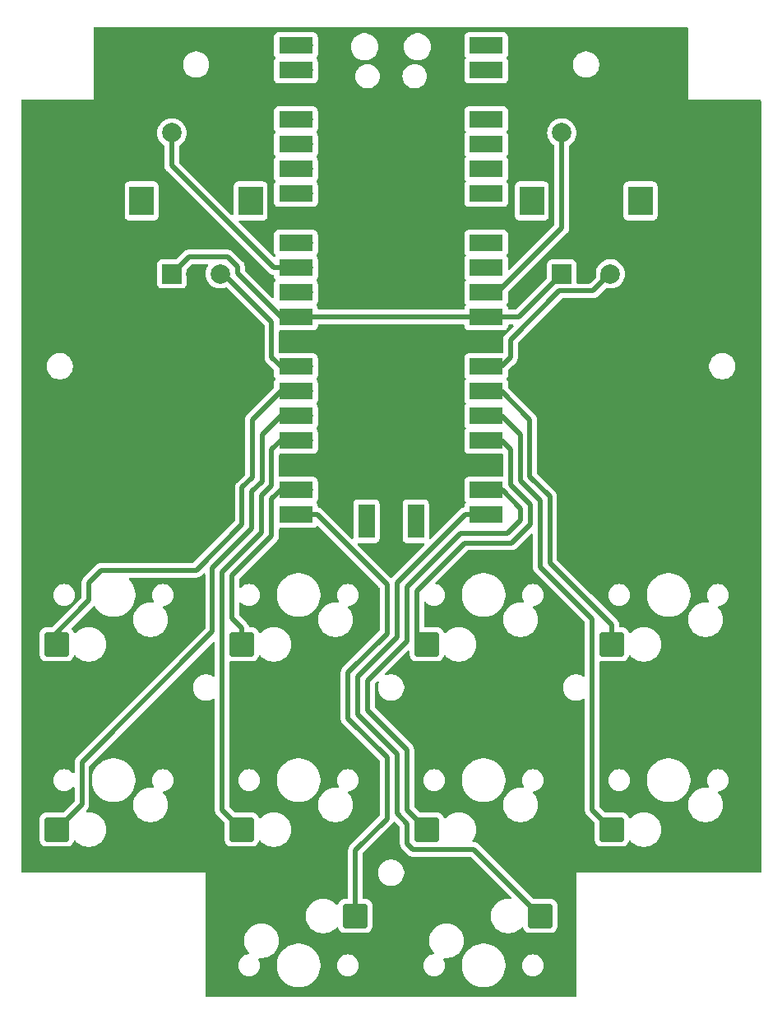
<source format=gbl>
%TF.GenerationSoftware,KiCad,Pcbnew,8.0.4*%
%TF.CreationDate,2024-09-06T01:45:46+10:00*%
%TF.ProjectId,PCB,5043422e-6b69-4636-9164-5f7063625858,rev?*%
%TF.SameCoordinates,Original*%
%TF.FileFunction,Copper,L2,Bot*%
%TF.FilePolarity,Positive*%
%FSLAX46Y46*%
G04 Gerber Fmt 4.6, Leading zero omitted, Abs format (unit mm)*
G04 Created by KiCad (PCBNEW 8.0.4) date 2024-09-06 01:45:46*
%MOMM*%
%LPD*%
G01*
G04 APERTURE LIST*
G04 Aperture macros list*
%AMRoundRect*
0 Rectangle with rounded corners*
0 $1 Rounding radius*
0 $2 $3 $4 $5 $6 $7 $8 $9 X,Y pos of 4 corners*
0 Add a 4 corners polygon primitive as box body*
4,1,4,$2,$3,$4,$5,$6,$7,$8,$9,$2,$3,0*
0 Add four circle primitives for the rounded corners*
1,1,$1+$1,$2,$3*
1,1,$1+$1,$4,$5*
1,1,$1+$1,$6,$7*
1,1,$1+$1,$8,$9*
0 Add four rect primitives between the rounded corners*
20,1,$1+$1,$2,$3,$4,$5,0*
20,1,$1+$1,$4,$5,$6,$7,0*
20,1,$1+$1,$6,$7,$8,$9,0*
20,1,$1+$1,$8,$9,$2,$3,0*%
G04 Aperture macros list end*
%TA.AperFunction,SMDPad,CuDef*%
%ADD10RoundRect,0.250000X1.025000X1.000000X-1.025000X1.000000X-1.025000X-1.000000X1.025000X-1.000000X0*%
%TD*%
%TA.AperFunction,ComponentPad*%
%ADD11R,2.000000X2.000000*%
%TD*%
%TA.AperFunction,ComponentPad*%
%ADD12C,2.000000*%
%TD*%
%TA.AperFunction,ComponentPad*%
%ADD13R,2.500000X3.000000*%
%TD*%
%TA.AperFunction,SMDPad,CuDef*%
%ADD14RoundRect,0.250000X-1.025000X-1.000000X1.025000X-1.000000X1.025000X1.000000X-1.025000X1.000000X0*%
%TD*%
%TA.AperFunction,ComponentPad*%
%ADD15O,1.700000X1.700000*%
%TD*%
%TA.AperFunction,SMDPad,CuDef*%
%ADD16R,3.500000X1.700000*%
%TD*%
%TA.AperFunction,ComponentPad*%
%ADD17R,1.700000X1.700000*%
%TD*%
%TA.AperFunction,SMDPad,CuDef*%
%ADD18R,1.700000X3.500000*%
%TD*%
%TA.AperFunction,Conductor*%
%ADD19C,0.500000*%
%TD*%
G04 APERTURE END LIST*
D10*
%TO.P,SW5,1,1*%
%TO.N,GND*%
X116304000Y-123831000D03*
%TO.P,SW5,2,2*%
%TO.N,GP19*%
X103377000Y-126371000D03*
%TD*%
%TO.P,SW8,1,1*%
%TO.N,GND*%
X173454000Y-123831000D03*
%TO.P,SW8,2,2*%
%TO.N,GP12*%
X160527000Y-126371000D03*
%TD*%
%TO.P,SW2,1,1*%
%TO.N,GND*%
X135354000Y-104781000D03*
%TO.P,SW2,2,2*%
%TO.N,GP17*%
X122427000Y-107321000D03*
%TD*%
%TO.P,SW1,1,1*%
%TO.N,GND*%
X116304000Y-104781000D03*
%TO.P,SW1,2,2*%
%TO.N,GP20*%
X103377000Y-107321000D03*
%TD*%
%TO.P,SW7,1,1*%
%TO.N,GND*%
X154404000Y-123831000D03*
%TO.P,SW7,2,2*%
%TO.N,GP14*%
X141477000Y-126371000D03*
%TD*%
D11*
%TO.P,E1,A,A*%
%TO.N,GP9*%
X115219000Y-69216000D03*
D12*
%TO.P,E1,B,B*%
%TO.N,GP21*%
X120219000Y-69216000D03*
%TO.P,E1,C,C*%
%TO.N,GND*%
X117719000Y-69216000D03*
D13*
%TO.P,E1,MP*%
%TO.N,N/C*%
X112119000Y-61716000D03*
X123319000Y-61716000D03*
D12*
%TO.P,E1,S1,S1*%
%TO.N,GP26*%
X115219000Y-54716000D03*
%TO.P,E1,S2,S2*%
%TO.N,GND*%
X120219000Y-54716000D03*
%TD*%
D10*
%TO.P,SW3,1,1*%
%TO.N,GND*%
X154404000Y-104781000D03*
%TO.P,SW3,2,2*%
%TO.N,GP13*%
X141477000Y-107321000D03*
%TD*%
%TO.P,SW6,1,1*%
%TO.N,GND*%
X135354000Y-123831000D03*
%TO.P,SW6,2,2*%
%TO.N,GP18*%
X122427000Y-126371000D03*
%TD*%
D11*
%TO.P,E2,A,A*%
%TO.N,GP9*%
X155369000Y-69216000D03*
D12*
%TO.P,E2,B,B*%
%TO.N,GP10*%
X160369000Y-69216000D03*
%TO.P,E2,C,C*%
%TO.N,GND*%
X157869000Y-69216000D03*
D13*
%TO.P,E2,MP*%
%TO.N,N/C*%
X152269000Y-61716000D03*
X163469000Y-61716000D03*
D12*
%TO.P,E2,S1,S1*%
%TO.N,GP8*%
X155369000Y-54716000D03*
%TO.P,E2,S2,S2*%
%TO.N,GND*%
X160369000Y-54716000D03*
%TD*%
D14*
%TO.P,SW10,1,1*%
%TO.N,GND*%
X140234000Y-137801000D03*
%TO.P,SW10,2,2*%
%TO.N,GP15*%
X153161000Y-135261000D03*
%TD*%
%TO.P,SW9,1,1*%
%TO.N,GND*%
X121184000Y-137801000D03*
%TO.P,SW9,2,2*%
%TO.N,GP16*%
X134111000Y-135261000D03*
%TD*%
D10*
%TO.P,SW4,1,1*%
%TO.N,GND*%
X173454000Y-104781000D03*
%TO.P,SW4,2,2*%
%TO.N,GP11*%
X160527000Y-107321000D03*
%TD*%
D15*
%TO.P,U1,1,GPIO0*%
%TO.N,unconnected-(U1-GPIO0-Pad1)*%
X146684000Y-45726000D03*
D16*
X147584000Y-45726000D03*
D15*
%TO.P,U1,2,GPIO1*%
%TO.N,unconnected-(U1-GPIO1-Pad2)*%
X146684000Y-48266000D03*
D16*
X147584000Y-48266000D03*
D17*
%TO.P,U1,3,GND*%
%TO.N,GND*%
X146684000Y-50806000D03*
D16*
X147584000Y-50806000D03*
D15*
%TO.P,U1,4,GPIO2*%
%TO.N,unconnected-(U1-GPIO2-Pad4)*%
X146684000Y-53346000D03*
D16*
X147584000Y-53346000D03*
D15*
%TO.P,U1,5,GPIO3*%
%TO.N,unconnected-(U1-GPIO3-Pad5)*%
X146684000Y-55886000D03*
D16*
X147584000Y-55886000D03*
D15*
%TO.P,U1,6,GPIO4*%
%TO.N,unconnected-(U1-GPIO4-Pad6)*%
X146684000Y-58426000D03*
D16*
X147584000Y-58426000D03*
D15*
%TO.P,U1,7,GPIO5*%
%TO.N,unconnected-(U1-GPIO5-Pad7)*%
X146684000Y-60966000D03*
D16*
X147584000Y-60966000D03*
D17*
%TO.P,U1,8,GND*%
%TO.N,GND*%
X146684000Y-63506000D03*
D16*
X147584000Y-63506000D03*
D15*
%TO.P,U1,9,GPIO6*%
%TO.N,unconnected-(U1-GPIO6-Pad9)*%
X146684000Y-66046000D03*
D16*
X147584000Y-66046000D03*
D15*
%TO.P,U1,10,GPIO7*%
%TO.N,unconnected-(U1-GPIO7-Pad10)*%
X146684000Y-68586000D03*
D16*
X147584000Y-68586000D03*
D15*
%TO.P,U1,11,GPIO8*%
%TO.N,GP8*%
X146684000Y-71126000D03*
D16*
X147584000Y-71126000D03*
D15*
%TO.P,U1,12,GPIO9*%
%TO.N,GP9*%
X146684000Y-73666000D03*
D16*
X147584000Y-73666000D03*
D17*
%TO.P,U1,13,GND*%
%TO.N,GND*%
X146684000Y-76206000D03*
D16*
X147584000Y-76206000D03*
D15*
%TO.P,U1,14,GPIO10*%
%TO.N,GP10*%
X146684000Y-78746000D03*
D16*
X147584000Y-78746000D03*
D15*
%TO.P,U1,15,GPIO11*%
%TO.N,GP11*%
X146684000Y-81286000D03*
D16*
X147584000Y-81286000D03*
D15*
%TO.P,U1,16,GPIO12*%
%TO.N,GP12*%
X146684000Y-83826000D03*
D16*
X147584000Y-83826000D03*
D15*
%TO.P,U1,17,GPIO13*%
%TO.N,GP13*%
X146684000Y-86366000D03*
D16*
X147584000Y-86366000D03*
D17*
%TO.P,U1,18,GND*%
%TO.N,GND*%
X146684000Y-88906000D03*
D16*
X147584000Y-88906000D03*
D15*
%TO.P,U1,19,GPIO14*%
%TO.N,GP14*%
X146684000Y-91446000D03*
D16*
X147584000Y-91446000D03*
D15*
%TO.P,U1,20,GPIO15*%
%TO.N,GP15*%
X146684000Y-93986000D03*
D16*
X147584000Y-93986000D03*
D15*
%TO.P,U1,21,GPIO16*%
%TO.N,GP16*%
X128904000Y-93986000D03*
D16*
X128004000Y-93986000D03*
D15*
%TO.P,U1,22,GPIO17*%
%TO.N,GP17*%
X128904000Y-91446000D03*
D16*
X128004000Y-91446000D03*
D17*
%TO.P,U1,23,GND*%
%TO.N,GND*%
X128904000Y-88906000D03*
D16*
X128004000Y-88906000D03*
D15*
%TO.P,U1,24,GPIO18*%
%TO.N,GP18*%
X128904000Y-86366000D03*
D16*
X128004000Y-86366000D03*
D15*
%TO.P,U1,25,GPIO19*%
%TO.N,GP19*%
X128904000Y-83826000D03*
D16*
X128004000Y-83826000D03*
D15*
%TO.P,U1,26,GPIO20*%
%TO.N,GP20*%
X128904000Y-81286000D03*
D16*
X128004000Y-81286000D03*
D15*
%TO.P,U1,27,GPIO21*%
%TO.N,GP21*%
X128904000Y-78746000D03*
D16*
X128004000Y-78746000D03*
D17*
%TO.P,U1,28,GND*%
%TO.N,GND*%
X128904000Y-76206000D03*
D16*
X128004000Y-76206000D03*
D15*
%TO.P,U1,29,GPIO22*%
%TO.N,GP9*%
X128904000Y-73666000D03*
D16*
X128004000Y-73666000D03*
D15*
%TO.P,U1,30,RUN*%
%TO.N,unconnected-(U1-RUN-Pad30)*%
X128904000Y-71126000D03*
D16*
X128004000Y-71126000D03*
D15*
%TO.P,U1,31,GPIO26_ADC0*%
%TO.N,GP26*%
X128904000Y-68586000D03*
D16*
X128004000Y-68586000D03*
D15*
%TO.P,U1,32,GPIO27_ADC1*%
%TO.N,unconnected-(U1-GPIO27_ADC1-Pad32)*%
X128904000Y-66046000D03*
D16*
X128004000Y-66046000D03*
D17*
%TO.P,U1,33,AGND*%
%TO.N,GND*%
X128904000Y-63506000D03*
D16*
X128004000Y-63506000D03*
D15*
%TO.P,U1,34,GPIO28_ADC2*%
%TO.N,unconnected-(U1-GPIO28_ADC2-Pad34)*%
X128904000Y-60966000D03*
D16*
X128004000Y-60966000D03*
D15*
%TO.P,U1,35,ADC_VREF*%
%TO.N,unconnected-(U1-ADC_VREF-Pad35)*%
X128904000Y-58426000D03*
D16*
X128004000Y-58426000D03*
D15*
%TO.P,U1,36,3V3*%
%TO.N,+3V3*%
X128904000Y-55886000D03*
D16*
X128004000Y-55886000D03*
D15*
%TO.P,U1,37,3V3_EN*%
%TO.N,unconnected-(U1-3V3_EN-Pad37)*%
X128904000Y-53346000D03*
D16*
X128004000Y-53346000D03*
D17*
%TO.P,U1,38,GND*%
%TO.N,GND*%
X128904000Y-50806000D03*
D16*
X128004000Y-50806000D03*
D15*
%TO.P,U1,39,VSYS*%
%TO.N,unconnected-(U1-VSYS-Pad39)*%
X128904000Y-48266000D03*
D16*
X128004000Y-48266000D03*
D15*
%TO.P,U1,40,VBUS*%
%TO.N,unconnected-(U1-VBUS-Pad40)*%
X128904000Y-45726000D03*
D16*
X128004000Y-45726000D03*
D15*
%TO.P,U1,41,SWCLK*%
%TO.N,unconnected-(U1-SWCLK-Pad41)*%
X140334000Y-93756000D03*
D18*
X140334000Y-94656000D03*
D17*
%TO.P,U1,42,GND*%
%TO.N,GND*%
X137794000Y-93756000D03*
D18*
X137794000Y-94656000D03*
D15*
%TO.P,U1,43,SWDIO*%
%TO.N,unconnected-(U1-SWDIO-Pad43)*%
X135254000Y-93756000D03*
D18*
X135254000Y-94656000D03*
%TD*%
D19*
%TO.N,GP21*%
X126444000Y-78746000D02*
X128904000Y-78746000D01*
X125504000Y-77806000D02*
X126444000Y-78746000D01*
X125504000Y-74140214D02*
X125504000Y-77806000D01*
X120579786Y-69216000D02*
X125504000Y-74140214D01*
X120219000Y-69216000D02*
X120579786Y-69216000D01*
%TO.N,GP26*%
X115219000Y-58069000D02*
X125736000Y-68586000D01*
X125736000Y-68586000D02*
X128904000Y-68586000D01*
X115219000Y-54716000D02*
X115219000Y-58069000D01*
%TO.N,GP10*%
X159619000Y-69940874D02*
X158593874Y-70966000D01*
X159619000Y-69216000D02*
X159619000Y-69940874D01*
X160369000Y-69216000D02*
X159619000Y-69216000D01*
X150084000Y-77806000D02*
X149144000Y-78746000D01*
X158593874Y-70966000D02*
X155094000Y-70966000D01*
X149144000Y-78746000D02*
X146684000Y-78746000D01*
X155094000Y-70966000D02*
X150084000Y-75976000D01*
X150084000Y-75976000D02*
X150084000Y-77806000D01*
%TO.N,GP9*%
X150919000Y-73666000D02*
X146684000Y-73666000D01*
X116969000Y-67466000D02*
X120943874Y-67466000D01*
X126444000Y-73666000D02*
X128904000Y-73666000D01*
X128904000Y-73666000D02*
X146684000Y-73666000D01*
X115219000Y-69216000D02*
X116969000Y-67466000D01*
X155369000Y-69216000D02*
X150919000Y-73666000D01*
X121969000Y-68491126D02*
X121969000Y-69191000D01*
X121969000Y-69191000D02*
X126444000Y-73666000D01*
X120943874Y-67466000D02*
X121969000Y-68491126D01*
%TO.N,GP8*%
X155369000Y-54716000D02*
X155369000Y-64496500D01*
X148739500Y-71126000D02*
X146684000Y-71126000D01*
X155369000Y-64496500D02*
X148739500Y-71126000D01*
%TO.N,GP20*%
X122460000Y-94964000D02*
X122460000Y-91187358D01*
X117723000Y-99701000D02*
X122460000Y-94964000D01*
X123504000Y-90143358D02*
X123504000Y-84226000D01*
X123504000Y-84226000D02*
X126444000Y-81286000D01*
X106679000Y-102793000D02*
X106679000Y-100971000D01*
X107949000Y-99701000D02*
X117723000Y-99701000D01*
X122460000Y-91187358D02*
X123504000Y-90143358D01*
X103377000Y-107321000D02*
X102764000Y-106708000D01*
X102764000Y-106708000D02*
X106679000Y-102793000D01*
X106679000Y-100971000D02*
X107949000Y-99701000D01*
X126444000Y-81286000D02*
X128904000Y-81286000D01*
%TO.N,GP19*%
X126444000Y-83826000D02*
X128904000Y-83826000D01*
X124504000Y-90557572D02*
X124504000Y-85766000D01*
X119402000Y-99436214D02*
X123460000Y-95378214D01*
X105957000Y-123791000D02*
X105957000Y-119473000D01*
X103377000Y-126371000D02*
X105957000Y-123791000D01*
X119402000Y-106028000D02*
X119402000Y-99436214D01*
X124504000Y-85766000D02*
X126444000Y-83826000D01*
X123460000Y-91601572D02*
X124504000Y-90557572D01*
X105957000Y-119473000D02*
X119402000Y-106028000D01*
X123460000Y-95378214D02*
X123460000Y-91601572D01*
%TO.N,GP12*%
X149144000Y-83826000D02*
X146684000Y-83826000D01*
X151084000Y-85766000D02*
X149144000Y-83826000D01*
X151084000Y-90477572D02*
X151084000Y-85766000D01*
X158502000Y-104738036D02*
X153128999Y-99365035D01*
X153128999Y-92522571D02*
X151084000Y-90477572D01*
X158502000Y-124346000D02*
X158502000Y-104738036D01*
X153128999Y-99365035D02*
X153128999Y-92522571D01*
X160527000Y-126371000D02*
X158502000Y-124346000D01*
%TO.N,GP11*%
X154128999Y-92108357D02*
X152084000Y-90063358D01*
X149144000Y-81286000D02*
X146684000Y-81286000D01*
X152084000Y-84226000D02*
X149144000Y-81286000D01*
X152084000Y-90063358D02*
X152084000Y-84226000D01*
X160527000Y-107321000D02*
X160527000Y-105348822D01*
X154128999Y-98950821D02*
X154128999Y-92108357D01*
X160527000Y-105348822D02*
X154128999Y-98950821D01*
%TO.N,GP18*%
X125504000Y-90971786D02*
X125504000Y-87306000D01*
X124460000Y-92015786D02*
X125504000Y-90971786D01*
X120402000Y-124346000D02*
X120402000Y-99850428D01*
X125504000Y-87306000D02*
X126444000Y-86366000D01*
X126444000Y-86366000D02*
X128904000Y-86366000D01*
X120402000Y-99850428D02*
X124460000Y-95792428D01*
X124460000Y-95792428D02*
X124460000Y-92015786D01*
X122427000Y-126371000D02*
X120402000Y-124346000D01*
%TO.N,GP17*%
X125504000Y-92386000D02*
X126444000Y-91446000D01*
X126444000Y-91446000D02*
X128904000Y-91446000D01*
X121402000Y-100264642D02*
X125504000Y-96162642D01*
X125504000Y-96162642D02*
X125504000Y-92386000D01*
X122428000Y-105664000D02*
X121402000Y-104638000D01*
X121402000Y-104638000D02*
X121402000Y-100264642D01*
X122428000Y-107320000D02*
X122428000Y-105664000D01*
X122427000Y-107321000D02*
X122428000Y-107320000D01*
%TO.N,GP14*%
X149779000Y-95891000D02*
X151129000Y-94541000D01*
X151129000Y-94541000D02*
X151129000Y-93351000D01*
X144923214Y-95891000D02*
X149779000Y-95891000D01*
X141477000Y-126371000D02*
X139429000Y-124323000D01*
X135349000Y-111060570D02*
X139429000Y-106980570D01*
X149224000Y-91446000D02*
X146684000Y-91446000D01*
X139429000Y-101385214D02*
X144923214Y-95891000D01*
X151129000Y-93351000D02*
X149224000Y-91446000D01*
X139429000Y-118192572D02*
X135349000Y-114112572D01*
X139429000Y-106980570D02*
X139429000Y-101385214D01*
X135349000Y-114112572D02*
X135349000Y-111060570D01*
X139429000Y-124323000D02*
X139429000Y-118192572D01*
%TO.N,GP13*%
X152129001Y-94955213D02*
X152129000Y-92936786D01*
X150084000Y-87306000D02*
X149144000Y-86366000D01*
X141477000Y-107321000D02*
X140429000Y-106273000D01*
X140429000Y-101799428D02*
X145337428Y-96891000D01*
X140429000Y-106273000D02*
X140429000Y-101799428D01*
X150193214Y-96891000D02*
X152129001Y-94955213D01*
X149144000Y-86366000D02*
X146684000Y-86366000D01*
X145337428Y-96891000D02*
X150193214Y-96891000D01*
X152129000Y-92936786D02*
X150084000Y-90891786D01*
X150084000Y-90891786D02*
X150084000Y-87306000D01*
%TO.N,GP16*%
X137379000Y-106202142D02*
X137379000Y-101184000D01*
X134111000Y-128520142D02*
X137379000Y-125252142D01*
X133349000Y-114941000D02*
X133349000Y-110232142D01*
X133349000Y-110232142D02*
X137379000Y-106202142D01*
X137379000Y-101184000D02*
X130181000Y-93986000D01*
X130181000Y-93986000D02*
X128904000Y-93986000D01*
X137379000Y-125252142D02*
X137379000Y-118971000D01*
X137379000Y-118971000D02*
X133349000Y-114941000D01*
X134111000Y-135261000D02*
X134111000Y-128520142D01*
%TO.N,GP15*%
X138429000Y-100971000D02*
X145414000Y-93986000D01*
X139452000Y-125760214D02*
X138429000Y-124737214D01*
X134349000Y-114526786D02*
X134349000Y-110646356D01*
X138429000Y-118606786D02*
X134349000Y-114526786D01*
X138429000Y-124737214D02*
X138429000Y-118606786D01*
X140055858Y-128396000D02*
X139452000Y-127792142D01*
X139452000Y-127792142D02*
X139452000Y-125760214D01*
X134349000Y-110646356D02*
X138429000Y-106566356D01*
X146296000Y-128396000D02*
X140055858Y-128396000D01*
X145414000Y-93986000D02*
X146684000Y-93986000D01*
X138429000Y-106566356D02*
X138429000Y-100971000D01*
X153161000Y-135261000D02*
X146296000Y-128396000D01*
%TD*%
%TA.AperFunction,Conductor*%
%TO.N,GND*%
G36*
X145276540Y-74436185D02*
G01*
X145322295Y-74488989D01*
X145333501Y-74540500D01*
X145333501Y-74563876D01*
X145339908Y-74623483D01*
X145390202Y-74758328D01*
X145390206Y-74758335D01*
X145476452Y-74873544D01*
X145476455Y-74873547D01*
X145591664Y-74959793D01*
X145591671Y-74959797D01*
X145726517Y-75010091D01*
X145726516Y-75010091D01*
X145733444Y-75010835D01*
X145786127Y-75016500D01*
X146619616Y-75016499D01*
X146630425Y-75016971D01*
X146684000Y-75021659D01*
X146737575Y-75016971D01*
X146748384Y-75016499D01*
X149381871Y-75016499D01*
X149381872Y-75016499D01*
X149441483Y-75010091D01*
X149576331Y-74959796D01*
X149691546Y-74873546D01*
X149777796Y-74758331D01*
X149828091Y-74623483D01*
X149834500Y-74563873D01*
X149834500Y-74540500D01*
X149854185Y-74473461D01*
X149906989Y-74427706D01*
X149958500Y-74416500D01*
X150282770Y-74416500D01*
X150349809Y-74436185D01*
X150395564Y-74488989D01*
X150405508Y-74558147D01*
X150376483Y-74621703D01*
X150370451Y-74628181D01*
X149501050Y-75497580D01*
X149501044Y-75497588D01*
X149451812Y-75571268D01*
X149451813Y-75571269D01*
X149418921Y-75620496D01*
X149418914Y-75620508D01*
X149362342Y-75757086D01*
X149362340Y-75757092D01*
X149333500Y-75902079D01*
X149333500Y-77271500D01*
X149313815Y-77338539D01*
X149261011Y-77384294D01*
X149209500Y-77395500D01*
X146748385Y-77395500D01*
X146737578Y-77395028D01*
X146684001Y-77390341D01*
X146683997Y-77390341D01*
X146630419Y-77395028D01*
X146619613Y-77395500D01*
X145786129Y-77395500D01*
X145786123Y-77395501D01*
X145726516Y-77401908D01*
X145591671Y-77452202D01*
X145591664Y-77452206D01*
X145476455Y-77538452D01*
X145476452Y-77538455D01*
X145390206Y-77653664D01*
X145390202Y-77653671D01*
X145339908Y-77788517D01*
X145334889Y-77835208D01*
X145333501Y-77848123D01*
X145333500Y-77848135D01*
X145333500Y-78681616D01*
X145333028Y-78692423D01*
X145328341Y-78745997D01*
X145328341Y-78746002D01*
X145333028Y-78799576D01*
X145333500Y-78810383D01*
X145333500Y-79643870D01*
X145333501Y-79643876D01*
X145339908Y-79703483D01*
X145390202Y-79838328D01*
X145390203Y-79838330D01*
X145467578Y-79941689D01*
X145491995Y-80007153D01*
X145477144Y-80075426D01*
X145467578Y-80090311D01*
X145390203Y-80193669D01*
X145390202Y-80193671D01*
X145339908Y-80328517D01*
X145333501Y-80388116D01*
X145333501Y-80388123D01*
X145333500Y-80388135D01*
X145333500Y-81221616D01*
X145333028Y-81232423D01*
X145328341Y-81285997D01*
X145328341Y-81286002D01*
X145333028Y-81339576D01*
X145333500Y-81350383D01*
X145333500Y-82183870D01*
X145333501Y-82183876D01*
X145339908Y-82243483D01*
X145390202Y-82378328D01*
X145390203Y-82378330D01*
X145467578Y-82481689D01*
X145491995Y-82547153D01*
X145477144Y-82615426D01*
X145467578Y-82630311D01*
X145390203Y-82733669D01*
X145390202Y-82733671D01*
X145339908Y-82868517D01*
X145333501Y-82928116D01*
X145333501Y-82928123D01*
X145333500Y-82928135D01*
X145333500Y-83761616D01*
X145333028Y-83772423D01*
X145328341Y-83825997D01*
X145328341Y-83826002D01*
X145333028Y-83879576D01*
X145333500Y-83890383D01*
X145333500Y-84723870D01*
X145333501Y-84723876D01*
X145339908Y-84783483D01*
X145390202Y-84918328D01*
X145390203Y-84918330D01*
X145467578Y-85021689D01*
X145491995Y-85087153D01*
X145477144Y-85155426D01*
X145467578Y-85170311D01*
X145390203Y-85273669D01*
X145390202Y-85273671D01*
X145339908Y-85408517D01*
X145333501Y-85468116D01*
X145333501Y-85468123D01*
X145333500Y-85468135D01*
X145333500Y-86301616D01*
X145333028Y-86312423D01*
X145328341Y-86365997D01*
X145328341Y-86366002D01*
X145333028Y-86419576D01*
X145333500Y-86430383D01*
X145333500Y-87263870D01*
X145333501Y-87263876D01*
X145339908Y-87323483D01*
X145390202Y-87458328D01*
X145390206Y-87458335D01*
X145476452Y-87573544D01*
X145476455Y-87573547D01*
X145591664Y-87659793D01*
X145591671Y-87659797D01*
X145726517Y-87710091D01*
X145726516Y-87710091D01*
X145733444Y-87710835D01*
X145786127Y-87716500D01*
X146619616Y-87716499D01*
X146630425Y-87716971D01*
X146684000Y-87721659D01*
X146737575Y-87716971D01*
X146748384Y-87716499D01*
X149209500Y-87716499D01*
X149276539Y-87736184D01*
X149322294Y-87788988D01*
X149333500Y-87840499D01*
X149333500Y-89971500D01*
X149313815Y-90038539D01*
X149261011Y-90084294D01*
X149209500Y-90095500D01*
X146748385Y-90095500D01*
X146737578Y-90095028D01*
X146684001Y-90090341D01*
X146683997Y-90090341D01*
X146630419Y-90095028D01*
X146619613Y-90095500D01*
X145786129Y-90095500D01*
X145786123Y-90095501D01*
X145726516Y-90101908D01*
X145591671Y-90152202D01*
X145591664Y-90152206D01*
X145476455Y-90238452D01*
X145476452Y-90238455D01*
X145390206Y-90353664D01*
X145390202Y-90353671D01*
X145339908Y-90488517D01*
X145333501Y-90548116D01*
X145333501Y-90548123D01*
X145333500Y-90548135D01*
X145333500Y-91381616D01*
X145333028Y-91392423D01*
X145328341Y-91445997D01*
X145328341Y-91446002D01*
X145333028Y-91499576D01*
X145333500Y-91510383D01*
X145333500Y-92343870D01*
X145333501Y-92343876D01*
X145339908Y-92403483D01*
X145390202Y-92538328D01*
X145390203Y-92538330D01*
X145467578Y-92641689D01*
X145491995Y-92707153D01*
X145477144Y-92775426D01*
X145467578Y-92790311D01*
X145390203Y-92893669D01*
X145390202Y-92893671D01*
X145339908Y-93028517D01*
X145333501Y-93088116D01*
X145333501Y-93088123D01*
X145333500Y-93088135D01*
X145333500Y-93135044D01*
X145313815Y-93202083D01*
X145261011Y-93247838D01*
X145233693Y-93256661D01*
X145195091Y-93264339D01*
X145195089Y-93264340D01*
X145127636Y-93292281D01*
X145127635Y-93292281D01*
X145058511Y-93320912D01*
X145058499Y-93320919D01*
X145027185Y-93341843D01*
X145027184Y-93341843D01*
X144935585Y-93403046D01*
X144935578Y-93403052D01*
X141896180Y-96442450D01*
X141834857Y-96475935D01*
X141765165Y-96470951D01*
X141709232Y-96429079D01*
X141684815Y-96363615D01*
X141684499Y-96354795D01*
X141684499Y-93820381D01*
X141684971Y-93809578D01*
X141689659Y-93756000D01*
X141689659Y-93755999D01*
X141684971Y-93702418D01*
X141684499Y-93691610D01*
X141684499Y-92858129D01*
X141684498Y-92858123D01*
X141684497Y-92858116D01*
X141678091Y-92798517D01*
X141675030Y-92790311D01*
X141627797Y-92663671D01*
X141627793Y-92663664D01*
X141541547Y-92548455D01*
X141541544Y-92548452D01*
X141426335Y-92462206D01*
X141426328Y-92462202D01*
X141291482Y-92411908D01*
X141291483Y-92411908D01*
X141231883Y-92405501D01*
X141231881Y-92405500D01*
X141231873Y-92405500D01*
X141231865Y-92405500D01*
X140398383Y-92405500D01*
X140387576Y-92405028D01*
X140334002Y-92400341D01*
X140333999Y-92400341D01*
X140298865Y-92403414D01*
X140280421Y-92405028D01*
X140269616Y-92405500D01*
X139436129Y-92405500D01*
X139436123Y-92405501D01*
X139376516Y-92411908D01*
X139241671Y-92462202D01*
X139241664Y-92462206D01*
X139126455Y-92548452D01*
X139126452Y-92548455D01*
X139040206Y-92663664D01*
X139040202Y-92663671D01*
X138989908Y-92798517D01*
X138983501Y-92858116D01*
X138983501Y-92858123D01*
X138983500Y-92858135D01*
X138983500Y-93691618D01*
X138983028Y-93702425D01*
X138978341Y-93755997D01*
X138978341Y-93756001D01*
X138983028Y-93809574D01*
X138983500Y-93820381D01*
X138983500Y-96453870D01*
X138983501Y-96453876D01*
X138989908Y-96513483D01*
X139040202Y-96648328D01*
X139040206Y-96648335D01*
X139126452Y-96763544D01*
X139126455Y-96763547D01*
X139241664Y-96849793D01*
X139241671Y-96849797D01*
X139376517Y-96900091D01*
X139376516Y-96900091D01*
X139383444Y-96900835D01*
X139436127Y-96906500D01*
X141132769Y-96906499D01*
X141199808Y-96926184D01*
X141245563Y-96978987D01*
X141255507Y-97048146D01*
X141226482Y-97111702D01*
X141220450Y-97118180D01*
X137885180Y-100453450D01*
X137823857Y-100486935D01*
X137754165Y-100481951D01*
X137709818Y-100453450D01*
X134374548Y-97118180D01*
X134341063Y-97056857D01*
X134346047Y-96987165D01*
X134387919Y-96931232D01*
X134453383Y-96906815D01*
X134462202Y-96906499D01*
X136151872Y-96906499D01*
X136211483Y-96900091D01*
X136346331Y-96849796D01*
X136461546Y-96763546D01*
X136547796Y-96648331D01*
X136598091Y-96513483D01*
X136604500Y-96453873D01*
X136604499Y-93820381D01*
X136604971Y-93809578D01*
X136609659Y-93756000D01*
X136609659Y-93755999D01*
X136604971Y-93702418D01*
X136604499Y-93691610D01*
X136604499Y-92858129D01*
X136604498Y-92858123D01*
X136604497Y-92858116D01*
X136598091Y-92798517D01*
X136595030Y-92790311D01*
X136547797Y-92663671D01*
X136547793Y-92663664D01*
X136461547Y-92548455D01*
X136461544Y-92548452D01*
X136346335Y-92462206D01*
X136346328Y-92462202D01*
X136211482Y-92411908D01*
X136211483Y-92411908D01*
X136151883Y-92405501D01*
X136151881Y-92405500D01*
X136151873Y-92405500D01*
X136151865Y-92405500D01*
X135318383Y-92405500D01*
X135307576Y-92405028D01*
X135254002Y-92400341D01*
X135253999Y-92400341D01*
X135218865Y-92403414D01*
X135200421Y-92405028D01*
X135189616Y-92405500D01*
X134356129Y-92405500D01*
X134356123Y-92405501D01*
X134296516Y-92411908D01*
X134161671Y-92462202D01*
X134161664Y-92462206D01*
X134046455Y-92548452D01*
X134046452Y-92548455D01*
X133960206Y-92663664D01*
X133960202Y-92663671D01*
X133909908Y-92798517D01*
X133903501Y-92858116D01*
X133903501Y-92858123D01*
X133903500Y-92858135D01*
X133903500Y-93691618D01*
X133903028Y-93702425D01*
X133898341Y-93755997D01*
X133898341Y-93756001D01*
X133903028Y-93809574D01*
X133903500Y-93820381D01*
X133903500Y-96347770D01*
X133883815Y-96414809D01*
X133831011Y-96460564D01*
X133761853Y-96470508D01*
X133698297Y-96441483D01*
X133691819Y-96435451D01*
X130659421Y-93403052D01*
X130659414Y-93403046D01*
X130567816Y-93341843D01*
X130567815Y-93341843D01*
X130536500Y-93320919D01*
X130536488Y-93320912D01*
X130399917Y-93264343D01*
X130399910Y-93264341D01*
X130354305Y-93255269D01*
X130292395Y-93222883D01*
X130257822Y-93162166D01*
X130254499Y-93133652D01*
X130254499Y-93088129D01*
X130254498Y-93088123D01*
X130254497Y-93088116D01*
X130248091Y-93028517D01*
X130197796Y-92893669D01*
X130120421Y-92790309D01*
X130096004Y-92724848D01*
X130110855Y-92656575D01*
X130120416Y-92641696D01*
X130197796Y-92538331D01*
X130248091Y-92403483D01*
X130254500Y-92343873D01*
X130254499Y-91510383D01*
X130254971Y-91499576D01*
X130259659Y-91446000D01*
X130259659Y-91445999D01*
X130254971Y-91392421D01*
X130254499Y-91381613D01*
X130254499Y-90548129D01*
X130254498Y-90548123D01*
X130254497Y-90548116D01*
X130248091Y-90488517D01*
X130197796Y-90353669D01*
X130197795Y-90353668D01*
X130197793Y-90353664D01*
X130111547Y-90238455D01*
X130111544Y-90238452D01*
X129996335Y-90152206D01*
X129996328Y-90152202D01*
X129861482Y-90101908D01*
X129861483Y-90101908D01*
X129801883Y-90095501D01*
X129801881Y-90095500D01*
X129801873Y-90095500D01*
X129801865Y-90095500D01*
X128968380Y-90095500D01*
X128957573Y-90095028D01*
X128931024Y-90092705D01*
X128904001Y-90090341D01*
X128903998Y-90090341D01*
X128850425Y-90095028D01*
X128839618Y-90095500D01*
X126378500Y-90095500D01*
X126311461Y-90075815D01*
X126265706Y-90023011D01*
X126254500Y-89971500D01*
X126254500Y-87840499D01*
X126274185Y-87773460D01*
X126326989Y-87727705D01*
X126378500Y-87716499D01*
X128839612Y-87716499D01*
X128850420Y-87716971D01*
X128903999Y-87721659D01*
X128904000Y-87721659D01*
X128904001Y-87721659D01*
X128957580Y-87716971D01*
X128968388Y-87716499D01*
X129801871Y-87716499D01*
X129801872Y-87716499D01*
X129861483Y-87710091D01*
X129996331Y-87659796D01*
X130111546Y-87573546D01*
X130197796Y-87458331D01*
X130248091Y-87323483D01*
X130254500Y-87263873D01*
X130254499Y-86430383D01*
X130254971Y-86419576D01*
X130259659Y-86366000D01*
X130259659Y-86365999D01*
X130254971Y-86312421D01*
X130254499Y-86301613D01*
X130254499Y-85468129D01*
X130254498Y-85468123D01*
X130254497Y-85468116D01*
X130248091Y-85408517D01*
X130197796Y-85273669D01*
X130120421Y-85170309D01*
X130096004Y-85104848D01*
X130110855Y-85036575D01*
X130120416Y-85021696D01*
X130197796Y-84918331D01*
X130248091Y-84783483D01*
X130254500Y-84723873D01*
X130254499Y-83890383D01*
X130254971Y-83879576D01*
X130255765Y-83870508D01*
X130259659Y-83826000D01*
X130254971Y-83772421D01*
X130254499Y-83761613D01*
X130254499Y-82928129D01*
X130254498Y-82928123D01*
X130254497Y-82928116D01*
X130248091Y-82868517D01*
X130197796Y-82733669D01*
X130120421Y-82630309D01*
X130096004Y-82564848D01*
X130110855Y-82496575D01*
X130120416Y-82481696D01*
X130197796Y-82378331D01*
X130248091Y-82243483D01*
X130254500Y-82183873D01*
X130254499Y-81350383D01*
X130254971Y-81339576D01*
X130259659Y-81286000D01*
X130259659Y-81285999D01*
X130254971Y-81232421D01*
X130254499Y-81221613D01*
X130254499Y-80388129D01*
X130254498Y-80388123D01*
X130254497Y-80388116D01*
X130248091Y-80328517D01*
X130197796Y-80193669D01*
X130120421Y-80090309D01*
X130096004Y-80024848D01*
X130110855Y-79956575D01*
X130120416Y-79941696D01*
X130197796Y-79838331D01*
X130248091Y-79703483D01*
X130254500Y-79643873D01*
X130254499Y-78810383D01*
X130254971Y-78799576D01*
X130259659Y-78746000D01*
X130259659Y-78745999D01*
X130254971Y-78692421D01*
X130254499Y-78681613D01*
X130254499Y-77848129D01*
X130254498Y-77848123D01*
X130254497Y-77848116D01*
X130248091Y-77788517D01*
X130197796Y-77653669D01*
X130197795Y-77653668D01*
X130197793Y-77653664D01*
X130111547Y-77538455D01*
X130111544Y-77538452D01*
X129996335Y-77452206D01*
X129996328Y-77452202D01*
X129861482Y-77401908D01*
X129861483Y-77401908D01*
X129801883Y-77395501D01*
X129801881Y-77395500D01*
X129801873Y-77395500D01*
X129801865Y-77395500D01*
X128968380Y-77395500D01*
X128957573Y-77395028D01*
X128931024Y-77392705D01*
X128904001Y-77390341D01*
X128903998Y-77390341D01*
X128850425Y-77395028D01*
X128839618Y-77395500D01*
X126378500Y-77395500D01*
X126311461Y-77375815D01*
X126265706Y-77323011D01*
X126254500Y-77271500D01*
X126254500Y-75140499D01*
X126274185Y-75073460D01*
X126326989Y-75027705D01*
X126378500Y-75016499D01*
X128839612Y-75016499D01*
X128850420Y-75016971D01*
X128903999Y-75021659D01*
X128904000Y-75021659D01*
X128904001Y-75021659D01*
X128957580Y-75016971D01*
X128968388Y-75016499D01*
X129801871Y-75016499D01*
X129801872Y-75016499D01*
X129861483Y-75010091D01*
X129996331Y-74959796D01*
X130111546Y-74873546D01*
X130197796Y-74758331D01*
X130248091Y-74623483D01*
X130254500Y-74563873D01*
X130254500Y-74540500D01*
X130274185Y-74473461D01*
X130326989Y-74427706D01*
X130378500Y-74416500D01*
X145209501Y-74416500D01*
X145276540Y-74436185D01*
G37*
%TD.AperFunction*%
%TA.AperFunction,Conductor*%
G36*
X168338039Y-43834685D02*
G01*
X168383794Y-43887489D01*
X168395000Y-43939000D01*
X168395000Y-51315000D01*
X175771000Y-51315000D01*
X175838039Y-51334685D01*
X175883794Y-51387489D01*
X175895000Y-51439000D01*
X175895000Y-130691000D01*
X175875315Y-130758039D01*
X175822511Y-130803794D01*
X175771000Y-130815000D01*
X156895000Y-130815000D01*
X156895000Y-143491000D01*
X156875315Y-143558039D01*
X156822511Y-143603794D01*
X156771000Y-143615000D01*
X118819000Y-143615000D01*
X118751961Y-143595315D01*
X118706206Y-143542511D01*
X118695000Y-143491000D01*
X118695000Y-140252421D01*
X122063500Y-140252421D01*
X122063500Y-140429578D01*
X122091214Y-140604556D01*
X122145956Y-140773039D01*
X122145957Y-140773042D01*
X122226386Y-140930890D01*
X122330517Y-141074214D01*
X122455786Y-141199483D01*
X122599110Y-141303614D01*
X122667577Y-141338500D01*
X122756957Y-141384042D01*
X122756960Y-141384043D01*
X122841201Y-141411414D01*
X122925445Y-141438786D01*
X123100421Y-141466500D01*
X123100422Y-141466500D01*
X123277578Y-141466500D01*
X123277579Y-141466500D01*
X123452555Y-141438786D01*
X123621042Y-141384042D01*
X123778890Y-141303614D01*
X123922214Y-141199483D01*
X124047483Y-141074214D01*
X124151614Y-140930890D01*
X124232042Y-140773042D01*
X124286786Y-140604555D01*
X124314500Y-140429579D01*
X124314500Y-140252421D01*
X124305165Y-140193486D01*
X126018500Y-140193486D01*
X126018500Y-140488513D01*
X126033778Y-140604555D01*
X126057007Y-140780993D01*
X126133361Y-141065951D01*
X126133364Y-141065961D01*
X126246254Y-141338500D01*
X126246258Y-141338510D01*
X126393761Y-141593993D01*
X126573352Y-141828040D01*
X126573358Y-141828047D01*
X126781952Y-142036641D01*
X126781959Y-142036647D01*
X127016006Y-142216238D01*
X127271489Y-142363741D01*
X127271490Y-142363741D01*
X127271493Y-142363743D01*
X127544048Y-142476639D01*
X127829007Y-142552993D01*
X128121494Y-142591500D01*
X128121501Y-142591500D01*
X128416499Y-142591500D01*
X128416506Y-142591500D01*
X128708993Y-142552993D01*
X128993952Y-142476639D01*
X129266507Y-142363743D01*
X129521994Y-142216238D01*
X129756042Y-142036646D01*
X129964646Y-141828042D01*
X130144238Y-141593994D01*
X130291743Y-141338507D01*
X130404639Y-141065952D01*
X130480993Y-140780993D01*
X130519500Y-140488506D01*
X130519500Y-140252421D01*
X132223500Y-140252421D01*
X132223500Y-140429578D01*
X132251214Y-140604556D01*
X132305956Y-140773039D01*
X132305957Y-140773042D01*
X132386386Y-140930890D01*
X132490517Y-141074214D01*
X132615786Y-141199483D01*
X132759110Y-141303614D01*
X132827577Y-141338500D01*
X132916957Y-141384042D01*
X132916960Y-141384043D01*
X133001201Y-141411414D01*
X133085445Y-141438786D01*
X133260421Y-141466500D01*
X133260422Y-141466500D01*
X133437578Y-141466500D01*
X133437579Y-141466500D01*
X133612555Y-141438786D01*
X133781042Y-141384042D01*
X133938890Y-141303614D01*
X134082214Y-141199483D01*
X134207483Y-141074214D01*
X134311614Y-140930890D01*
X134392042Y-140773042D01*
X134446786Y-140604555D01*
X134474500Y-140429579D01*
X134474500Y-140252421D01*
X141113500Y-140252421D01*
X141113500Y-140429578D01*
X141141214Y-140604556D01*
X141195956Y-140773039D01*
X141195957Y-140773042D01*
X141276386Y-140930890D01*
X141380517Y-141074214D01*
X141505786Y-141199483D01*
X141649110Y-141303614D01*
X141717577Y-141338500D01*
X141806957Y-141384042D01*
X141806960Y-141384043D01*
X141891201Y-141411414D01*
X141975445Y-141438786D01*
X142150421Y-141466500D01*
X142150422Y-141466500D01*
X142327578Y-141466500D01*
X142327579Y-141466500D01*
X142502555Y-141438786D01*
X142671042Y-141384042D01*
X142828890Y-141303614D01*
X142972214Y-141199483D01*
X143097483Y-141074214D01*
X143201614Y-140930890D01*
X143282042Y-140773042D01*
X143336786Y-140604555D01*
X143364500Y-140429579D01*
X143364500Y-140252421D01*
X143355165Y-140193486D01*
X145068500Y-140193486D01*
X145068500Y-140488513D01*
X145083778Y-140604555D01*
X145107007Y-140780993D01*
X145183361Y-141065951D01*
X145183364Y-141065961D01*
X145296254Y-141338500D01*
X145296258Y-141338510D01*
X145443761Y-141593993D01*
X145623352Y-141828040D01*
X145623358Y-141828047D01*
X145831952Y-142036641D01*
X145831959Y-142036647D01*
X146066006Y-142216238D01*
X146321489Y-142363741D01*
X146321490Y-142363741D01*
X146321493Y-142363743D01*
X146594048Y-142476639D01*
X146879007Y-142552993D01*
X147171494Y-142591500D01*
X147171501Y-142591500D01*
X147466499Y-142591500D01*
X147466506Y-142591500D01*
X147758993Y-142552993D01*
X148043952Y-142476639D01*
X148316507Y-142363743D01*
X148571994Y-142216238D01*
X148806042Y-142036646D01*
X149014646Y-141828042D01*
X149194238Y-141593994D01*
X149341743Y-141338507D01*
X149454639Y-141065952D01*
X149530993Y-140780993D01*
X149569500Y-140488506D01*
X149569500Y-140252421D01*
X151273500Y-140252421D01*
X151273500Y-140429578D01*
X151301214Y-140604556D01*
X151355956Y-140773039D01*
X151355957Y-140773042D01*
X151436386Y-140930890D01*
X151540517Y-141074214D01*
X151665786Y-141199483D01*
X151809110Y-141303614D01*
X151877577Y-141338500D01*
X151966957Y-141384042D01*
X151966960Y-141384043D01*
X152051201Y-141411414D01*
X152135445Y-141438786D01*
X152310421Y-141466500D01*
X152310422Y-141466500D01*
X152487578Y-141466500D01*
X152487579Y-141466500D01*
X152662555Y-141438786D01*
X152831042Y-141384042D01*
X152988890Y-141303614D01*
X153132214Y-141199483D01*
X153257483Y-141074214D01*
X153361614Y-140930890D01*
X153442042Y-140773042D01*
X153496786Y-140604555D01*
X153524500Y-140429579D01*
X153524500Y-140252421D01*
X153496786Y-140077445D01*
X153442042Y-139908958D01*
X153442042Y-139908957D01*
X153361613Y-139751109D01*
X153358618Y-139746987D01*
X153257483Y-139607786D01*
X153132214Y-139482517D01*
X152988890Y-139378386D01*
X152831042Y-139297957D01*
X152831039Y-139297956D01*
X152662556Y-139243214D01*
X152575067Y-139229357D01*
X152487579Y-139215500D01*
X152310421Y-139215500D01*
X152252095Y-139224738D01*
X152135443Y-139243214D01*
X151966960Y-139297956D01*
X151966957Y-139297957D01*
X151809109Y-139378386D01*
X151727338Y-139437796D01*
X151665786Y-139482517D01*
X151665784Y-139482519D01*
X151665783Y-139482519D01*
X151540519Y-139607783D01*
X151540519Y-139607784D01*
X151540517Y-139607786D01*
X151495796Y-139669338D01*
X151436386Y-139751109D01*
X151355957Y-139908957D01*
X151355956Y-139908960D01*
X151301214Y-140077443D01*
X151273500Y-140252421D01*
X149569500Y-140252421D01*
X149569500Y-140193494D01*
X149530993Y-139901007D01*
X149454639Y-139616048D01*
X149453615Y-139613577D01*
X149399329Y-139482519D01*
X149341743Y-139343493D01*
X149315453Y-139297958D01*
X149194238Y-139088006D01*
X149014647Y-138853959D01*
X149014641Y-138853952D01*
X148806047Y-138645358D01*
X148806040Y-138645352D01*
X148571993Y-138465761D01*
X148316510Y-138318258D01*
X148316500Y-138318254D01*
X148043961Y-138205364D01*
X148043954Y-138205362D01*
X148043952Y-138205361D01*
X147758993Y-138129007D01*
X147710113Y-138122571D01*
X147466513Y-138090500D01*
X147466506Y-138090500D01*
X147171494Y-138090500D01*
X147171486Y-138090500D01*
X146893085Y-138127153D01*
X146879007Y-138129007D01*
X146594048Y-138205361D01*
X146594038Y-138205364D01*
X146321499Y-138318254D01*
X146321489Y-138318258D01*
X146066006Y-138465761D01*
X145831959Y-138645352D01*
X145831952Y-138645358D01*
X145623358Y-138853952D01*
X145623352Y-138853959D01*
X145443761Y-139088006D01*
X145296258Y-139343489D01*
X145296254Y-139343499D01*
X145183364Y-139616038D01*
X145183361Y-139616048D01*
X145147172Y-139751110D01*
X145107008Y-139901004D01*
X145107006Y-139901015D01*
X145068500Y-140193486D01*
X143355165Y-140193486D01*
X143336786Y-140077445D01*
X143282042Y-139908958D01*
X143282040Y-139908952D01*
X143199513Y-139746987D01*
X143186616Y-139678317D01*
X143212892Y-139613577D01*
X143269998Y-139573319D01*
X143326181Y-139567752D01*
X143385564Y-139575570D01*
X143392612Y-139576498D01*
X143392628Y-139576500D01*
X143392635Y-139576500D01*
X143625365Y-139576500D01*
X143625372Y-139576500D01*
X143856126Y-139546121D01*
X144080940Y-139485882D01*
X144138953Y-139461852D01*
X144295960Y-139396819D01*
X144295963Y-139396817D01*
X144295969Y-139396815D01*
X144497532Y-139280442D01*
X144682181Y-139138756D01*
X144846756Y-138974181D01*
X144988442Y-138789532D01*
X145104815Y-138587969D01*
X145193882Y-138372940D01*
X145254121Y-138148126D01*
X145284500Y-137917372D01*
X145284500Y-137684628D01*
X145254121Y-137453874D01*
X145193882Y-137229060D01*
X145193879Y-137229052D01*
X145104819Y-137014039D01*
X145104811Y-137014023D01*
X144988446Y-136812475D01*
X144988442Y-136812468D01*
X144846756Y-136627819D01*
X144846751Y-136627813D01*
X144682186Y-136463248D01*
X144682179Y-136463242D01*
X144497540Y-136321564D01*
X144497538Y-136321562D01*
X144497532Y-136321558D01*
X144497527Y-136321555D01*
X144497524Y-136321553D01*
X144295976Y-136205188D01*
X144295960Y-136205180D01*
X144080947Y-136116120D01*
X143856122Y-136055878D01*
X143625382Y-136025501D01*
X143625377Y-136025500D01*
X143625372Y-136025500D01*
X143392628Y-136025500D01*
X143392622Y-136025500D01*
X143392617Y-136025501D01*
X143161877Y-136055878D01*
X142937052Y-136116120D01*
X142722039Y-136205180D01*
X142722023Y-136205188D01*
X142520475Y-136321553D01*
X142520459Y-136321564D01*
X142335820Y-136463242D01*
X142335813Y-136463248D01*
X142171248Y-136627813D01*
X142171242Y-136627820D01*
X142029564Y-136812459D01*
X142029553Y-136812475D01*
X141913188Y-137014023D01*
X141913180Y-137014039D01*
X141824120Y-137229052D01*
X141763878Y-137453877D01*
X141733501Y-137684617D01*
X141733500Y-137684634D01*
X141733500Y-137917365D01*
X141733501Y-137917382D01*
X141763878Y-138148122D01*
X141824120Y-138372947D01*
X141913180Y-138587960D01*
X141913188Y-138587976D01*
X142029553Y-138789524D01*
X142029564Y-138789540D01*
X142171242Y-138974179D01*
X142171248Y-138974186D01*
X142204636Y-139007574D01*
X142238121Y-139068897D01*
X142233137Y-139138589D01*
X142191265Y-139194522D01*
X142136353Y-139217728D01*
X141975443Y-139243214D01*
X141806960Y-139297956D01*
X141806957Y-139297957D01*
X141649109Y-139378386D01*
X141567338Y-139437796D01*
X141505786Y-139482517D01*
X141505784Y-139482519D01*
X141505783Y-139482519D01*
X141380519Y-139607783D01*
X141380519Y-139607784D01*
X141380517Y-139607786D01*
X141335796Y-139669338D01*
X141276386Y-139751109D01*
X141195957Y-139908957D01*
X141195956Y-139908960D01*
X141141214Y-140077443D01*
X141113500Y-140252421D01*
X134474500Y-140252421D01*
X134446786Y-140077445D01*
X134392042Y-139908958D01*
X134392042Y-139908957D01*
X134311613Y-139751109D01*
X134308618Y-139746987D01*
X134207483Y-139607786D01*
X134082214Y-139482517D01*
X133938890Y-139378386D01*
X133781042Y-139297957D01*
X133781039Y-139297956D01*
X133612556Y-139243214D01*
X133525067Y-139229357D01*
X133437579Y-139215500D01*
X133260421Y-139215500D01*
X133202095Y-139224738D01*
X133085443Y-139243214D01*
X132916960Y-139297956D01*
X132916957Y-139297957D01*
X132759109Y-139378386D01*
X132677338Y-139437796D01*
X132615786Y-139482517D01*
X132615784Y-139482519D01*
X132615783Y-139482519D01*
X132490519Y-139607783D01*
X132490519Y-139607784D01*
X132490517Y-139607786D01*
X132445796Y-139669338D01*
X132386386Y-139751109D01*
X132305957Y-139908957D01*
X132305956Y-139908960D01*
X132251214Y-140077443D01*
X132223500Y-140252421D01*
X130519500Y-140252421D01*
X130519500Y-140193494D01*
X130480993Y-139901007D01*
X130404639Y-139616048D01*
X130403615Y-139613577D01*
X130349329Y-139482519D01*
X130291743Y-139343493D01*
X130265453Y-139297958D01*
X130144238Y-139088006D01*
X129964647Y-138853959D01*
X129964641Y-138853952D01*
X129756047Y-138645358D01*
X129756040Y-138645352D01*
X129521993Y-138465761D01*
X129266510Y-138318258D01*
X129266500Y-138318254D01*
X128993961Y-138205364D01*
X128993954Y-138205362D01*
X128993952Y-138205361D01*
X128708993Y-138129007D01*
X128660113Y-138122571D01*
X128416513Y-138090500D01*
X128416506Y-138090500D01*
X128121494Y-138090500D01*
X128121486Y-138090500D01*
X127843085Y-138127153D01*
X127829007Y-138129007D01*
X127544048Y-138205361D01*
X127544038Y-138205364D01*
X127271499Y-138318254D01*
X127271489Y-138318258D01*
X127016006Y-138465761D01*
X126781959Y-138645352D01*
X126781952Y-138645358D01*
X126573358Y-138853952D01*
X126573352Y-138853959D01*
X126393761Y-139088006D01*
X126246258Y-139343489D01*
X126246254Y-139343499D01*
X126133364Y-139616038D01*
X126133361Y-139616048D01*
X126097172Y-139751110D01*
X126057008Y-139901004D01*
X126057006Y-139901015D01*
X126018500Y-140193486D01*
X124305165Y-140193486D01*
X124286786Y-140077445D01*
X124232042Y-139908958D01*
X124232040Y-139908952D01*
X124149513Y-139746987D01*
X124136616Y-139678317D01*
X124162892Y-139613577D01*
X124219998Y-139573319D01*
X124276181Y-139567752D01*
X124335564Y-139575570D01*
X124342612Y-139576498D01*
X124342628Y-139576500D01*
X124342635Y-139576500D01*
X124575365Y-139576500D01*
X124575372Y-139576500D01*
X124806126Y-139546121D01*
X125030940Y-139485882D01*
X125088953Y-139461852D01*
X125245960Y-139396819D01*
X125245963Y-139396817D01*
X125245969Y-139396815D01*
X125447532Y-139280442D01*
X125632181Y-139138756D01*
X125796756Y-138974181D01*
X125938442Y-138789532D01*
X126054815Y-138587969D01*
X126143882Y-138372940D01*
X126204121Y-138148126D01*
X126234500Y-137917372D01*
X126234500Y-137684628D01*
X126204121Y-137453874D01*
X126143882Y-137229060D01*
X126143879Y-137229052D01*
X126054819Y-137014039D01*
X126054811Y-137014023D01*
X125938446Y-136812475D01*
X125938442Y-136812468D01*
X125796756Y-136627819D01*
X125796751Y-136627813D01*
X125632186Y-136463248D01*
X125632179Y-136463242D01*
X125447540Y-136321564D01*
X125447538Y-136321562D01*
X125447532Y-136321558D01*
X125447527Y-136321555D01*
X125447524Y-136321553D01*
X125245976Y-136205188D01*
X125245960Y-136205180D01*
X125030947Y-136116120D01*
X124806122Y-136055878D01*
X124575382Y-136025501D01*
X124575377Y-136025500D01*
X124575372Y-136025500D01*
X124342628Y-136025500D01*
X124342622Y-136025500D01*
X124342617Y-136025501D01*
X124111877Y-136055878D01*
X123887052Y-136116120D01*
X123672039Y-136205180D01*
X123672023Y-136205188D01*
X123470475Y-136321553D01*
X123470459Y-136321564D01*
X123285820Y-136463242D01*
X123285813Y-136463248D01*
X123121248Y-136627813D01*
X123121242Y-136627820D01*
X122979564Y-136812459D01*
X122979553Y-136812475D01*
X122863188Y-137014023D01*
X122863180Y-137014039D01*
X122774120Y-137229052D01*
X122713878Y-137453877D01*
X122683501Y-137684617D01*
X122683500Y-137684634D01*
X122683500Y-137917365D01*
X122683501Y-137917382D01*
X122713878Y-138148122D01*
X122774120Y-138372947D01*
X122863180Y-138587960D01*
X122863188Y-138587976D01*
X122979553Y-138789524D01*
X122979564Y-138789540D01*
X123121242Y-138974179D01*
X123121248Y-138974186D01*
X123154636Y-139007574D01*
X123188121Y-139068897D01*
X123183137Y-139138589D01*
X123141265Y-139194522D01*
X123086353Y-139217728D01*
X122925443Y-139243214D01*
X122756960Y-139297956D01*
X122756957Y-139297957D01*
X122599109Y-139378386D01*
X122517338Y-139437796D01*
X122455786Y-139482517D01*
X122455784Y-139482519D01*
X122455783Y-139482519D01*
X122330519Y-139607783D01*
X122330519Y-139607784D01*
X122330517Y-139607786D01*
X122285796Y-139669338D01*
X122226386Y-139751109D01*
X122145957Y-139908957D01*
X122145956Y-139908960D01*
X122091214Y-140077443D01*
X122063500Y-140252421D01*
X118695000Y-140252421D01*
X118695000Y-130815000D01*
X99819000Y-130815000D01*
X99751961Y-130795315D01*
X99706206Y-130742511D01*
X99695000Y-130691000D01*
X99695000Y-106270983D01*
X101601500Y-106270983D01*
X101601500Y-108371001D01*
X101601501Y-108371018D01*
X101612000Y-108473796D01*
X101612001Y-108473799D01*
X101667185Y-108640331D01*
X101667187Y-108640336D01*
X101678549Y-108658756D01*
X101759288Y-108789656D01*
X101883344Y-108913712D01*
X102032666Y-109005814D01*
X102199203Y-109060999D01*
X102301991Y-109071500D01*
X104452008Y-109071499D01*
X104554797Y-109060999D01*
X104721334Y-109005814D01*
X104870656Y-108913712D01*
X104994712Y-108789656D01*
X105086814Y-108640334D01*
X105123761Y-108528833D01*
X105163532Y-108471391D01*
X105228048Y-108444568D01*
X105296824Y-108456883D01*
X105338465Y-108491220D01*
X105338568Y-108491130D01*
X105339122Y-108491762D01*
X105339846Y-108492359D01*
X105341245Y-108494183D01*
X105505813Y-108658751D01*
X105505819Y-108658756D01*
X105690468Y-108800442D01*
X105690475Y-108800446D01*
X105892023Y-108916811D01*
X105892039Y-108916819D01*
X106107052Y-109005879D01*
X106107054Y-109005879D01*
X106107060Y-109005882D01*
X106331874Y-109066121D01*
X106562628Y-109096500D01*
X106562635Y-109096500D01*
X106795365Y-109096500D01*
X106795372Y-109096500D01*
X107026126Y-109066121D01*
X107250940Y-109005882D01*
X107308953Y-108981852D01*
X107465960Y-108916819D01*
X107465963Y-108916817D01*
X107465969Y-108916815D01*
X107667532Y-108800442D01*
X107852181Y-108658756D01*
X108016756Y-108494181D01*
X108158442Y-108309532D01*
X108274815Y-108107969D01*
X108291041Y-108068797D01*
X108363879Y-107892947D01*
X108363878Y-107892947D01*
X108363882Y-107892940D01*
X108424121Y-107668126D01*
X108454500Y-107437372D01*
X108454500Y-107204628D01*
X108424121Y-106973874D01*
X108363882Y-106749060D01*
X108363879Y-106749052D01*
X108274819Y-106534039D01*
X108274811Y-106534023D01*
X108158446Y-106332475D01*
X108158442Y-106332468D01*
X108018976Y-106150712D01*
X108016757Y-106147820D01*
X108016751Y-106147813D01*
X107852186Y-105983248D01*
X107852179Y-105983242D01*
X107667540Y-105841564D01*
X107667538Y-105841562D01*
X107667532Y-105841558D01*
X107667527Y-105841555D01*
X107667524Y-105841553D01*
X107465976Y-105725188D01*
X107465960Y-105725180D01*
X107250947Y-105636120D01*
X107164830Y-105613045D01*
X107026126Y-105575879D01*
X107026125Y-105575878D01*
X107026122Y-105575878D01*
X106795382Y-105545501D01*
X106795377Y-105545500D01*
X106795372Y-105545500D01*
X106562628Y-105545500D01*
X106562622Y-105545500D01*
X106562617Y-105545501D01*
X106331877Y-105575878D01*
X106107052Y-105636120D01*
X105892039Y-105725180D01*
X105892023Y-105725188D01*
X105690475Y-105841553D01*
X105690459Y-105841564D01*
X105505820Y-105983242D01*
X105505813Y-105983248D01*
X105341248Y-106147813D01*
X105341242Y-106147820D01*
X105339832Y-106149658D01*
X105339273Y-106150065D01*
X105338568Y-106150870D01*
X105338387Y-106150712D01*
X105283398Y-106190853D01*
X105213652Y-106194998D01*
X105152736Y-106160778D01*
X105123760Y-106113162D01*
X105086814Y-106001666D01*
X104994712Y-105852344D01*
X104925548Y-105783180D01*
X104892063Y-105721857D01*
X104897047Y-105652165D01*
X104925548Y-105607818D01*
X105868732Y-104664634D01*
X111253500Y-104664634D01*
X111253500Y-104897365D01*
X111253501Y-104897382D01*
X111266132Y-104993327D01*
X111283879Y-105128126D01*
X111323207Y-105274901D01*
X111344120Y-105352947D01*
X111433180Y-105567960D01*
X111433188Y-105567976D01*
X111549553Y-105769524D01*
X111549564Y-105769540D01*
X111691242Y-105954179D01*
X111691248Y-105954186D01*
X111855813Y-106118751D01*
X111855820Y-106118757D01*
X111893696Y-106147820D01*
X112040468Y-106260442D01*
X112040475Y-106260446D01*
X112242023Y-106376811D01*
X112242039Y-106376819D01*
X112457052Y-106465879D01*
X112457054Y-106465879D01*
X112457060Y-106465882D01*
X112681874Y-106526121D01*
X112912628Y-106556500D01*
X112912635Y-106556500D01*
X113145365Y-106556500D01*
X113145372Y-106556500D01*
X113376126Y-106526121D01*
X113600940Y-106465882D01*
X113658953Y-106441852D01*
X113815960Y-106376819D01*
X113815963Y-106376817D01*
X113815969Y-106376815D01*
X114017532Y-106260442D01*
X114202181Y-106118756D01*
X114366756Y-105954181D01*
X114508442Y-105769532D01*
X114624815Y-105567969D01*
X114631921Y-105550815D01*
X114713879Y-105352947D01*
X114713878Y-105352947D01*
X114713882Y-105352940D01*
X114774121Y-105128126D01*
X114804500Y-104897372D01*
X114804500Y-104664628D01*
X114774121Y-104433874D01*
X114713882Y-104209060D01*
X114713879Y-104209052D01*
X114624819Y-103994039D01*
X114624811Y-103994023D01*
X114508446Y-103792475D01*
X114508442Y-103792468D01*
X114366756Y-103607819D01*
X114366751Y-103607813D01*
X114333363Y-103574425D01*
X114299878Y-103513102D01*
X114304862Y-103443410D01*
X114346734Y-103387477D01*
X114401643Y-103364272D01*
X114562555Y-103338786D01*
X114731042Y-103284042D01*
X114888890Y-103203614D01*
X115032214Y-103099483D01*
X115157483Y-102974214D01*
X115261614Y-102830890D01*
X115342042Y-102673042D01*
X115396786Y-102504555D01*
X115424500Y-102329579D01*
X115424500Y-102152421D01*
X115396786Y-101977445D01*
X115342042Y-101808958D01*
X115342042Y-101808957D01*
X115261613Y-101651109D01*
X115157483Y-101507786D01*
X115032214Y-101382517D01*
X114888890Y-101278386D01*
X114731042Y-101197957D01*
X114731039Y-101197956D01*
X114562556Y-101143214D01*
X114475067Y-101129357D01*
X114387579Y-101115500D01*
X114210421Y-101115500D01*
X114152095Y-101124738D01*
X114035443Y-101143214D01*
X113866960Y-101197956D01*
X113866957Y-101197957D01*
X113709109Y-101278386D01*
X113627338Y-101337796D01*
X113565786Y-101382517D01*
X113565784Y-101382519D01*
X113565783Y-101382519D01*
X113440519Y-101507783D01*
X113440519Y-101507784D01*
X113440517Y-101507786D01*
X113431737Y-101519871D01*
X113336386Y-101651109D01*
X113255957Y-101808957D01*
X113255956Y-101808960D01*
X113201214Y-101977443D01*
X113173500Y-102152421D01*
X113173500Y-102329578D01*
X113201214Y-102504556D01*
X113255956Y-102673039D01*
X113255957Y-102673042D01*
X113338487Y-102835013D01*
X113351383Y-102903682D01*
X113325107Y-102968422D01*
X113268001Y-103008680D01*
X113211817Y-103014247D01*
X113145382Y-103005501D01*
X113145377Y-103005500D01*
X113145372Y-103005500D01*
X112912628Y-103005500D01*
X112912622Y-103005500D01*
X112912617Y-103005501D01*
X112681877Y-103035878D01*
X112457052Y-103096120D01*
X112242039Y-103185180D01*
X112242023Y-103185188D01*
X112040475Y-103301553D01*
X112040459Y-103301564D01*
X111855820Y-103443242D01*
X111855813Y-103443248D01*
X111691248Y-103607813D01*
X111691242Y-103607820D01*
X111549564Y-103792459D01*
X111549553Y-103792475D01*
X111433188Y-103994023D01*
X111433180Y-103994039D01*
X111344120Y-104209052D01*
X111283878Y-104433877D01*
X111253501Y-104664617D01*
X111253500Y-104664634D01*
X105868732Y-104664634D01*
X105868749Y-104664617D01*
X107118081Y-103415284D01*
X107179402Y-103381801D01*
X107249094Y-103386785D01*
X107305027Y-103428657D01*
X107313148Y-103440968D01*
X107343762Y-103493995D01*
X107523352Y-103728040D01*
X107523358Y-103728047D01*
X107731952Y-103936641D01*
X107731959Y-103936647D01*
X107966006Y-104116238D01*
X108221489Y-104263741D01*
X108221490Y-104263741D01*
X108221493Y-104263743D01*
X108494048Y-104376639D01*
X108779007Y-104452993D01*
X109071494Y-104491500D01*
X109071501Y-104491500D01*
X109366499Y-104491500D01*
X109366506Y-104491500D01*
X109658993Y-104452993D01*
X109943952Y-104376639D01*
X110216507Y-104263743D01*
X110471994Y-104116238D01*
X110706042Y-103936646D01*
X110914646Y-103728042D01*
X111094238Y-103493994D01*
X111241743Y-103238507D01*
X111354639Y-102965952D01*
X111430993Y-102680993D01*
X111469500Y-102388506D01*
X111469500Y-102093494D01*
X111430993Y-101801007D01*
X111354639Y-101516048D01*
X111241743Y-101243493D01*
X111215453Y-101197958D01*
X111094238Y-100988006D01*
X110914647Y-100753959D01*
X110914641Y-100753952D01*
X110823870Y-100663181D01*
X110790385Y-100601858D01*
X110795369Y-100532166D01*
X110837241Y-100476233D01*
X110902705Y-100451816D01*
X110911551Y-100451500D01*
X117796920Y-100451500D01*
X117894462Y-100432096D01*
X117941913Y-100422658D01*
X118078495Y-100366084D01*
X118134229Y-100328844D01*
X118134229Y-100328843D01*
X118134231Y-100328843D01*
X118167822Y-100306398D01*
X118201416Y-100283952D01*
X118439821Y-100045546D01*
X118501141Y-100012063D01*
X118570833Y-100017047D01*
X118626767Y-100058918D01*
X118651184Y-100124382D01*
X118651500Y-100133229D01*
X118651500Y-105665770D01*
X118631815Y-105732809D01*
X118615181Y-105753451D01*
X105374047Y-118994584D01*
X105374045Y-118994586D01*
X105343371Y-119040497D01*
X105343369Y-119040500D01*
X105291919Y-119117498D01*
X105291912Y-119117511D01*
X105235343Y-119254082D01*
X105235340Y-119254092D01*
X105206500Y-119399079D01*
X105206500Y-120467441D01*
X105186815Y-120534480D01*
X105134011Y-120580235D01*
X105064853Y-120590179D01*
X105001297Y-120561154D01*
X104994819Y-120555122D01*
X104872216Y-120432519D01*
X104872214Y-120432517D01*
X104728890Y-120328386D01*
X104571042Y-120247957D01*
X104571039Y-120247956D01*
X104402556Y-120193214D01*
X104315067Y-120179357D01*
X104227579Y-120165500D01*
X104050421Y-120165500D01*
X103992095Y-120174738D01*
X103875443Y-120193214D01*
X103706960Y-120247956D01*
X103706957Y-120247957D01*
X103549109Y-120328386D01*
X103467338Y-120387796D01*
X103405786Y-120432517D01*
X103405784Y-120432519D01*
X103405783Y-120432519D01*
X103280519Y-120557783D01*
X103280519Y-120557784D01*
X103280517Y-120557786D01*
X103264207Y-120580235D01*
X103176386Y-120701109D01*
X103095957Y-120858957D01*
X103095956Y-120858960D01*
X103041214Y-121027443D01*
X103013500Y-121202421D01*
X103013500Y-121379578D01*
X103041214Y-121554556D01*
X103095956Y-121723039D01*
X103095957Y-121723042D01*
X103176386Y-121880890D01*
X103280517Y-122024214D01*
X103405786Y-122149483D01*
X103549110Y-122253614D01*
X103617577Y-122288500D01*
X103706957Y-122334042D01*
X103706960Y-122334043D01*
X103760852Y-122351553D01*
X103875445Y-122388786D01*
X104050421Y-122416500D01*
X104050422Y-122416500D01*
X104227578Y-122416500D01*
X104227579Y-122416500D01*
X104402555Y-122388786D01*
X104571042Y-122334042D01*
X104728890Y-122253614D01*
X104872214Y-122149483D01*
X104994819Y-122026878D01*
X105056142Y-121993393D01*
X105125834Y-121998377D01*
X105181767Y-122040249D01*
X105206184Y-122105713D01*
X105206500Y-122114559D01*
X105206500Y-123428769D01*
X105186815Y-123495808D01*
X105170181Y-123516450D01*
X104102450Y-124584181D01*
X104041127Y-124617666D01*
X104014769Y-124620500D01*
X102301998Y-124620500D01*
X102301981Y-124620501D01*
X102199203Y-124631000D01*
X102199200Y-124631001D01*
X102032668Y-124686185D01*
X102032663Y-124686187D01*
X101883342Y-124778289D01*
X101759289Y-124902342D01*
X101667187Y-125051663D01*
X101667186Y-125051666D01*
X101612001Y-125218203D01*
X101612001Y-125218204D01*
X101612000Y-125218204D01*
X101601500Y-125320983D01*
X101601500Y-127421001D01*
X101601501Y-127421018D01*
X101612000Y-127523796D01*
X101612001Y-127523799D01*
X101667185Y-127690331D01*
X101667187Y-127690336D01*
X101678549Y-127708756D01*
X101759288Y-127839656D01*
X101883344Y-127963712D01*
X102032666Y-128055814D01*
X102199203Y-128110999D01*
X102301991Y-128121500D01*
X104452008Y-128121499D01*
X104554797Y-128110999D01*
X104721334Y-128055814D01*
X104870656Y-127963712D01*
X104994712Y-127839656D01*
X105086814Y-127690334D01*
X105123761Y-127578833D01*
X105163532Y-127521391D01*
X105228048Y-127494568D01*
X105296824Y-127506883D01*
X105338465Y-127541220D01*
X105338568Y-127541130D01*
X105339122Y-127541762D01*
X105339846Y-127542359D01*
X105341245Y-127544183D01*
X105505813Y-127708751D01*
X105505820Y-127708757D01*
X105577569Y-127763812D01*
X105690468Y-127850442D01*
X105690475Y-127850446D01*
X105892023Y-127966811D01*
X105892039Y-127966819D01*
X106107052Y-128055879D01*
X106107054Y-128055879D01*
X106107060Y-128055882D01*
X106331874Y-128116121D01*
X106562628Y-128146500D01*
X106562635Y-128146500D01*
X106795365Y-128146500D01*
X106795372Y-128146500D01*
X107026126Y-128116121D01*
X107250940Y-128055882D01*
X107308953Y-128031852D01*
X107465960Y-127966819D01*
X107465963Y-127966817D01*
X107465969Y-127966815D01*
X107667532Y-127850442D01*
X107852181Y-127708756D01*
X108016756Y-127544181D01*
X108158442Y-127359532D01*
X108274815Y-127157969D01*
X108363882Y-126942940D01*
X108424121Y-126718126D01*
X108454500Y-126487372D01*
X108454500Y-126254628D01*
X108424121Y-126023874D01*
X108363882Y-125799060D01*
X108363879Y-125799052D01*
X108274819Y-125584039D01*
X108274811Y-125584023D01*
X108158446Y-125382475D01*
X108158442Y-125382468D01*
X108018976Y-125200712D01*
X108016757Y-125197820D01*
X108016751Y-125197813D01*
X107852186Y-125033248D01*
X107852179Y-125033242D01*
X107667540Y-124891564D01*
X107667538Y-124891562D01*
X107667532Y-124891558D01*
X107667527Y-124891555D01*
X107667524Y-124891553D01*
X107465976Y-124775188D01*
X107465960Y-124775180D01*
X107250947Y-124686120D01*
X107045237Y-124631000D01*
X107026126Y-124625879D01*
X107026125Y-124625878D01*
X107026122Y-124625878D01*
X106795382Y-124595501D01*
X106795377Y-124595500D01*
X106795372Y-124595500D01*
X106562628Y-124595500D01*
X106562622Y-124595500D01*
X106562617Y-124595501D01*
X106523158Y-124600696D01*
X106454123Y-124589930D01*
X106401867Y-124543550D01*
X106382982Y-124476281D01*
X106403463Y-124409481D01*
X106419288Y-124390078D01*
X106539952Y-124269416D01*
X106616892Y-124154265D01*
X106616894Y-124154263D01*
X106622081Y-124146499D01*
X106622084Y-124146495D01*
X106678658Y-124009913D01*
X106688433Y-123960770D01*
X106707500Y-123864920D01*
X106707500Y-123714634D01*
X111253500Y-123714634D01*
X111253500Y-123947365D01*
X111253501Y-123947382D01*
X111283878Y-124178122D01*
X111344120Y-124402947D01*
X111433180Y-124617960D01*
X111433188Y-124617976D01*
X111549553Y-124819524D01*
X111549564Y-124819540D01*
X111691242Y-125004179D01*
X111691248Y-125004186D01*
X111855813Y-125168751D01*
X111855820Y-125168757D01*
X111893696Y-125197820D01*
X112040468Y-125310442D01*
X112040475Y-125310446D01*
X112242023Y-125426811D01*
X112242039Y-125426819D01*
X112457052Y-125515879D01*
X112457054Y-125515879D01*
X112457060Y-125515882D01*
X112681874Y-125576121D01*
X112912628Y-125606500D01*
X112912635Y-125606500D01*
X113145365Y-125606500D01*
X113145372Y-125606500D01*
X113376126Y-125576121D01*
X113600940Y-125515882D01*
X113710805Y-125470375D01*
X113815960Y-125426819D01*
X113815963Y-125426817D01*
X113815969Y-125426815D01*
X114017532Y-125310442D01*
X114202181Y-125168756D01*
X114366756Y-125004181D01*
X114508442Y-124819532D01*
X114624815Y-124617969D01*
X114631921Y-124600815D01*
X114706849Y-124419920D01*
X114713882Y-124402940D01*
X114774121Y-124178126D01*
X114804500Y-123947372D01*
X114804500Y-123714628D01*
X114774121Y-123483874D01*
X114713882Y-123259060D01*
X114713879Y-123259052D01*
X114624819Y-123044039D01*
X114624811Y-123044023D01*
X114508446Y-122842475D01*
X114508442Y-122842468D01*
X114366756Y-122657819D01*
X114366751Y-122657813D01*
X114333363Y-122624425D01*
X114299878Y-122563102D01*
X114304862Y-122493410D01*
X114346734Y-122437477D01*
X114401643Y-122414272D01*
X114562555Y-122388786D01*
X114731042Y-122334042D01*
X114888890Y-122253614D01*
X115032214Y-122149483D01*
X115157483Y-122024214D01*
X115261614Y-121880890D01*
X115342042Y-121723042D01*
X115396786Y-121554555D01*
X115424500Y-121379579D01*
X115424500Y-121202421D01*
X115396786Y-121027445D01*
X115342042Y-120858958D01*
X115342042Y-120858957D01*
X115261613Y-120701109D01*
X115157483Y-120557786D01*
X115032214Y-120432517D01*
X114888890Y-120328386D01*
X114731042Y-120247957D01*
X114731039Y-120247956D01*
X114562556Y-120193214D01*
X114475067Y-120179357D01*
X114387579Y-120165500D01*
X114210421Y-120165500D01*
X114152095Y-120174738D01*
X114035443Y-120193214D01*
X113866960Y-120247956D01*
X113866957Y-120247957D01*
X113709109Y-120328386D01*
X113627338Y-120387796D01*
X113565786Y-120432517D01*
X113565784Y-120432519D01*
X113565783Y-120432519D01*
X113440519Y-120557783D01*
X113440519Y-120557784D01*
X113440517Y-120557786D01*
X113424207Y-120580235D01*
X113336386Y-120701109D01*
X113255957Y-120858957D01*
X113255956Y-120858960D01*
X113201214Y-121027443D01*
X113173500Y-121202421D01*
X113173500Y-121379578D01*
X113201214Y-121554556D01*
X113255956Y-121723039D01*
X113255957Y-121723042D01*
X113338487Y-121885013D01*
X113351383Y-121953682D01*
X113325107Y-122018422D01*
X113268001Y-122058680D01*
X113211817Y-122064247D01*
X113145382Y-122055501D01*
X113145377Y-122055500D01*
X113145372Y-122055500D01*
X112912628Y-122055500D01*
X112912622Y-122055500D01*
X112912617Y-122055501D01*
X112681877Y-122085878D01*
X112457052Y-122146120D01*
X112242039Y-122235180D01*
X112242023Y-122235188D01*
X112040475Y-122351553D01*
X112040459Y-122351564D01*
X111855820Y-122493242D01*
X111855813Y-122493248D01*
X111691248Y-122657813D01*
X111691242Y-122657820D01*
X111549564Y-122842459D01*
X111549553Y-122842475D01*
X111433188Y-123044023D01*
X111433180Y-123044039D01*
X111344120Y-123259052D01*
X111283878Y-123483877D01*
X111253501Y-123714617D01*
X111253500Y-123714634D01*
X106707500Y-123714634D01*
X106707500Y-121143486D01*
X106968500Y-121143486D01*
X106968500Y-121438513D01*
X106983778Y-121554555D01*
X107007007Y-121730993D01*
X107078652Y-121998377D01*
X107083361Y-122015951D01*
X107083364Y-122015961D01*
X107196254Y-122288500D01*
X107196258Y-122288510D01*
X107343761Y-122543993D01*
X107523352Y-122778040D01*
X107523358Y-122778047D01*
X107731952Y-122986641D01*
X107731959Y-122986647D01*
X107966006Y-123166238D01*
X108221489Y-123313741D01*
X108221490Y-123313741D01*
X108221493Y-123313743D01*
X108494048Y-123426639D01*
X108779007Y-123502993D01*
X109071494Y-123541500D01*
X109071501Y-123541500D01*
X109366499Y-123541500D01*
X109366506Y-123541500D01*
X109658993Y-123502993D01*
X109943952Y-123426639D01*
X110216507Y-123313743D01*
X110471994Y-123166238D01*
X110706042Y-122986646D01*
X110914646Y-122778042D01*
X111094238Y-122543994D01*
X111241743Y-122288507D01*
X111354639Y-122015952D01*
X111430993Y-121730993D01*
X111469500Y-121438506D01*
X111469500Y-121143494D01*
X111430993Y-120851007D01*
X111354639Y-120566048D01*
X111241743Y-120293493D01*
X111215453Y-120247958D01*
X111094238Y-120038006D01*
X110914647Y-119803959D01*
X110914641Y-119803952D01*
X110706047Y-119595358D01*
X110706040Y-119595352D01*
X110471993Y-119415761D01*
X110216510Y-119268258D01*
X110216500Y-119268254D01*
X109943961Y-119155364D01*
X109943954Y-119155362D01*
X109943952Y-119155361D01*
X109658993Y-119079007D01*
X109610113Y-119072571D01*
X109366513Y-119040500D01*
X109366506Y-119040500D01*
X109071494Y-119040500D01*
X109071486Y-119040500D01*
X108793085Y-119077153D01*
X108779007Y-119079007D01*
X108635356Y-119117498D01*
X108494048Y-119155361D01*
X108494038Y-119155364D01*
X108221499Y-119268254D01*
X108221489Y-119268258D01*
X107966006Y-119415761D01*
X107731959Y-119595352D01*
X107731952Y-119595358D01*
X107523358Y-119803952D01*
X107523352Y-119803959D01*
X107343761Y-120038006D01*
X107196258Y-120293489D01*
X107196254Y-120293499D01*
X107083364Y-120566038D01*
X107083361Y-120566048D01*
X107047172Y-120701110D01*
X107007008Y-120851004D01*
X107007006Y-120851015D01*
X106968500Y-121143486D01*
X106707500Y-121143486D01*
X106707500Y-119835229D01*
X106727185Y-119768190D01*
X106743819Y-119747548D01*
X119439819Y-107051548D01*
X119501142Y-107018063D01*
X119570834Y-107023047D01*
X119626767Y-107064919D01*
X119651184Y-107130383D01*
X119651500Y-107139229D01*
X119651500Y-110510937D01*
X119631815Y-110577976D01*
X119579011Y-110623731D01*
X119509853Y-110633675D01*
X119457110Y-110612269D01*
X119456972Y-110612495D01*
X119455609Y-110611659D01*
X119454619Y-110611258D01*
X119452820Y-110609951D01*
X119263414Y-110513444D01*
X119263413Y-110513443D01*
X119263412Y-110513443D01*
X119061243Y-110447754D01*
X119061241Y-110447753D01*
X119061240Y-110447753D01*
X118899957Y-110422208D01*
X118851287Y-110414500D01*
X118638713Y-110414500D01*
X118590042Y-110422208D01*
X118428760Y-110447753D01*
X118226585Y-110513444D01*
X118037179Y-110609951D01*
X117865213Y-110734890D01*
X117714890Y-110885213D01*
X117589951Y-111057179D01*
X117493444Y-111246585D01*
X117427753Y-111448760D01*
X117394500Y-111658713D01*
X117394500Y-111871286D01*
X117427753Y-112081239D01*
X117493444Y-112283414D01*
X117589951Y-112472820D01*
X117714890Y-112644786D01*
X117865213Y-112795109D01*
X118037179Y-112920048D01*
X118037181Y-112920049D01*
X118037184Y-112920051D01*
X118226588Y-113016557D01*
X118428757Y-113082246D01*
X118638713Y-113115500D01*
X118638714Y-113115500D01*
X118851286Y-113115500D01*
X118851287Y-113115500D01*
X119061243Y-113082246D01*
X119263412Y-113016557D01*
X119452816Y-112920051D01*
X119454609Y-112918748D01*
X119455408Y-112918462D01*
X119456972Y-112917505D01*
X119457173Y-112917833D01*
X119520412Y-112895265D01*
X119588467Y-112911085D01*
X119637165Y-112961187D01*
X119651500Y-113019062D01*
X119651500Y-124419918D01*
X119651500Y-124419920D01*
X119651499Y-124419920D01*
X119680340Y-124564907D01*
X119680343Y-124564917D01*
X119736914Y-124701492D01*
X119769812Y-124750727D01*
X119769813Y-124750730D01*
X119819046Y-124824414D01*
X119819052Y-124824421D01*
X120615181Y-125620548D01*
X120648666Y-125681871D01*
X120651500Y-125708229D01*
X120651500Y-127421001D01*
X120651501Y-127421018D01*
X120662000Y-127523796D01*
X120662001Y-127523799D01*
X120717185Y-127690331D01*
X120717187Y-127690336D01*
X120728549Y-127708756D01*
X120809288Y-127839656D01*
X120933344Y-127963712D01*
X121082666Y-128055814D01*
X121249203Y-128110999D01*
X121351991Y-128121500D01*
X123502008Y-128121499D01*
X123604797Y-128110999D01*
X123771334Y-128055814D01*
X123920656Y-127963712D01*
X124044712Y-127839656D01*
X124136814Y-127690334D01*
X124173761Y-127578833D01*
X124213532Y-127521391D01*
X124278048Y-127494568D01*
X124346824Y-127506883D01*
X124388465Y-127541220D01*
X124388568Y-127541130D01*
X124389122Y-127541762D01*
X124389846Y-127542359D01*
X124391245Y-127544183D01*
X124555813Y-127708751D01*
X124555820Y-127708757D01*
X124627569Y-127763812D01*
X124740468Y-127850442D01*
X124740475Y-127850446D01*
X124942023Y-127966811D01*
X124942039Y-127966819D01*
X125157052Y-128055879D01*
X125157054Y-128055879D01*
X125157060Y-128055882D01*
X125381874Y-128116121D01*
X125612628Y-128146500D01*
X125612635Y-128146500D01*
X125845365Y-128146500D01*
X125845372Y-128146500D01*
X126076126Y-128116121D01*
X126300940Y-128055882D01*
X126358953Y-128031852D01*
X126515960Y-127966819D01*
X126515963Y-127966817D01*
X126515969Y-127966815D01*
X126717532Y-127850442D01*
X126902181Y-127708756D01*
X127066756Y-127544181D01*
X127208442Y-127359532D01*
X127324815Y-127157969D01*
X127413882Y-126942940D01*
X127474121Y-126718126D01*
X127504500Y-126487372D01*
X127504500Y-126254628D01*
X127474121Y-126023874D01*
X127413882Y-125799060D01*
X127413879Y-125799052D01*
X127324819Y-125584039D01*
X127324811Y-125584023D01*
X127208446Y-125382475D01*
X127208442Y-125382468D01*
X127068976Y-125200712D01*
X127066757Y-125197820D01*
X127066751Y-125197813D01*
X126902186Y-125033248D01*
X126902179Y-125033242D01*
X126717540Y-124891564D01*
X126717538Y-124891562D01*
X126717532Y-124891558D01*
X126717527Y-124891555D01*
X126717524Y-124891553D01*
X126515976Y-124775188D01*
X126515960Y-124775180D01*
X126300947Y-124686120D01*
X126095237Y-124631000D01*
X126076126Y-124625879D01*
X126076125Y-124625878D01*
X126076122Y-124625878D01*
X125845382Y-124595501D01*
X125845377Y-124595500D01*
X125845372Y-124595500D01*
X125612628Y-124595500D01*
X125612622Y-124595500D01*
X125612617Y-124595501D01*
X125381877Y-124625878D01*
X125157052Y-124686120D01*
X124942039Y-124775180D01*
X124942023Y-124775188D01*
X124740475Y-124891553D01*
X124740459Y-124891564D01*
X124555820Y-125033242D01*
X124555813Y-125033248D01*
X124391248Y-125197813D01*
X124391242Y-125197820D01*
X124389832Y-125199658D01*
X124389273Y-125200065D01*
X124388568Y-125200870D01*
X124388387Y-125200712D01*
X124333398Y-125240853D01*
X124263652Y-125244998D01*
X124202736Y-125210778D01*
X124173760Y-125163162D01*
X124136814Y-125051666D01*
X124044712Y-124902344D01*
X123920656Y-124778288D01*
X123771334Y-124686186D01*
X123604797Y-124631001D01*
X123604795Y-124631000D01*
X123502016Y-124620500D01*
X123502009Y-124620500D01*
X121789230Y-124620500D01*
X121722191Y-124600815D01*
X121701549Y-124584181D01*
X121188819Y-124071451D01*
X121155334Y-124010128D01*
X121152500Y-123983770D01*
X121152500Y-123714634D01*
X130303500Y-123714634D01*
X130303500Y-123947365D01*
X130303501Y-123947382D01*
X130333878Y-124178122D01*
X130394120Y-124402947D01*
X130483180Y-124617960D01*
X130483188Y-124617976D01*
X130599553Y-124819524D01*
X130599564Y-124819540D01*
X130741242Y-125004179D01*
X130741248Y-125004186D01*
X130905813Y-125168751D01*
X130905820Y-125168757D01*
X130943696Y-125197820D01*
X131090468Y-125310442D01*
X131090475Y-125310446D01*
X131292023Y-125426811D01*
X131292039Y-125426819D01*
X131507052Y-125515879D01*
X131507054Y-125515879D01*
X131507060Y-125515882D01*
X131731874Y-125576121D01*
X131962628Y-125606500D01*
X131962635Y-125606500D01*
X132195365Y-125606500D01*
X132195372Y-125606500D01*
X132426126Y-125576121D01*
X132650940Y-125515882D01*
X132760805Y-125470375D01*
X132865960Y-125426819D01*
X132865963Y-125426817D01*
X132865969Y-125426815D01*
X133067532Y-125310442D01*
X133252181Y-125168756D01*
X133416756Y-125004181D01*
X133558442Y-124819532D01*
X133674815Y-124617969D01*
X133681921Y-124600815D01*
X133756849Y-124419920D01*
X133763882Y-124402940D01*
X133824121Y-124178126D01*
X133854500Y-123947372D01*
X133854500Y-123714628D01*
X133824121Y-123483874D01*
X133763882Y-123259060D01*
X133763879Y-123259052D01*
X133674819Y-123044039D01*
X133674811Y-123044023D01*
X133558446Y-122842475D01*
X133558442Y-122842468D01*
X133416756Y-122657819D01*
X133416751Y-122657813D01*
X133383363Y-122624425D01*
X133349878Y-122563102D01*
X133354862Y-122493410D01*
X133396734Y-122437477D01*
X133451643Y-122414272D01*
X133612555Y-122388786D01*
X133781042Y-122334042D01*
X133938890Y-122253614D01*
X134082214Y-122149483D01*
X134207483Y-122024214D01*
X134311614Y-121880890D01*
X134392042Y-121723042D01*
X134446786Y-121554555D01*
X134474500Y-121379579D01*
X134474500Y-121202421D01*
X134446786Y-121027445D01*
X134392042Y-120858958D01*
X134392042Y-120858957D01*
X134311613Y-120701109D01*
X134207483Y-120557786D01*
X134082214Y-120432517D01*
X133938890Y-120328386D01*
X133781042Y-120247957D01*
X133781039Y-120247956D01*
X133612556Y-120193214D01*
X133525067Y-120179357D01*
X133437579Y-120165500D01*
X133260421Y-120165500D01*
X133202095Y-120174738D01*
X133085443Y-120193214D01*
X132916960Y-120247956D01*
X132916957Y-120247957D01*
X132759109Y-120328386D01*
X132677338Y-120387796D01*
X132615786Y-120432517D01*
X132615784Y-120432519D01*
X132615783Y-120432519D01*
X132490519Y-120557783D01*
X132490519Y-120557784D01*
X132490517Y-120557786D01*
X132474207Y-120580235D01*
X132386386Y-120701109D01*
X132305957Y-120858957D01*
X132305956Y-120858960D01*
X132251214Y-121027443D01*
X132223500Y-121202421D01*
X132223500Y-121379578D01*
X132251214Y-121554556D01*
X132305956Y-121723039D01*
X132305957Y-121723042D01*
X132388487Y-121885013D01*
X132401383Y-121953682D01*
X132375107Y-122018422D01*
X132318001Y-122058680D01*
X132261817Y-122064247D01*
X132195382Y-122055501D01*
X132195377Y-122055500D01*
X132195372Y-122055500D01*
X131962628Y-122055500D01*
X131962622Y-122055500D01*
X131962617Y-122055501D01*
X131731877Y-122085878D01*
X131507052Y-122146120D01*
X131292039Y-122235180D01*
X131292023Y-122235188D01*
X131090475Y-122351553D01*
X131090459Y-122351564D01*
X130905820Y-122493242D01*
X130905813Y-122493248D01*
X130741248Y-122657813D01*
X130741242Y-122657820D01*
X130599564Y-122842459D01*
X130599553Y-122842475D01*
X130483188Y-123044023D01*
X130483180Y-123044039D01*
X130394120Y-123259052D01*
X130333878Y-123483877D01*
X130303501Y-123714617D01*
X130303500Y-123714634D01*
X121152500Y-123714634D01*
X121152500Y-121202421D01*
X122063500Y-121202421D01*
X122063500Y-121379578D01*
X122091214Y-121554556D01*
X122145956Y-121723039D01*
X122145957Y-121723042D01*
X122226386Y-121880890D01*
X122330517Y-122024214D01*
X122455786Y-122149483D01*
X122599110Y-122253614D01*
X122667577Y-122288500D01*
X122756957Y-122334042D01*
X122756960Y-122334043D01*
X122810852Y-122351553D01*
X122925445Y-122388786D01*
X123100421Y-122416500D01*
X123100422Y-122416500D01*
X123277578Y-122416500D01*
X123277579Y-122416500D01*
X123452555Y-122388786D01*
X123621042Y-122334042D01*
X123778890Y-122253614D01*
X123922214Y-122149483D01*
X124047483Y-122024214D01*
X124151614Y-121880890D01*
X124232042Y-121723042D01*
X124286786Y-121554555D01*
X124314500Y-121379579D01*
X124314500Y-121202421D01*
X124305165Y-121143486D01*
X126018500Y-121143486D01*
X126018500Y-121438513D01*
X126033778Y-121554555D01*
X126057007Y-121730993D01*
X126128652Y-121998377D01*
X126133361Y-122015951D01*
X126133364Y-122015961D01*
X126246254Y-122288500D01*
X126246258Y-122288510D01*
X126393761Y-122543993D01*
X126573352Y-122778040D01*
X126573358Y-122778047D01*
X126781952Y-122986641D01*
X126781959Y-122986647D01*
X127016006Y-123166238D01*
X127271489Y-123313741D01*
X127271490Y-123313741D01*
X127271493Y-123313743D01*
X127544048Y-123426639D01*
X127829007Y-123502993D01*
X128121494Y-123541500D01*
X128121501Y-123541500D01*
X128416499Y-123541500D01*
X128416506Y-123541500D01*
X128708993Y-123502993D01*
X128993952Y-123426639D01*
X129266507Y-123313743D01*
X129521994Y-123166238D01*
X129756042Y-122986646D01*
X129964646Y-122778042D01*
X130144238Y-122543994D01*
X130291743Y-122288507D01*
X130404639Y-122015952D01*
X130480993Y-121730993D01*
X130519500Y-121438506D01*
X130519500Y-121143494D01*
X130480993Y-120851007D01*
X130404639Y-120566048D01*
X130291743Y-120293493D01*
X130265453Y-120247958D01*
X130144238Y-120038006D01*
X129964647Y-119803959D01*
X129964641Y-119803952D01*
X129756047Y-119595358D01*
X129756040Y-119595352D01*
X129521993Y-119415761D01*
X129266510Y-119268258D01*
X129266500Y-119268254D01*
X128993961Y-119155364D01*
X128993954Y-119155362D01*
X128993952Y-119155361D01*
X128708993Y-119079007D01*
X128660113Y-119072571D01*
X128416513Y-119040500D01*
X128416506Y-119040500D01*
X128121494Y-119040500D01*
X128121486Y-119040500D01*
X127843085Y-119077153D01*
X127829007Y-119079007D01*
X127685356Y-119117498D01*
X127544048Y-119155361D01*
X127544038Y-119155364D01*
X127271499Y-119268254D01*
X127271489Y-119268258D01*
X127016006Y-119415761D01*
X126781959Y-119595352D01*
X126781952Y-119595358D01*
X126573358Y-119803952D01*
X126573352Y-119803959D01*
X126393761Y-120038006D01*
X126246258Y-120293489D01*
X126246254Y-120293499D01*
X126133364Y-120566038D01*
X126133361Y-120566048D01*
X126097172Y-120701110D01*
X126057008Y-120851004D01*
X126057006Y-120851015D01*
X126018500Y-121143486D01*
X124305165Y-121143486D01*
X124286786Y-121027445D01*
X124232042Y-120858958D01*
X124232042Y-120858957D01*
X124151613Y-120701109D01*
X124047483Y-120557786D01*
X123922214Y-120432517D01*
X123778890Y-120328386D01*
X123621042Y-120247957D01*
X123621039Y-120247956D01*
X123452556Y-120193214D01*
X123365067Y-120179357D01*
X123277579Y-120165500D01*
X123100421Y-120165500D01*
X123042095Y-120174738D01*
X122925443Y-120193214D01*
X122756960Y-120247956D01*
X122756957Y-120247957D01*
X122599109Y-120328386D01*
X122517338Y-120387796D01*
X122455786Y-120432517D01*
X122455784Y-120432519D01*
X122455783Y-120432519D01*
X122330519Y-120557783D01*
X122330519Y-120557784D01*
X122330517Y-120557786D01*
X122314207Y-120580235D01*
X122226386Y-120701109D01*
X122145957Y-120858957D01*
X122145956Y-120858960D01*
X122091214Y-121027443D01*
X122063500Y-121202421D01*
X121152500Y-121202421D01*
X121152500Y-109188433D01*
X121172185Y-109121394D01*
X121224989Y-109075639D01*
X121289102Y-109065075D01*
X121351991Y-109071500D01*
X123502008Y-109071499D01*
X123604797Y-109060999D01*
X123771334Y-109005814D01*
X123920656Y-108913712D01*
X124044712Y-108789656D01*
X124136814Y-108640334D01*
X124173761Y-108528833D01*
X124213532Y-108471391D01*
X124278048Y-108444568D01*
X124346824Y-108456883D01*
X124388465Y-108491220D01*
X124388568Y-108491130D01*
X124389122Y-108491762D01*
X124389846Y-108492359D01*
X124391245Y-108494183D01*
X124555813Y-108658751D01*
X124555819Y-108658756D01*
X124740468Y-108800442D01*
X124740475Y-108800446D01*
X124942023Y-108916811D01*
X124942039Y-108916819D01*
X125157052Y-109005879D01*
X125157054Y-109005879D01*
X125157060Y-109005882D01*
X125381874Y-109066121D01*
X125612628Y-109096500D01*
X125612635Y-109096500D01*
X125845365Y-109096500D01*
X125845372Y-109096500D01*
X126076126Y-109066121D01*
X126300940Y-109005882D01*
X126358953Y-108981852D01*
X126515960Y-108916819D01*
X126515963Y-108916817D01*
X126515969Y-108916815D01*
X126717532Y-108800442D01*
X126902181Y-108658756D01*
X127066756Y-108494181D01*
X127208442Y-108309532D01*
X127324815Y-108107969D01*
X127341041Y-108068797D01*
X127413879Y-107892947D01*
X127413878Y-107892947D01*
X127413882Y-107892940D01*
X127474121Y-107668126D01*
X127504500Y-107437372D01*
X127504500Y-107204628D01*
X127474121Y-106973874D01*
X127413882Y-106749060D01*
X127413879Y-106749052D01*
X127324819Y-106534039D01*
X127324811Y-106534023D01*
X127208446Y-106332475D01*
X127208442Y-106332468D01*
X127068976Y-106150712D01*
X127066757Y-106147820D01*
X127066751Y-106147813D01*
X126902186Y-105983248D01*
X126902179Y-105983242D01*
X126717540Y-105841564D01*
X126717538Y-105841562D01*
X126717532Y-105841558D01*
X126717527Y-105841555D01*
X126717524Y-105841553D01*
X126515976Y-105725188D01*
X126515960Y-105725180D01*
X126300947Y-105636120D01*
X126214830Y-105613045D01*
X126076126Y-105575879D01*
X126076125Y-105575878D01*
X126076122Y-105575878D01*
X125845382Y-105545501D01*
X125845377Y-105545500D01*
X125845372Y-105545500D01*
X125612628Y-105545500D01*
X125612622Y-105545500D01*
X125612617Y-105545501D01*
X125381877Y-105575878D01*
X125157052Y-105636120D01*
X124942039Y-105725180D01*
X124942023Y-105725188D01*
X124740475Y-105841553D01*
X124740459Y-105841564D01*
X124555820Y-105983242D01*
X124555813Y-105983248D01*
X124391248Y-106147813D01*
X124391242Y-106147820D01*
X124389832Y-106149658D01*
X124389273Y-106150065D01*
X124388568Y-106150870D01*
X124388387Y-106150712D01*
X124333398Y-106190853D01*
X124263652Y-106194998D01*
X124202736Y-106160778D01*
X124173760Y-106113162D01*
X124136814Y-106001666D01*
X124044712Y-105852344D01*
X123920656Y-105728288D01*
X123771334Y-105636186D01*
X123604797Y-105581001D01*
X123604795Y-105581000D01*
X123502016Y-105570500D01*
X123502009Y-105570500D01*
X123276368Y-105570500D01*
X123209329Y-105550815D01*
X123163574Y-105498011D01*
X123154751Y-105470695D01*
X123149658Y-105445087D01*
X123149656Y-105445082D01*
X123093087Y-105308511D01*
X123093080Y-105308498D01*
X123010952Y-105185585D01*
X122961057Y-105135690D01*
X122906416Y-105081049D01*
X122490002Y-104664634D01*
X130303500Y-104664634D01*
X130303500Y-104897365D01*
X130303501Y-104897382D01*
X130316132Y-104993327D01*
X130333879Y-105128126D01*
X130373207Y-105274901D01*
X130394120Y-105352947D01*
X130483180Y-105567960D01*
X130483188Y-105567976D01*
X130599553Y-105769524D01*
X130599564Y-105769540D01*
X130741242Y-105954179D01*
X130741248Y-105954186D01*
X130905813Y-106118751D01*
X130905820Y-106118757D01*
X130943696Y-106147820D01*
X131090468Y-106260442D01*
X131090475Y-106260446D01*
X131292023Y-106376811D01*
X131292039Y-106376819D01*
X131507052Y-106465879D01*
X131507054Y-106465879D01*
X131507060Y-106465882D01*
X131731874Y-106526121D01*
X131962628Y-106556500D01*
X131962635Y-106556500D01*
X132195365Y-106556500D01*
X132195372Y-106556500D01*
X132426126Y-106526121D01*
X132650940Y-106465882D01*
X132708953Y-106441852D01*
X132865960Y-106376819D01*
X132865963Y-106376817D01*
X132865969Y-106376815D01*
X133067532Y-106260442D01*
X133252181Y-106118756D01*
X133416756Y-105954181D01*
X133558442Y-105769532D01*
X133674815Y-105567969D01*
X133681921Y-105550815D01*
X133763879Y-105352947D01*
X133763878Y-105352947D01*
X133763882Y-105352940D01*
X133824121Y-105128126D01*
X133854500Y-104897372D01*
X133854500Y-104664628D01*
X133824121Y-104433874D01*
X133763882Y-104209060D01*
X133763879Y-104209052D01*
X133674819Y-103994039D01*
X133674811Y-103994023D01*
X133558446Y-103792475D01*
X133558442Y-103792468D01*
X133416756Y-103607819D01*
X133416751Y-103607813D01*
X133383363Y-103574425D01*
X133349878Y-103513102D01*
X133354862Y-103443410D01*
X133396734Y-103387477D01*
X133451643Y-103364272D01*
X133612555Y-103338786D01*
X133781042Y-103284042D01*
X133938890Y-103203614D01*
X134082214Y-103099483D01*
X134207483Y-102974214D01*
X134311614Y-102830890D01*
X134392042Y-102673042D01*
X134446786Y-102504555D01*
X134474500Y-102329579D01*
X134474500Y-102152421D01*
X134446786Y-101977445D01*
X134392042Y-101808958D01*
X134392042Y-101808957D01*
X134311613Y-101651109D01*
X134207483Y-101507786D01*
X134082214Y-101382517D01*
X133938890Y-101278386D01*
X133781042Y-101197957D01*
X133781039Y-101197956D01*
X133612556Y-101143214D01*
X133525067Y-101129357D01*
X133437579Y-101115500D01*
X133260421Y-101115500D01*
X133202095Y-101124738D01*
X133085443Y-101143214D01*
X132916960Y-101197956D01*
X132916957Y-101197957D01*
X132759109Y-101278386D01*
X132677338Y-101337796D01*
X132615786Y-101382517D01*
X132615784Y-101382519D01*
X132615783Y-101382519D01*
X132490519Y-101507783D01*
X132490519Y-101507784D01*
X132490517Y-101507786D01*
X132481737Y-101519871D01*
X132386386Y-101651109D01*
X132305957Y-101808957D01*
X132305956Y-101808960D01*
X132251214Y-101977443D01*
X132223500Y-102152421D01*
X132223500Y-102329578D01*
X132251214Y-102504556D01*
X132305956Y-102673039D01*
X132305957Y-102673042D01*
X132388487Y-102835013D01*
X132401383Y-102903682D01*
X132375107Y-102968422D01*
X132318001Y-103008680D01*
X132261817Y-103014247D01*
X132195382Y-103005501D01*
X132195377Y-103005500D01*
X132195372Y-103005500D01*
X131962628Y-103005500D01*
X131962622Y-103005500D01*
X131962617Y-103005501D01*
X131731877Y-103035878D01*
X131507052Y-103096120D01*
X131292039Y-103185180D01*
X131292023Y-103185188D01*
X131090475Y-103301553D01*
X131090459Y-103301564D01*
X130905820Y-103443242D01*
X130905813Y-103443248D01*
X130741248Y-103607813D01*
X130741242Y-103607820D01*
X130599564Y-103792459D01*
X130599553Y-103792475D01*
X130483188Y-103994023D01*
X130483180Y-103994039D01*
X130394120Y-104209052D01*
X130333878Y-104433877D01*
X130303501Y-104664617D01*
X130303500Y-104664634D01*
X122490002Y-104664634D01*
X122188819Y-104363451D01*
X122155334Y-104302128D01*
X122152500Y-104275770D01*
X122152500Y-103095559D01*
X122172185Y-103028520D01*
X122224989Y-102982765D01*
X122294147Y-102972821D01*
X122357703Y-103001846D01*
X122364181Y-103007878D01*
X122455786Y-103099483D01*
X122599110Y-103203614D01*
X122667577Y-103238500D01*
X122756957Y-103284042D01*
X122756960Y-103284043D01*
X122809205Y-103301018D01*
X122925445Y-103338786D01*
X123100421Y-103366500D01*
X123100422Y-103366500D01*
X123277578Y-103366500D01*
X123277579Y-103366500D01*
X123452555Y-103338786D01*
X123621042Y-103284042D01*
X123778890Y-103203614D01*
X123922214Y-103099483D01*
X124047483Y-102974214D01*
X124151614Y-102830890D01*
X124232042Y-102673042D01*
X124286786Y-102504555D01*
X124314500Y-102329579D01*
X124314500Y-102152421D01*
X124305165Y-102093486D01*
X126018500Y-102093486D01*
X126018500Y-102388513D01*
X126049291Y-102622388D01*
X126057007Y-102680993D01*
X126116676Y-102903682D01*
X126133361Y-102965951D01*
X126133364Y-102965961D01*
X126246254Y-103238500D01*
X126246258Y-103238510D01*
X126393761Y-103493993D01*
X126573352Y-103728040D01*
X126573358Y-103728047D01*
X126781952Y-103936641D01*
X126781959Y-103936647D01*
X127016006Y-104116238D01*
X127271489Y-104263741D01*
X127271490Y-104263741D01*
X127271493Y-104263743D01*
X127544048Y-104376639D01*
X127829007Y-104452993D01*
X128121494Y-104491500D01*
X128121501Y-104491500D01*
X128416499Y-104491500D01*
X128416506Y-104491500D01*
X128708993Y-104452993D01*
X128993952Y-104376639D01*
X129266507Y-104263743D01*
X129521994Y-104116238D01*
X129756042Y-103936646D01*
X129964646Y-103728042D01*
X130144238Y-103493994D01*
X130291743Y-103238507D01*
X130404639Y-102965952D01*
X130480993Y-102680993D01*
X130519500Y-102388506D01*
X130519500Y-102093494D01*
X130480993Y-101801007D01*
X130404639Y-101516048D01*
X130291743Y-101243493D01*
X130265453Y-101197958D01*
X130144238Y-100988006D01*
X129964647Y-100753959D01*
X129964641Y-100753952D01*
X129756044Y-100545355D01*
X129756040Y-100545352D01*
X129521993Y-100365761D01*
X129266510Y-100218258D01*
X129266500Y-100218254D01*
X128993961Y-100105364D01*
X128993954Y-100105362D01*
X128993952Y-100105361D01*
X128708993Y-100029007D01*
X128660113Y-100022571D01*
X128416513Y-99990500D01*
X128416506Y-99990500D01*
X128121494Y-99990500D01*
X128121486Y-99990500D01*
X127843085Y-100027153D01*
X127829007Y-100029007D01*
X127767275Y-100045548D01*
X127544048Y-100105361D01*
X127544038Y-100105364D01*
X127271499Y-100218254D01*
X127271489Y-100218258D01*
X127016006Y-100365761D01*
X126781959Y-100545352D01*
X126781956Y-100545355D01*
X126573358Y-100753952D01*
X126573352Y-100753959D01*
X126393761Y-100988006D01*
X126246258Y-101243489D01*
X126246254Y-101243499D01*
X126133364Y-101516038D01*
X126133361Y-101516048D01*
X126097172Y-101651110D01*
X126057008Y-101801004D01*
X126057006Y-101801015D01*
X126018500Y-102093486D01*
X124305165Y-102093486D01*
X124286786Y-101977445D01*
X124232042Y-101808958D01*
X124232042Y-101808957D01*
X124151613Y-101651109D01*
X124047483Y-101507786D01*
X123922214Y-101382517D01*
X123778890Y-101278386D01*
X123621042Y-101197957D01*
X123621039Y-101197956D01*
X123452556Y-101143214D01*
X123365067Y-101129357D01*
X123277579Y-101115500D01*
X123100421Y-101115500D01*
X123042095Y-101124738D01*
X122925443Y-101143214D01*
X122756960Y-101197956D01*
X122756957Y-101197957D01*
X122599109Y-101278386D01*
X122517338Y-101337796D01*
X122455786Y-101382517D01*
X122455784Y-101382519D01*
X122455783Y-101382519D01*
X122364181Y-101474122D01*
X122302858Y-101507607D01*
X122233166Y-101502623D01*
X122177233Y-101460751D01*
X122152816Y-101395287D01*
X122152500Y-101386441D01*
X122152500Y-100626872D01*
X122172185Y-100559833D01*
X122188819Y-100539191D01*
X126086947Y-96641063D01*
X126086952Y-96641058D01*
X126157479Y-96535505D01*
X126169084Y-96518137D01*
X126225658Y-96381555D01*
X126254500Y-96236560D01*
X126254500Y-95460499D01*
X126274185Y-95393460D01*
X126326989Y-95347705D01*
X126378500Y-95336499D01*
X128839612Y-95336499D01*
X128850420Y-95336971D01*
X128903999Y-95341659D01*
X128904000Y-95341659D01*
X128904001Y-95341659D01*
X128957580Y-95336971D01*
X128968388Y-95336499D01*
X129801871Y-95336499D01*
X129801872Y-95336499D01*
X129861483Y-95330091D01*
X129996331Y-95279796D01*
X130111546Y-95193546D01*
X130118102Y-95184788D01*
X130174029Y-95142918D01*
X130243720Y-95137931D01*
X130305045Y-95171413D01*
X130305049Y-95171417D01*
X136592181Y-101458548D01*
X136625666Y-101519871D01*
X136628500Y-101546229D01*
X136628500Y-105839911D01*
X136608815Y-105906950D01*
X136592181Y-105927592D01*
X132766050Y-109753722D01*
X132766044Y-109753730D01*
X132716812Y-109827410D01*
X132716813Y-109827411D01*
X132683921Y-109876638D01*
X132683914Y-109876650D01*
X132627342Y-110013228D01*
X132627340Y-110013234D01*
X132598500Y-110158221D01*
X132598500Y-110158224D01*
X132598500Y-115014918D01*
X132598500Y-115014920D01*
X132598499Y-115014920D01*
X132627340Y-115159907D01*
X132627343Y-115159917D01*
X132683914Y-115296492D01*
X132716812Y-115345727D01*
X132716813Y-115345730D01*
X132766046Y-115419414D01*
X132766052Y-115419421D01*
X136592181Y-119245548D01*
X136625666Y-119306871D01*
X136628500Y-119333229D01*
X136628500Y-124889911D01*
X136608815Y-124956950D01*
X136592181Y-124977592D01*
X133528052Y-128041720D01*
X133528049Y-128041723D01*
X133481761Y-128110998D01*
X133481762Y-128110999D01*
X133445914Y-128164650D01*
X133389343Y-128301224D01*
X133389340Y-128301234D01*
X133360500Y-128446221D01*
X133360500Y-133386500D01*
X133340815Y-133453539D01*
X133288011Y-133499294D01*
X133236501Y-133510500D01*
X133035999Y-133510500D01*
X133035980Y-133510501D01*
X132933203Y-133521000D01*
X132933200Y-133521001D01*
X132766668Y-133576185D01*
X132766663Y-133576187D01*
X132617342Y-133668289D01*
X132493289Y-133792342D01*
X132401187Y-133941663D01*
X132401186Y-133941666D01*
X132364239Y-134053164D01*
X132324466Y-134110608D01*
X132259950Y-134137431D01*
X132191174Y-134125116D01*
X132149535Y-134090778D01*
X132149432Y-134090870D01*
X132148872Y-134090231D01*
X132148151Y-134089637D01*
X132146755Y-134087817D01*
X131982186Y-133923248D01*
X131982179Y-133923242D01*
X131797540Y-133781564D01*
X131797538Y-133781562D01*
X131797532Y-133781558D01*
X131797527Y-133781555D01*
X131797524Y-133781553D01*
X131595976Y-133665188D01*
X131595960Y-133665180D01*
X131380947Y-133576120D01*
X131175237Y-133521000D01*
X131156126Y-133515879D01*
X131156125Y-133515878D01*
X131156122Y-133515878D01*
X130925382Y-133485501D01*
X130925377Y-133485500D01*
X130925372Y-133485500D01*
X130692628Y-133485500D01*
X130692622Y-133485500D01*
X130692617Y-133485501D01*
X130461877Y-133515878D01*
X130237052Y-133576120D01*
X130022039Y-133665180D01*
X130022023Y-133665188D01*
X129820475Y-133781553D01*
X129820459Y-133781564D01*
X129635820Y-133923242D01*
X129635813Y-133923248D01*
X129471248Y-134087813D01*
X129471242Y-134087820D01*
X129329564Y-134272459D01*
X129329553Y-134272475D01*
X129213188Y-134474023D01*
X129213180Y-134474039D01*
X129124120Y-134689052D01*
X129063878Y-134913877D01*
X129033501Y-135144617D01*
X129033500Y-135144634D01*
X129033500Y-135377365D01*
X129033501Y-135377382D01*
X129063878Y-135608122D01*
X129124120Y-135832947D01*
X129213180Y-136047960D01*
X129213188Y-136047976D01*
X129329553Y-136249524D01*
X129329564Y-136249540D01*
X129471242Y-136434179D01*
X129471248Y-136434186D01*
X129635813Y-136598751D01*
X129635820Y-136598757D01*
X129673696Y-136627820D01*
X129820468Y-136740442D01*
X129820475Y-136740446D01*
X130022023Y-136856811D01*
X130022039Y-136856819D01*
X130237052Y-136945879D01*
X130237054Y-136945879D01*
X130237060Y-136945882D01*
X130461874Y-137006121D01*
X130692628Y-137036500D01*
X130692635Y-137036500D01*
X130925365Y-137036500D01*
X130925372Y-137036500D01*
X131156126Y-137006121D01*
X131380940Y-136945882D01*
X131438953Y-136921852D01*
X131595960Y-136856819D01*
X131595963Y-136856817D01*
X131595969Y-136856815D01*
X131797532Y-136740442D01*
X131982181Y-136598756D01*
X132146756Y-136434181D01*
X132148151Y-136432363D01*
X132148706Y-136431957D01*
X132149432Y-136431130D01*
X132149617Y-136431292D01*
X132204575Y-136391155D01*
X132274321Y-136386995D01*
X132335244Y-136421202D01*
X132364239Y-136468836D01*
X132401186Y-136580333D01*
X132401187Y-136580336D01*
X132412549Y-136598756D01*
X132493288Y-136729656D01*
X132617344Y-136853712D01*
X132766666Y-136945814D01*
X132933203Y-137000999D01*
X133035991Y-137011500D01*
X135186008Y-137011499D01*
X135288797Y-137000999D01*
X135455334Y-136945814D01*
X135604656Y-136853712D01*
X135728712Y-136729656D01*
X135820814Y-136580334D01*
X135875999Y-136413797D01*
X135886500Y-136311009D01*
X135886499Y-134210992D01*
X135875999Y-134108203D01*
X135820814Y-133941666D01*
X135728712Y-133792344D01*
X135604656Y-133668288D01*
X135455334Y-133576186D01*
X135288797Y-133521001D01*
X135288795Y-133521000D01*
X135186016Y-133510500D01*
X135186009Y-133510500D01*
X134985500Y-133510500D01*
X134918461Y-133490815D01*
X134872706Y-133438011D01*
X134861500Y-133386500D01*
X134861500Y-130708713D01*
X136444500Y-130708713D01*
X136444500Y-130921286D01*
X136477753Y-131131239D01*
X136543444Y-131333414D01*
X136639951Y-131522820D01*
X136764890Y-131694786D01*
X136915213Y-131845109D01*
X137087179Y-131970048D01*
X137087181Y-131970049D01*
X137087184Y-131970051D01*
X137276588Y-132066557D01*
X137478757Y-132132246D01*
X137688713Y-132165500D01*
X137688714Y-132165500D01*
X137901286Y-132165500D01*
X137901287Y-132165500D01*
X138111243Y-132132246D01*
X138313412Y-132066557D01*
X138502816Y-131970051D01*
X138524789Y-131954086D01*
X138674786Y-131845109D01*
X138674788Y-131845106D01*
X138674792Y-131845104D01*
X138825104Y-131694792D01*
X138825106Y-131694788D01*
X138825109Y-131694786D01*
X138950048Y-131522820D01*
X138950047Y-131522820D01*
X138950051Y-131522816D01*
X139046557Y-131333412D01*
X139112246Y-131131243D01*
X139145500Y-130921287D01*
X139145500Y-130708713D01*
X139112246Y-130498757D01*
X139046557Y-130296588D01*
X138950051Y-130107184D01*
X138950049Y-130107181D01*
X138950048Y-130107179D01*
X138825109Y-129935213D01*
X138674786Y-129784890D01*
X138502820Y-129659951D01*
X138313414Y-129563444D01*
X138313413Y-129563443D01*
X138313412Y-129563443D01*
X138111243Y-129497754D01*
X138111241Y-129497753D01*
X138111240Y-129497753D01*
X137949957Y-129472208D01*
X137901287Y-129464500D01*
X137688713Y-129464500D01*
X137640042Y-129472208D01*
X137478760Y-129497753D01*
X137276585Y-129563444D01*
X137087179Y-129659951D01*
X136915213Y-129784890D01*
X136764890Y-129935213D01*
X136639951Y-130107179D01*
X136543444Y-130296585D01*
X136477753Y-130498760D01*
X136444500Y-130708713D01*
X134861500Y-130708713D01*
X134861500Y-128882372D01*
X134881185Y-128815333D01*
X134897819Y-128794691D01*
X136414485Y-127278025D01*
X137961952Y-125730558D01*
X138011186Y-125656871D01*
X138037836Y-125616986D01*
X138091447Y-125572184D01*
X138160772Y-125563477D01*
X138223800Y-125593632D01*
X138228617Y-125598199D01*
X138665181Y-126034762D01*
X138698666Y-126096085D01*
X138701500Y-126122443D01*
X138701500Y-127866060D01*
X138701500Y-127866062D01*
X138701499Y-127866062D01*
X138730340Y-128011049D01*
X138730343Y-128011059D01*
X138786914Y-128147634D01*
X138819812Y-128196869D01*
X138819813Y-128196872D01*
X138869046Y-128270556D01*
X138869052Y-128270563D01*
X139472907Y-128874416D01*
X139577442Y-128978951D01*
X139577443Y-128978952D01*
X139700356Y-129061080D01*
X139700369Y-129061087D01*
X139836940Y-129117656D01*
X139836945Y-129117658D01*
X139836949Y-129117658D01*
X139836950Y-129117659D01*
X139981937Y-129146500D01*
X139981940Y-129146500D01*
X145933770Y-129146500D01*
X146000809Y-129166185D01*
X146021451Y-129182819D01*
X150118708Y-133280076D01*
X150152193Y-133341399D01*
X150147209Y-133411091D01*
X150105337Y-133467024D01*
X150039873Y-133491441D01*
X150014842Y-133490696D01*
X149975382Y-133485501D01*
X149975377Y-133485500D01*
X149975372Y-133485500D01*
X149742628Y-133485500D01*
X149742622Y-133485500D01*
X149742617Y-133485501D01*
X149511877Y-133515878D01*
X149287052Y-133576120D01*
X149072039Y-133665180D01*
X149072023Y-133665188D01*
X148870475Y-133781553D01*
X148870459Y-133781564D01*
X148685820Y-133923242D01*
X148685813Y-133923248D01*
X148521248Y-134087813D01*
X148521242Y-134087820D01*
X148379564Y-134272459D01*
X148379553Y-134272475D01*
X148263188Y-134474023D01*
X148263180Y-134474039D01*
X148174120Y-134689052D01*
X148113878Y-134913877D01*
X148083501Y-135144617D01*
X148083500Y-135144634D01*
X148083500Y-135377365D01*
X148083501Y-135377382D01*
X148113878Y-135608122D01*
X148174120Y-135832947D01*
X148263180Y-136047960D01*
X148263188Y-136047976D01*
X148379553Y-136249524D01*
X148379564Y-136249540D01*
X148521242Y-136434179D01*
X148521248Y-136434186D01*
X148685813Y-136598751D01*
X148685820Y-136598757D01*
X148723696Y-136627820D01*
X148870468Y-136740442D01*
X148870475Y-136740446D01*
X149072023Y-136856811D01*
X149072039Y-136856819D01*
X149287052Y-136945879D01*
X149287054Y-136945879D01*
X149287060Y-136945882D01*
X149511874Y-137006121D01*
X149742628Y-137036500D01*
X149742635Y-137036500D01*
X149975365Y-137036500D01*
X149975372Y-137036500D01*
X150206126Y-137006121D01*
X150430940Y-136945882D01*
X150488953Y-136921852D01*
X150645960Y-136856819D01*
X150645963Y-136856817D01*
X150645969Y-136856815D01*
X150847532Y-136740442D01*
X151032181Y-136598756D01*
X151196756Y-136434181D01*
X151198151Y-136432363D01*
X151198706Y-136431957D01*
X151199432Y-136431130D01*
X151199617Y-136431292D01*
X151254575Y-136391155D01*
X151324321Y-136386995D01*
X151385244Y-136421202D01*
X151414239Y-136468836D01*
X151451186Y-136580333D01*
X151451187Y-136580336D01*
X151462549Y-136598756D01*
X151543288Y-136729656D01*
X151667344Y-136853712D01*
X151816666Y-136945814D01*
X151983203Y-137000999D01*
X152085991Y-137011500D01*
X154236008Y-137011499D01*
X154338797Y-137000999D01*
X154505334Y-136945814D01*
X154654656Y-136853712D01*
X154778712Y-136729656D01*
X154870814Y-136580334D01*
X154925999Y-136413797D01*
X154936500Y-136311009D01*
X154936499Y-134210992D01*
X154925999Y-134108203D01*
X154870814Y-133941666D01*
X154778712Y-133792344D01*
X154654656Y-133668288D01*
X154505334Y-133576186D01*
X154338797Y-133521001D01*
X154338795Y-133521000D01*
X154236016Y-133510500D01*
X154236009Y-133510500D01*
X152523230Y-133510500D01*
X152456191Y-133490815D01*
X152435549Y-133474181D01*
X146774421Y-127813052D01*
X146774414Y-127813046D01*
X146700729Y-127763812D01*
X146700729Y-127763813D01*
X146651491Y-127730913D01*
X146514917Y-127674343D01*
X146514907Y-127674340D01*
X146369920Y-127645500D01*
X146369918Y-127645500D01*
X146290458Y-127645500D01*
X146223419Y-127625815D01*
X146177664Y-127573011D01*
X146167720Y-127503853D01*
X146192080Y-127446015D01*
X146258442Y-127359532D01*
X146374815Y-127157969D01*
X146463882Y-126942940D01*
X146524121Y-126718126D01*
X146554500Y-126487372D01*
X146554500Y-126254628D01*
X146524121Y-126023874D01*
X146463882Y-125799060D01*
X146463879Y-125799052D01*
X146374819Y-125584039D01*
X146374811Y-125584023D01*
X146258446Y-125382475D01*
X146258442Y-125382468D01*
X146118976Y-125200712D01*
X146116757Y-125197820D01*
X146116751Y-125197813D01*
X145952186Y-125033248D01*
X145952179Y-125033242D01*
X145767540Y-124891564D01*
X145767538Y-124891562D01*
X145767532Y-124891558D01*
X145767527Y-124891555D01*
X145767524Y-124891553D01*
X145565976Y-124775188D01*
X145565960Y-124775180D01*
X145350947Y-124686120D01*
X145145237Y-124631000D01*
X145126126Y-124625879D01*
X145126125Y-124625878D01*
X145126122Y-124625878D01*
X144895382Y-124595501D01*
X144895377Y-124595500D01*
X144895372Y-124595500D01*
X144662628Y-124595500D01*
X144662622Y-124595500D01*
X144662617Y-124595501D01*
X144431877Y-124625878D01*
X144207052Y-124686120D01*
X143992039Y-124775180D01*
X143992023Y-124775188D01*
X143790475Y-124891553D01*
X143790459Y-124891564D01*
X143605820Y-125033242D01*
X143605813Y-125033248D01*
X143441248Y-125197813D01*
X143441242Y-125197820D01*
X143439832Y-125199658D01*
X143439273Y-125200065D01*
X143438568Y-125200870D01*
X143438387Y-125200712D01*
X143383398Y-125240853D01*
X143313652Y-125244998D01*
X143252736Y-125210778D01*
X143223760Y-125163162D01*
X143186814Y-125051666D01*
X143094712Y-124902344D01*
X142970656Y-124778288D01*
X142821334Y-124686186D01*
X142654797Y-124631001D01*
X142654795Y-124631000D01*
X142552016Y-124620500D01*
X142552009Y-124620500D01*
X140839230Y-124620500D01*
X140772191Y-124600815D01*
X140751549Y-124584181D01*
X140215819Y-124048451D01*
X140182334Y-123987128D01*
X140179500Y-123960770D01*
X140179500Y-123714634D01*
X149353500Y-123714634D01*
X149353500Y-123947365D01*
X149353501Y-123947382D01*
X149383878Y-124178122D01*
X149444120Y-124402947D01*
X149533180Y-124617960D01*
X149533188Y-124617976D01*
X149649553Y-124819524D01*
X149649564Y-124819540D01*
X149791242Y-125004179D01*
X149791248Y-125004186D01*
X149955813Y-125168751D01*
X149955820Y-125168757D01*
X149993696Y-125197820D01*
X150140468Y-125310442D01*
X150140475Y-125310446D01*
X150342023Y-125426811D01*
X150342039Y-125426819D01*
X150557052Y-125515879D01*
X150557054Y-125515879D01*
X150557060Y-125515882D01*
X150781874Y-125576121D01*
X151012628Y-125606500D01*
X151012635Y-125606500D01*
X151245365Y-125606500D01*
X151245372Y-125606500D01*
X151476126Y-125576121D01*
X151700940Y-125515882D01*
X151810805Y-125470375D01*
X151915960Y-125426819D01*
X151915963Y-125426817D01*
X151915969Y-125426815D01*
X152117532Y-125310442D01*
X152302181Y-125168756D01*
X152466756Y-125004181D01*
X152608442Y-124819532D01*
X152724815Y-124617969D01*
X152731921Y-124600815D01*
X152806849Y-124419920D01*
X152813882Y-124402940D01*
X152874121Y-124178126D01*
X152904500Y-123947372D01*
X152904500Y-123714628D01*
X152874121Y-123483874D01*
X152813882Y-123259060D01*
X152813879Y-123259052D01*
X152724819Y-123044039D01*
X152724811Y-123044023D01*
X152608446Y-122842475D01*
X152608442Y-122842468D01*
X152466756Y-122657819D01*
X152466751Y-122657813D01*
X152433363Y-122624425D01*
X152399878Y-122563102D01*
X152404862Y-122493410D01*
X152446734Y-122437477D01*
X152501643Y-122414272D01*
X152662555Y-122388786D01*
X152831042Y-122334042D01*
X152988890Y-122253614D01*
X153132214Y-122149483D01*
X153257483Y-122024214D01*
X153361614Y-121880890D01*
X153442042Y-121723042D01*
X153496786Y-121554555D01*
X153524500Y-121379579D01*
X153524500Y-121202421D01*
X153496786Y-121027445D01*
X153442042Y-120858958D01*
X153442042Y-120858957D01*
X153361613Y-120701109D01*
X153257483Y-120557786D01*
X153132214Y-120432517D01*
X152988890Y-120328386D01*
X152831042Y-120247957D01*
X152831039Y-120247956D01*
X152662556Y-120193214D01*
X152575067Y-120179357D01*
X152487579Y-120165500D01*
X152310421Y-120165500D01*
X152252095Y-120174738D01*
X152135443Y-120193214D01*
X151966960Y-120247956D01*
X151966957Y-120247957D01*
X151809109Y-120328386D01*
X151727338Y-120387796D01*
X151665786Y-120432517D01*
X151665784Y-120432519D01*
X151665783Y-120432519D01*
X151540519Y-120557783D01*
X151540519Y-120557784D01*
X151540517Y-120557786D01*
X151524207Y-120580235D01*
X151436386Y-120701109D01*
X151355957Y-120858957D01*
X151355956Y-120858960D01*
X151301214Y-121027443D01*
X151273500Y-121202421D01*
X151273500Y-121379578D01*
X151301214Y-121554556D01*
X151355956Y-121723039D01*
X151355957Y-121723042D01*
X151438487Y-121885013D01*
X151451383Y-121953682D01*
X151425107Y-122018422D01*
X151368001Y-122058680D01*
X151311817Y-122064247D01*
X151245382Y-122055501D01*
X151245377Y-122055500D01*
X151245372Y-122055500D01*
X151012628Y-122055500D01*
X151012622Y-122055500D01*
X151012617Y-122055501D01*
X150781877Y-122085878D01*
X150557052Y-122146120D01*
X150342039Y-122235180D01*
X150342023Y-122235188D01*
X150140475Y-122351553D01*
X150140459Y-122351564D01*
X149955820Y-122493242D01*
X149955813Y-122493248D01*
X149791248Y-122657813D01*
X149791242Y-122657820D01*
X149649564Y-122842459D01*
X149649553Y-122842475D01*
X149533188Y-123044023D01*
X149533180Y-123044039D01*
X149444120Y-123259052D01*
X149383878Y-123483877D01*
X149353501Y-123714617D01*
X149353500Y-123714634D01*
X140179500Y-123714634D01*
X140179500Y-121202421D01*
X141113500Y-121202421D01*
X141113500Y-121379578D01*
X141141214Y-121554556D01*
X141195956Y-121723039D01*
X141195957Y-121723042D01*
X141276386Y-121880890D01*
X141380517Y-122024214D01*
X141505786Y-122149483D01*
X141649110Y-122253614D01*
X141717577Y-122288500D01*
X141806957Y-122334042D01*
X141806960Y-122334043D01*
X141860852Y-122351553D01*
X141975445Y-122388786D01*
X142150421Y-122416500D01*
X142150422Y-122416500D01*
X142327578Y-122416500D01*
X142327579Y-122416500D01*
X142502555Y-122388786D01*
X142671042Y-122334042D01*
X142828890Y-122253614D01*
X142972214Y-122149483D01*
X143097483Y-122024214D01*
X143201614Y-121880890D01*
X143282042Y-121723042D01*
X143336786Y-121554555D01*
X143364500Y-121379579D01*
X143364500Y-121202421D01*
X143355165Y-121143486D01*
X145068500Y-121143486D01*
X145068500Y-121438513D01*
X145083778Y-121554555D01*
X145107007Y-121730993D01*
X145178652Y-121998377D01*
X145183361Y-122015951D01*
X145183364Y-122015961D01*
X145296254Y-122288500D01*
X145296258Y-122288510D01*
X145443761Y-122543993D01*
X145623352Y-122778040D01*
X145623358Y-122778047D01*
X145831952Y-122986641D01*
X145831959Y-122986647D01*
X146066006Y-123166238D01*
X146321489Y-123313741D01*
X146321490Y-123313741D01*
X146321493Y-123313743D01*
X146594048Y-123426639D01*
X146879007Y-123502993D01*
X147171494Y-123541500D01*
X147171501Y-123541500D01*
X147466499Y-123541500D01*
X147466506Y-123541500D01*
X147758993Y-123502993D01*
X148043952Y-123426639D01*
X148316507Y-123313743D01*
X148571994Y-123166238D01*
X148806042Y-122986646D01*
X149014646Y-122778042D01*
X149194238Y-122543994D01*
X149341743Y-122288507D01*
X149454639Y-122015952D01*
X149530993Y-121730993D01*
X149569500Y-121438506D01*
X149569500Y-121143494D01*
X149530993Y-120851007D01*
X149454639Y-120566048D01*
X149341743Y-120293493D01*
X149315453Y-120247958D01*
X149194238Y-120038006D01*
X149014647Y-119803959D01*
X149014641Y-119803952D01*
X148806047Y-119595358D01*
X148806040Y-119595352D01*
X148571993Y-119415761D01*
X148316510Y-119268258D01*
X148316500Y-119268254D01*
X148043961Y-119155364D01*
X148043954Y-119155362D01*
X148043952Y-119155361D01*
X147758993Y-119079007D01*
X147710113Y-119072571D01*
X147466513Y-119040500D01*
X147466506Y-119040500D01*
X147171494Y-119040500D01*
X147171486Y-119040500D01*
X146893085Y-119077153D01*
X146879007Y-119079007D01*
X146735356Y-119117498D01*
X146594048Y-119155361D01*
X146594038Y-119155364D01*
X146321499Y-119268254D01*
X146321489Y-119268258D01*
X146066006Y-119415761D01*
X145831959Y-119595352D01*
X145831952Y-119595358D01*
X145623358Y-119803952D01*
X145623352Y-119803959D01*
X145443761Y-120038006D01*
X145296258Y-120293489D01*
X145296254Y-120293499D01*
X145183364Y-120566038D01*
X145183361Y-120566048D01*
X145147172Y-120701110D01*
X145107008Y-120851004D01*
X145107006Y-120851015D01*
X145068500Y-121143486D01*
X143355165Y-121143486D01*
X143336786Y-121027445D01*
X143282042Y-120858958D01*
X143282042Y-120858957D01*
X143201613Y-120701109D01*
X143097483Y-120557786D01*
X142972214Y-120432517D01*
X142828890Y-120328386D01*
X142671042Y-120247957D01*
X142671039Y-120247956D01*
X142502556Y-120193214D01*
X142415067Y-120179357D01*
X142327579Y-120165500D01*
X142150421Y-120165500D01*
X142092095Y-120174738D01*
X141975443Y-120193214D01*
X141806960Y-120247956D01*
X141806957Y-120247957D01*
X141649109Y-120328386D01*
X141567338Y-120387796D01*
X141505786Y-120432517D01*
X141505784Y-120432519D01*
X141505783Y-120432519D01*
X141380519Y-120557783D01*
X141380519Y-120557784D01*
X141380517Y-120557786D01*
X141364207Y-120580235D01*
X141276386Y-120701109D01*
X141195957Y-120858957D01*
X141195956Y-120858960D01*
X141141214Y-121027443D01*
X141113500Y-121202421D01*
X140179500Y-121202421D01*
X140179500Y-118118651D01*
X140150659Y-117973664D01*
X140150658Y-117973663D01*
X140150658Y-117973659D01*
X140150656Y-117973654D01*
X140094087Y-117837083D01*
X140094080Y-117837070D01*
X140011952Y-117714157D01*
X140011951Y-117714156D01*
X139907416Y-117609621D01*
X136135819Y-113838023D01*
X136102334Y-113776700D01*
X136099500Y-113750342D01*
X136099500Y-111422798D01*
X136119185Y-111355759D01*
X136135814Y-111335122D01*
X136331810Y-111139126D01*
X136393129Y-111105644D01*
X136462820Y-111110628D01*
X136518754Y-111152499D01*
X136543171Y-111217964D01*
X136537418Y-111265128D01*
X136477753Y-111448759D01*
X136444500Y-111658713D01*
X136444500Y-111871286D01*
X136477753Y-112081239D01*
X136543444Y-112283414D01*
X136639951Y-112472820D01*
X136764890Y-112644786D01*
X136915213Y-112795109D01*
X137087179Y-112920048D01*
X137087181Y-112920049D01*
X137087184Y-112920051D01*
X137276588Y-113016557D01*
X137478757Y-113082246D01*
X137688713Y-113115500D01*
X137688714Y-113115500D01*
X137901286Y-113115500D01*
X137901287Y-113115500D01*
X138111243Y-113082246D01*
X138313412Y-113016557D01*
X138502816Y-112920051D01*
X138536931Y-112895265D01*
X138674786Y-112795109D01*
X138674788Y-112795106D01*
X138674792Y-112795104D01*
X138825104Y-112644792D01*
X138825106Y-112644788D01*
X138825109Y-112644786D01*
X138950048Y-112472820D01*
X138950047Y-112472820D01*
X138950051Y-112472816D01*
X139046557Y-112283412D01*
X139112246Y-112081243D01*
X139145500Y-111871287D01*
X139145500Y-111658713D01*
X139112246Y-111448757D01*
X139046557Y-111246588D01*
X138950051Y-111057184D01*
X138950049Y-111057181D01*
X138950048Y-111057179D01*
X138825109Y-110885213D01*
X138674786Y-110734890D01*
X138502820Y-110609951D01*
X138313414Y-110513444D01*
X138313413Y-110513443D01*
X138313412Y-110513443D01*
X138111243Y-110447754D01*
X138111241Y-110447753D01*
X138111240Y-110447753D01*
X137949957Y-110422208D01*
X137901287Y-110414500D01*
X137688713Y-110414500D01*
X137649202Y-110420757D01*
X137478759Y-110447753D01*
X137295128Y-110507419D01*
X137225287Y-110509414D01*
X137165454Y-110473334D01*
X137134626Y-110410633D01*
X137142591Y-110341218D01*
X137169127Y-110301809D01*
X139489821Y-107981114D01*
X139551142Y-107947631D01*
X139620834Y-107952615D01*
X139676767Y-107994487D01*
X139701184Y-108059951D01*
X139701500Y-108068797D01*
X139701500Y-108371000D01*
X139701501Y-108371019D01*
X139712000Y-108473796D01*
X139712001Y-108473799D01*
X139767185Y-108640331D01*
X139767187Y-108640336D01*
X139778549Y-108658756D01*
X139859288Y-108789656D01*
X139983344Y-108913712D01*
X140132666Y-109005814D01*
X140299203Y-109060999D01*
X140401991Y-109071500D01*
X142552008Y-109071499D01*
X142654797Y-109060999D01*
X142821334Y-109005814D01*
X142970656Y-108913712D01*
X143094712Y-108789656D01*
X143186814Y-108640334D01*
X143223761Y-108528833D01*
X143263532Y-108471391D01*
X143328048Y-108444568D01*
X143396824Y-108456883D01*
X143438465Y-108491220D01*
X143438568Y-108491130D01*
X143439122Y-108491762D01*
X143439846Y-108492359D01*
X143441245Y-108494183D01*
X143605813Y-108658751D01*
X143605819Y-108658756D01*
X143790468Y-108800442D01*
X143790475Y-108800446D01*
X143992023Y-108916811D01*
X143992039Y-108916819D01*
X144207052Y-109005879D01*
X144207054Y-109005879D01*
X144207060Y-109005882D01*
X144431874Y-109066121D01*
X144662628Y-109096500D01*
X144662635Y-109096500D01*
X144895365Y-109096500D01*
X144895372Y-109096500D01*
X145126126Y-109066121D01*
X145350940Y-109005882D01*
X145408953Y-108981852D01*
X145565960Y-108916819D01*
X145565963Y-108916817D01*
X145565969Y-108916815D01*
X145767532Y-108800442D01*
X145952181Y-108658756D01*
X146116756Y-108494181D01*
X146258442Y-108309532D01*
X146374815Y-108107969D01*
X146391041Y-108068797D01*
X146463879Y-107892947D01*
X146463878Y-107892947D01*
X146463882Y-107892940D01*
X146524121Y-107668126D01*
X146554500Y-107437372D01*
X146554500Y-107204628D01*
X146524121Y-106973874D01*
X146463882Y-106749060D01*
X146463879Y-106749052D01*
X146374819Y-106534039D01*
X146374811Y-106534023D01*
X146258446Y-106332475D01*
X146258442Y-106332468D01*
X146118976Y-106150712D01*
X146116757Y-106147820D01*
X146116751Y-106147813D01*
X145952186Y-105983248D01*
X145952179Y-105983242D01*
X145767540Y-105841564D01*
X145767538Y-105841562D01*
X145767532Y-105841558D01*
X145767527Y-105841555D01*
X145767524Y-105841553D01*
X145565976Y-105725188D01*
X145565960Y-105725180D01*
X145350947Y-105636120D01*
X145264830Y-105613045D01*
X145126126Y-105575879D01*
X145126125Y-105575878D01*
X145126122Y-105575878D01*
X144895382Y-105545501D01*
X144895377Y-105545500D01*
X144895372Y-105545500D01*
X144662628Y-105545500D01*
X144662622Y-105545500D01*
X144662617Y-105545501D01*
X144431877Y-105575878D01*
X144207052Y-105636120D01*
X143992039Y-105725180D01*
X143992023Y-105725188D01*
X143790475Y-105841553D01*
X143790459Y-105841564D01*
X143605820Y-105983242D01*
X143605813Y-105983248D01*
X143441248Y-106147813D01*
X143441242Y-106147820D01*
X143439832Y-106149658D01*
X143439273Y-106150065D01*
X143438568Y-106150870D01*
X143438387Y-106150712D01*
X143383398Y-106190853D01*
X143313652Y-106194998D01*
X143252736Y-106160778D01*
X143223760Y-106113162D01*
X143186814Y-106001666D01*
X143094712Y-105852344D01*
X142970656Y-105728288D01*
X142821334Y-105636186D01*
X142654797Y-105581001D01*
X142654795Y-105581000D01*
X142552016Y-105570500D01*
X142552009Y-105570500D01*
X141303500Y-105570500D01*
X141236461Y-105550815D01*
X141190706Y-105498011D01*
X141179500Y-105446500D01*
X141179500Y-104664634D01*
X149353500Y-104664634D01*
X149353500Y-104897365D01*
X149353501Y-104897382D01*
X149366132Y-104993327D01*
X149383879Y-105128126D01*
X149423207Y-105274901D01*
X149444120Y-105352947D01*
X149533180Y-105567960D01*
X149533188Y-105567976D01*
X149649553Y-105769524D01*
X149649564Y-105769540D01*
X149791242Y-105954179D01*
X149791248Y-105954186D01*
X149955813Y-106118751D01*
X149955820Y-106118757D01*
X149993696Y-106147820D01*
X150140468Y-106260442D01*
X150140475Y-106260446D01*
X150342023Y-106376811D01*
X150342039Y-106376819D01*
X150557052Y-106465879D01*
X150557054Y-106465879D01*
X150557060Y-106465882D01*
X150781874Y-106526121D01*
X151012628Y-106556500D01*
X151012635Y-106556500D01*
X151245365Y-106556500D01*
X151245372Y-106556500D01*
X151476126Y-106526121D01*
X151700940Y-106465882D01*
X151758953Y-106441852D01*
X151915960Y-106376819D01*
X151915963Y-106376817D01*
X151915969Y-106376815D01*
X152117532Y-106260442D01*
X152302181Y-106118756D01*
X152466756Y-105954181D01*
X152608442Y-105769532D01*
X152724815Y-105567969D01*
X152731921Y-105550815D01*
X152813879Y-105352947D01*
X152813878Y-105352947D01*
X152813882Y-105352940D01*
X152874121Y-105128126D01*
X152904500Y-104897372D01*
X152904500Y-104664628D01*
X152874121Y-104433874D01*
X152813882Y-104209060D01*
X152813879Y-104209052D01*
X152724819Y-103994039D01*
X152724811Y-103994023D01*
X152608446Y-103792475D01*
X152608442Y-103792468D01*
X152466756Y-103607819D01*
X152466751Y-103607813D01*
X152433363Y-103574425D01*
X152399878Y-103513102D01*
X152404862Y-103443410D01*
X152446734Y-103387477D01*
X152501643Y-103364272D01*
X152662555Y-103338786D01*
X152831042Y-103284042D01*
X152988890Y-103203614D01*
X153132214Y-103099483D01*
X153257483Y-102974214D01*
X153361614Y-102830890D01*
X153442042Y-102673042D01*
X153496786Y-102504555D01*
X153524500Y-102329579D01*
X153524500Y-102152421D01*
X153496786Y-101977445D01*
X153442042Y-101808958D01*
X153442042Y-101808957D01*
X153361613Y-101651109D01*
X153257483Y-101507786D01*
X153132214Y-101382517D01*
X152988890Y-101278386D01*
X152831042Y-101197957D01*
X152831039Y-101197956D01*
X152662556Y-101143214D01*
X152575067Y-101129357D01*
X152487579Y-101115500D01*
X152310421Y-101115500D01*
X152252095Y-101124738D01*
X152135443Y-101143214D01*
X151966960Y-101197956D01*
X151966957Y-101197957D01*
X151809109Y-101278386D01*
X151727338Y-101337796D01*
X151665786Y-101382517D01*
X151665784Y-101382519D01*
X151665783Y-101382519D01*
X151540519Y-101507783D01*
X151540519Y-101507784D01*
X151540517Y-101507786D01*
X151531737Y-101519871D01*
X151436386Y-101651109D01*
X151355957Y-101808957D01*
X151355956Y-101808960D01*
X151301214Y-101977443D01*
X151273500Y-102152421D01*
X151273500Y-102329578D01*
X151301214Y-102504556D01*
X151355956Y-102673039D01*
X151355957Y-102673042D01*
X151438487Y-102835013D01*
X151451383Y-102903682D01*
X151425107Y-102968422D01*
X151368001Y-103008680D01*
X151311817Y-103014247D01*
X151245382Y-103005501D01*
X151245377Y-103005500D01*
X151245372Y-103005500D01*
X151012628Y-103005500D01*
X151012622Y-103005500D01*
X151012617Y-103005501D01*
X150781877Y-103035878D01*
X150557052Y-103096120D01*
X150342039Y-103185180D01*
X150342023Y-103185188D01*
X150140475Y-103301553D01*
X150140459Y-103301564D01*
X149955820Y-103443242D01*
X149955813Y-103443248D01*
X149791248Y-103607813D01*
X149791242Y-103607820D01*
X149649564Y-103792459D01*
X149649553Y-103792475D01*
X149533188Y-103994023D01*
X149533180Y-103994039D01*
X149444120Y-104209052D01*
X149383878Y-104433877D01*
X149353501Y-104664617D01*
X149353500Y-104664634D01*
X141179500Y-104664634D01*
X141179500Y-103072559D01*
X141199185Y-103005520D01*
X141251989Y-102959765D01*
X141321147Y-102949821D01*
X141384703Y-102978846D01*
X141391181Y-102984878D01*
X141505786Y-103099483D01*
X141649110Y-103203614D01*
X141717577Y-103238500D01*
X141806957Y-103284042D01*
X141806960Y-103284043D01*
X141859205Y-103301018D01*
X141975445Y-103338786D01*
X142150421Y-103366500D01*
X142150422Y-103366500D01*
X142327578Y-103366500D01*
X142327579Y-103366500D01*
X142502555Y-103338786D01*
X142671042Y-103284042D01*
X142828890Y-103203614D01*
X142972214Y-103099483D01*
X143097483Y-102974214D01*
X143201614Y-102830890D01*
X143282042Y-102673042D01*
X143336786Y-102504555D01*
X143364500Y-102329579D01*
X143364500Y-102152421D01*
X143355165Y-102093486D01*
X145068500Y-102093486D01*
X145068500Y-102388513D01*
X145099291Y-102622388D01*
X145107007Y-102680993D01*
X145166676Y-102903682D01*
X145183361Y-102965951D01*
X145183364Y-102965961D01*
X145296254Y-103238500D01*
X145296258Y-103238510D01*
X145443761Y-103493993D01*
X145623352Y-103728040D01*
X145623358Y-103728047D01*
X145831952Y-103936641D01*
X145831959Y-103936647D01*
X146066006Y-104116238D01*
X146321489Y-104263741D01*
X146321490Y-104263741D01*
X146321493Y-104263743D01*
X146594048Y-104376639D01*
X146879007Y-104452993D01*
X147171494Y-104491500D01*
X147171501Y-104491500D01*
X147466499Y-104491500D01*
X147466506Y-104491500D01*
X147758993Y-104452993D01*
X148043952Y-104376639D01*
X148316507Y-104263743D01*
X148571994Y-104116238D01*
X148806042Y-103936646D01*
X149014646Y-103728042D01*
X149194238Y-103493994D01*
X149341743Y-103238507D01*
X149454639Y-102965952D01*
X149530993Y-102680993D01*
X149569500Y-102388506D01*
X149569500Y-102093494D01*
X149530993Y-101801007D01*
X149454639Y-101516048D01*
X149341743Y-101243493D01*
X149315453Y-101197958D01*
X149194238Y-100988006D01*
X149014647Y-100753959D01*
X149014641Y-100753952D01*
X148806044Y-100545355D01*
X148806040Y-100545352D01*
X148571993Y-100365761D01*
X148316510Y-100218258D01*
X148316500Y-100218254D01*
X148043961Y-100105364D01*
X148043954Y-100105362D01*
X148043952Y-100105361D01*
X147758993Y-100029007D01*
X147710113Y-100022571D01*
X147466513Y-99990500D01*
X147466506Y-99990500D01*
X147171494Y-99990500D01*
X147171486Y-99990500D01*
X146893085Y-100027153D01*
X146879007Y-100029007D01*
X146817275Y-100045548D01*
X146594048Y-100105361D01*
X146594038Y-100105364D01*
X146321499Y-100218254D01*
X146321489Y-100218258D01*
X146066006Y-100365761D01*
X145831959Y-100545352D01*
X145831956Y-100545355D01*
X145623358Y-100753952D01*
X145623352Y-100753959D01*
X145443761Y-100988006D01*
X145296258Y-101243489D01*
X145296254Y-101243499D01*
X145183364Y-101516038D01*
X145183361Y-101516048D01*
X145147172Y-101651110D01*
X145107008Y-101801004D01*
X145107006Y-101801015D01*
X145068500Y-102093486D01*
X143355165Y-102093486D01*
X143336786Y-101977445D01*
X143282042Y-101808958D01*
X143282042Y-101808957D01*
X143201613Y-101651109D01*
X143097483Y-101507786D01*
X142972214Y-101382517D01*
X142828890Y-101278386D01*
X142671042Y-101197957D01*
X142671039Y-101197956D01*
X142502556Y-101143214D01*
X142435619Y-101132612D01*
X142372485Y-101102682D01*
X142335554Y-101043371D01*
X142336552Y-100973508D01*
X142367335Y-100922460D01*
X145611976Y-97677818D01*
X145673299Y-97644334D01*
X145699657Y-97641500D01*
X150267134Y-97641500D01*
X150364676Y-97622096D01*
X150412127Y-97612658D01*
X150548709Y-97556084D01*
X150597943Y-97523186D01*
X150671630Y-97473952D01*
X152166818Y-95978762D01*
X152228141Y-95945278D01*
X152297833Y-95950262D01*
X152353766Y-95992134D01*
X152378183Y-96057598D01*
X152378499Y-96066444D01*
X152378499Y-99438953D01*
X152378499Y-99438955D01*
X152378498Y-99438955D01*
X152407339Y-99583942D01*
X152407342Y-99583952D01*
X152463913Y-99720527D01*
X152496811Y-99769762D01*
X152496812Y-99769765D01*
X152546045Y-99843449D01*
X152546051Y-99843456D01*
X157715181Y-105012585D01*
X157748666Y-105073908D01*
X157751500Y-105100266D01*
X157751500Y-110510937D01*
X157731815Y-110577976D01*
X157679011Y-110623731D01*
X157609853Y-110633675D01*
X157557110Y-110612269D01*
X157556972Y-110612495D01*
X157555609Y-110611659D01*
X157554619Y-110611258D01*
X157552820Y-110609951D01*
X157363414Y-110513444D01*
X157363413Y-110513443D01*
X157363412Y-110513443D01*
X157161243Y-110447754D01*
X157161241Y-110447753D01*
X157161240Y-110447753D01*
X156999957Y-110422208D01*
X156951287Y-110414500D01*
X156738713Y-110414500D01*
X156690042Y-110422208D01*
X156528760Y-110447753D01*
X156326585Y-110513444D01*
X156137179Y-110609951D01*
X155965213Y-110734890D01*
X155814890Y-110885213D01*
X155689951Y-111057179D01*
X155593444Y-111246585D01*
X155527753Y-111448760D01*
X155494500Y-111658713D01*
X155494500Y-111871286D01*
X155527753Y-112081239D01*
X155593444Y-112283414D01*
X155689951Y-112472820D01*
X155814890Y-112644786D01*
X155965213Y-112795109D01*
X156137179Y-112920048D01*
X156137181Y-112920049D01*
X156137184Y-112920051D01*
X156326588Y-113016557D01*
X156528757Y-113082246D01*
X156738713Y-113115500D01*
X156738714Y-113115500D01*
X156951286Y-113115500D01*
X156951287Y-113115500D01*
X157161243Y-113082246D01*
X157363412Y-113016557D01*
X157552816Y-112920051D01*
X157554609Y-112918748D01*
X157555408Y-112918462D01*
X157556972Y-112917505D01*
X157557173Y-112917833D01*
X157620412Y-112895265D01*
X157688467Y-112911085D01*
X157737165Y-112961187D01*
X157751500Y-113019062D01*
X157751500Y-124419918D01*
X157751500Y-124419920D01*
X157751499Y-124419920D01*
X157780340Y-124564907D01*
X157780343Y-124564917D01*
X157836914Y-124701492D01*
X157869812Y-124750727D01*
X157869813Y-124750730D01*
X157919046Y-124824414D01*
X157919052Y-124824421D01*
X158715181Y-125620548D01*
X158748666Y-125681871D01*
X158751500Y-125708229D01*
X158751500Y-127421001D01*
X158751501Y-127421018D01*
X158762000Y-127523796D01*
X158762001Y-127523799D01*
X158817185Y-127690331D01*
X158817187Y-127690336D01*
X158828549Y-127708756D01*
X158909288Y-127839656D01*
X159033344Y-127963712D01*
X159182666Y-128055814D01*
X159349203Y-128110999D01*
X159451991Y-128121500D01*
X161602008Y-128121499D01*
X161704797Y-128110999D01*
X161871334Y-128055814D01*
X162020656Y-127963712D01*
X162144712Y-127839656D01*
X162236814Y-127690334D01*
X162273761Y-127578833D01*
X162313532Y-127521391D01*
X162378048Y-127494568D01*
X162446824Y-127506883D01*
X162488465Y-127541220D01*
X162488568Y-127541130D01*
X162489122Y-127541762D01*
X162489846Y-127542359D01*
X162491245Y-127544183D01*
X162655813Y-127708751D01*
X162655820Y-127708757D01*
X162727569Y-127763812D01*
X162840468Y-127850442D01*
X162840475Y-127850446D01*
X163042023Y-127966811D01*
X163042039Y-127966819D01*
X163257052Y-128055879D01*
X163257054Y-128055879D01*
X163257060Y-128055882D01*
X163481874Y-128116121D01*
X163712628Y-128146500D01*
X163712635Y-128146500D01*
X163945365Y-128146500D01*
X163945372Y-128146500D01*
X164176126Y-128116121D01*
X164400940Y-128055882D01*
X164458953Y-128031852D01*
X164615960Y-127966819D01*
X164615963Y-127966817D01*
X164615969Y-127966815D01*
X164817532Y-127850442D01*
X165002181Y-127708756D01*
X165166756Y-127544181D01*
X165308442Y-127359532D01*
X165424815Y-127157969D01*
X165513882Y-126942940D01*
X165574121Y-126718126D01*
X165604500Y-126487372D01*
X165604500Y-126254628D01*
X165574121Y-126023874D01*
X165513882Y-125799060D01*
X165513879Y-125799052D01*
X165424819Y-125584039D01*
X165424811Y-125584023D01*
X165308446Y-125382475D01*
X165308442Y-125382468D01*
X165168976Y-125200712D01*
X165166757Y-125197820D01*
X165166751Y-125197813D01*
X165002186Y-125033248D01*
X165002179Y-125033242D01*
X164817540Y-124891564D01*
X164817538Y-124891562D01*
X164817532Y-124891558D01*
X164817527Y-124891555D01*
X164817524Y-124891553D01*
X164615976Y-124775188D01*
X164615960Y-124775180D01*
X164400947Y-124686120D01*
X164195237Y-124631000D01*
X164176126Y-124625879D01*
X164176125Y-124625878D01*
X164176122Y-124625878D01*
X163945382Y-124595501D01*
X163945377Y-124595500D01*
X163945372Y-124595500D01*
X163712628Y-124595500D01*
X163712622Y-124595500D01*
X163712617Y-124595501D01*
X163481877Y-124625878D01*
X163257052Y-124686120D01*
X163042039Y-124775180D01*
X163042023Y-124775188D01*
X162840475Y-124891553D01*
X162840459Y-124891564D01*
X162655820Y-125033242D01*
X162655813Y-125033248D01*
X162491248Y-125197813D01*
X162491242Y-125197820D01*
X162489832Y-125199658D01*
X162489273Y-125200065D01*
X162488568Y-125200870D01*
X162488387Y-125200712D01*
X162433398Y-125240853D01*
X162363652Y-125244998D01*
X162302736Y-125210778D01*
X162273760Y-125163162D01*
X162236814Y-125051666D01*
X162144712Y-124902344D01*
X162020656Y-124778288D01*
X161871334Y-124686186D01*
X161704797Y-124631001D01*
X161704795Y-124631000D01*
X161602016Y-124620500D01*
X161602009Y-124620500D01*
X159889230Y-124620500D01*
X159822191Y-124600815D01*
X159801549Y-124584181D01*
X159288819Y-124071451D01*
X159255334Y-124010128D01*
X159252500Y-123983770D01*
X159252500Y-123714634D01*
X168403500Y-123714634D01*
X168403500Y-123947365D01*
X168403501Y-123947382D01*
X168433878Y-124178122D01*
X168494120Y-124402947D01*
X168583180Y-124617960D01*
X168583188Y-124617976D01*
X168699553Y-124819524D01*
X168699564Y-124819540D01*
X168841242Y-125004179D01*
X168841248Y-125004186D01*
X169005813Y-125168751D01*
X169005820Y-125168757D01*
X169043696Y-125197820D01*
X169190468Y-125310442D01*
X169190475Y-125310446D01*
X169392023Y-125426811D01*
X169392039Y-125426819D01*
X169607052Y-125515879D01*
X169607054Y-125515879D01*
X169607060Y-125515882D01*
X169831874Y-125576121D01*
X170062628Y-125606500D01*
X170062635Y-125606500D01*
X170295365Y-125606500D01*
X170295372Y-125606500D01*
X170526126Y-125576121D01*
X170750940Y-125515882D01*
X170860805Y-125470375D01*
X170965960Y-125426819D01*
X170965963Y-125426817D01*
X170965969Y-125426815D01*
X171167532Y-125310442D01*
X171352181Y-125168756D01*
X171516756Y-125004181D01*
X171658442Y-124819532D01*
X171774815Y-124617969D01*
X171781921Y-124600815D01*
X171856849Y-124419920D01*
X171863882Y-124402940D01*
X171924121Y-124178126D01*
X171954500Y-123947372D01*
X171954500Y-123714628D01*
X171924121Y-123483874D01*
X171863882Y-123259060D01*
X171863879Y-123259052D01*
X171774819Y-123044039D01*
X171774811Y-123044023D01*
X171658446Y-122842475D01*
X171658442Y-122842468D01*
X171516756Y-122657819D01*
X171516751Y-122657813D01*
X171483363Y-122624425D01*
X171449878Y-122563102D01*
X171454862Y-122493410D01*
X171496734Y-122437477D01*
X171551643Y-122414272D01*
X171712555Y-122388786D01*
X171881042Y-122334042D01*
X172038890Y-122253614D01*
X172182214Y-122149483D01*
X172307483Y-122024214D01*
X172411614Y-121880890D01*
X172492042Y-121723042D01*
X172546786Y-121554555D01*
X172574500Y-121379579D01*
X172574500Y-121202421D01*
X172546786Y-121027445D01*
X172492042Y-120858958D01*
X172492042Y-120858957D01*
X172411613Y-120701109D01*
X172307483Y-120557786D01*
X172182214Y-120432517D01*
X172038890Y-120328386D01*
X171881042Y-120247957D01*
X171881039Y-120247956D01*
X171712556Y-120193214D01*
X171625067Y-120179357D01*
X171537579Y-120165500D01*
X171360421Y-120165500D01*
X171302095Y-120174738D01*
X171185443Y-120193214D01*
X171016960Y-120247956D01*
X171016957Y-120247957D01*
X170859109Y-120328386D01*
X170777338Y-120387796D01*
X170715786Y-120432517D01*
X170715784Y-120432519D01*
X170715783Y-120432519D01*
X170590519Y-120557783D01*
X170590519Y-120557784D01*
X170590517Y-120557786D01*
X170574207Y-120580235D01*
X170486386Y-120701109D01*
X170405957Y-120858957D01*
X170405956Y-120858960D01*
X170351214Y-121027443D01*
X170323500Y-121202421D01*
X170323500Y-121379578D01*
X170351214Y-121554556D01*
X170405956Y-121723039D01*
X170405957Y-121723042D01*
X170488487Y-121885013D01*
X170501383Y-121953682D01*
X170475107Y-122018422D01*
X170418001Y-122058680D01*
X170361817Y-122064247D01*
X170295382Y-122055501D01*
X170295377Y-122055500D01*
X170295372Y-122055500D01*
X170062628Y-122055500D01*
X170062622Y-122055500D01*
X170062617Y-122055501D01*
X169831877Y-122085878D01*
X169607052Y-122146120D01*
X169392039Y-122235180D01*
X169392023Y-122235188D01*
X169190475Y-122351553D01*
X169190459Y-122351564D01*
X169005820Y-122493242D01*
X169005813Y-122493248D01*
X168841248Y-122657813D01*
X168841242Y-122657820D01*
X168699564Y-122842459D01*
X168699553Y-122842475D01*
X168583188Y-123044023D01*
X168583180Y-123044039D01*
X168494120Y-123259052D01*
X168433878Y-123483877D01*
X168403501Y-123714617D01*
X168403500Y-123714634D01*
X159252500Y-123714634D01*
X159252500Y-121202421D01*
X160163500Y-121202421D01*
X160163500Y-121379578D01*
X160191214Y-121554556D01*
X160245956Y-121723039D01*
X160245957Y-121723042D01*
X160326386Y-121880890D01*
X160430517Y-122024214D01*
X160555786Y-122149483D01*
X160699110Y-122253614D01*
X160767577Y-122288500D01*
X160856957Y-122334042D01*
X160856960Y-122334043D01*
X160910852Y-122351553D01*
X161025445Y-122388786D01*
X161200421Y-122416500D01*
X161200422Y-122416500D01*
X161377578Y-122416500D01*
X161377579Y-122416500D01*
X161552555Y-122388786D01*
X161721042Y-122334042D01*
X161878890Y-122253614D01*
X162022214Y-122149483D01*
X162147483Y-122024214D01*
X162251614Y-121880890D01*
X162332042Y-121723042D01*
X162386786Y-121554555D01*
X162414500Y-121379579D01*
X162414500Y-121202421D01*
X162405165Y-121143486D01*
X164118500Y-121143486D01*
X164118500Y-121438513D01*
X164133778Y-121554555D01*
X164157007Y-121730993D01*
X164228652Y-121998377D01*
X164233361Y-122015951D01*
X164233364Y-122015961D01*
X164346254Y-122288500D01*
X164346258Y-122288510D01*
X164493761Y-122543993D01*
X164673352Y-122778040D01*
X164673358Y-122778047D01*
X164881952Y-122986641D01*
X164881959Y-122986647D01*
X165116006Y-123166238D01*
X165371489Y-123313741D01*
X165371490Y-123313741D01*
X165371493Y-123313743D01*
X165644048Y-123426639D01*
X165929007Y-123502993D01*
X166221494Y-123541500D01*
X166221501Y-123541500D01*
X166516499Y-123541500D01*
X166516506Y-123541500D01*
X166808993Y-123502993D01*
X167093952Y-123426639D01*
X167366507Y-123313743D01*
X167621994Y-123166238D01*
X167856042Y-122986646D01*
X168064646Y-122778042D01*
X168244238Y-122543994D01*
X168391743Y-122288507D01*
X168504639Y-122015952D01*
X168580993Y-121730993D01*
X168619500Y-121438506D01*
X168619500Y-121143494D01*
X168580993Y-120851007D01*
X168504639Y-120566048D01*
X168391743Y-120293493D01*
X168365453Y-120247958D01*
X168244238Y-120038006D01*
X168064647Y-119803959D01*
X168064641Y-119803952D01*
X167856047Y-119595358D01*
X167856040Y-119595352D01*
X167621993Y-119415761D01*
X167366510Y-119268258D01*
X167366500Y-119268254D01*
X167093961Y-119155364D01*
X167093954Y-119155362D01*
X167093952Y-119155361D01*
X166808993Y-119079007D01*
X166760113Y-119072571D01*
X166516513Y-119040500D01*
X166516506Y-119040500D01*
X166221494Y-119040500D01*
X166221486Y-119040500D01*
X165943085Y-119077153D01*
X165929007Y-119079007D01*
X165785356Y-119117498D01*
X165644048Y-119155361D01*
X165644038Y-119155364D01*
X165371499Y-119268254D01*
X165371489Y-119268258D01*
X165116006Y-119415761D01*
X164881959Y-119595352D01*
X164881952Y-119595358D01*
X164673358Y-119803952D01*
X164673352Y-119803959D01*
X164493761Y-120038006D01*
X164346258Y-120293489D01*
X164346254Y-120293499D01*
X164233364Y-120566038D01*
X164233361Y-120566048D01*
X164197172Y-120701110D01*
X164157008Y-120851004D01*
X164157006Y-120851015D01*
X164118500Y-121143486D01*
X162405165Y-121143486D01*
X162386786Y-121027445D01*
X162332042Y-120858958D01*
X162332042Y-120858957D01*
X162251613Y-120701109D01*
X162147483Y-120557786D01*
X162022214Y-120432517D01*
X161878890Y-120328386D01*
X161721042Y-120247957D01*
X161721039Y-120247956D01*
X161552556Y-120193214D01*
X161465067Y-120179357D01*
X161377579Y-120165500D01*
X161200421Y-120165500D01*
X161142095Y-120174738D01*
X161025443Y-120193214D01*
X160856960Y-120247956D01*
X160856957Y-120247957D01*
X160699109Y-120328386D01*
X160617338Y-120387796D01*
X160555786Y-120432517D01*
X160555784Y-120432519D01*
X160555783Y-120432519D01*
X160430519Y-120557783D01*
X160430519Y-120557784D01*
X160430517Y-120557786D01*
X160414207Y-120580235D01*
X160326386Y-120701109D01*
X160245957Y-120858957D01*
X160245956Y-120858960D01*
X160191214Y-121027443D01*
X160163500Y-121202421D01*
X159252500Y-121202421D01*
X159252500Y-109188433D01*
X159272185Y-109121394D01*
X159324989Y-109075639D01*
X159389102Y-109065075D01*
X159451991Y-109071500D01*
X161602008Y-109071499D01*
X161704797Y-109060999D01*
X161871334Y-109005814D01*
X162020656Y-108913712D01*
X162144712Y-108789656D01*
X162236814Y-108640334D01*
X162273761Y-108528833D01*
X162313532Y-108471391D01*
X162378048Y-108444568D01*
X162446824Y-108456883D01*
X162488465Y-108491220D01*
X162488568Y-108491130D01*
X162489122Y-108491762D01*
X162489846Y-108492359D01*
X162491245Y-108494183D01*
X162655813Y-108658751D01*
X162655819Y-108658756D01*
X162840468Y-108800442D01*
X162840475Y-108800446D01*
X163042023Y-108916811D01*
X163042039Y-108916819D01*
X163257052Y-109005879D01*
X163257054Y-109005879D01*
X163257060Y-109005882D01*
X163481874Y-109066121D01*
X163712628Y-109096500D01*
X163712635Y-109096500D01*
X163945365Y-109096500D01*
X163945372Y-109096500D01*
X164176126Y-109066121D01*
X164400940Y-109005882D01*
X164458953Y-108981852D01*
X164615960Y-108916819D01*
X164615963Y-108916817D01*
X164615969Y-108916815D01*
X164817532Y-108800442D01*
X165002181Y-108658756D01*
X165166756Y-108494181D01*
X165308442Y-108309532D01*
X165424815Y-108107969D01*
X165441041Y-108068797D01*
X165513879Y-107892947D01*
X165513878Y-107892947D01*
X165513882Y-107892940D01*
X165574121Y-107668126D01*
X165604500Y-107437372D01*
X165604500Y-107204628D01*
X165574121Y-106973874D01*
X165513882Y-106749060D01*
X165513879Y-106749052D01*
X165424819Y-106534039D01*
X165424811Y-106534023D01*
X165308446Y-106332475D01*
X165308442Y-106332468D01*
X165168976Y-106150712D01*
X165166757Y-106147820D01*
X165166751Y-106147813D01*
X165002186Y-105983248D01*
X165002179Y-105983242D01*
X164817540Y-105841564D01*
X164817538Y-105841562D01*
X164817532Y-105841558D01*
X164817527Y-105841555D01*
X164817524Y-105841553D01*
X164615976Y-105725188D01*
X164615960Y-105725180D01*
X164400947Y-105636120D01*
X164314830Y-105613045D01*
X164176126Y-105575879D01*
X164176125Y-105575878D01*
X164176122Y-105575878D01*
X163945382Y-105545501D01*
X163945377Y-105545500D01*
X163945372Y-105545500D01*
X163712628Y-105545500D01*
X163712622Y-105545500D01*
X163712617Y-105545501D01*
X163481877Y-105575878D01*
X163257052Y-105636120D01*
X163042039Y-105725180D01*
X163042023Y-105725188D01*
X162840475Y-105841553D01*
X162840459Y-105841564D01*
X162655820Y-105983242D01*
X162655813Y-105983248D01*
X162491248Y-106147813D01*
X162491242Y-106147820D01*
X162489832Y-106149658D01*
X162489273Y-106150065D01*
X162488568Y-106150870D01*
X162488387Y-106150712D01*
X162433398Y-106190853D01*
X162363652Y-106194998D01*
X162302736Y-106160778D01*
X162273760Y-106113162D01*
X162236814Y-106001666D01*
X162144712Y-105852344D01*
X162020656Y-105728288D01*
X161871334Y-105636186D01*
X161704797Y-105581001D01*
X161704795Y-105581000D01*
X161602016Y-105570500D01*
X161602009Y-105570500D01*
X161401500Y-105570500D01*
X161334461Y-105550815D01*
X161288706Y-105498011D01*
X161277500Y-105446500D01*
X161277500Y-105274901D01*
X161248659Y-105129914D01*
X161248658Y-105129913D01*
X161248658Y-105129909D01*
X161248656Y-105129904D01*
X161192087Y-104993333D01*
X161192085Y-104993329D01*
X161192084Y-104993327D01*
X161158017Y-104942342D01*
X161109952Y-104870406D01*
X161109950Y-104870404D01*
X161109948Y-104870401D01*
X160904181Y-104664634D01*
X168403500Y-104664634D01*
X168403500Y-104897365D01*
X168403501Y-104897382D01*
X168416132Y-104993327D01*
X168433879Y-105128126D01*
X168473207Y-105274901D01*
X168494120Y-105352947D01*
X168583180Y-105567960D01*
X168583188Y-105567976D01*
X168699553Y-105769524D01*
X168699564Y-105769540D01*
X168841242Y-105954179D01*
X168841248Y-105954186D01*
X169005813Y-106118751D01*
X169005820Y-106118757D01*
X169043696Y-106147820D01*
X169190468Y-106260442D01*
X169190475Y-106260446D01*
X169392023Y-106376811D01*
X169392039Y-106376819D01*
X169607052Y-106465879D01*
X169607054Y-106465879D01*
X169607060Y-106465882D01*
X169831874Y-106526121D01*
X170062628Y-106556500D01*
X170062635Y-106556500D01*
X170295365Y-106556500D01*
X170295372Y-106556500D01*
X170526126Y-106526121D01*
X170750940Y-106465882D01*
X170808953Y-106441852D01*
X170965960Y-106376819D01*
X170965963Y-106376817D01*
X170965969Y-106376815D01*
X171167532Y-106260442D01*
X171352181Y-106118756D01*
X171516756Y-105954181D01*
X171658442Y-105769532D01*
X171774815Y-105567969D01*
X171781921Y-105550815D01*
X171863879Y-105352947D01*
X171863878Y-105352947D01*
X171863882Y-105352940D01*
X171924121Y-105128126D01*
X171954500Y-104897372D01*
X171954500Y-104664628D01*
X171924121Y-104433874D01*
X171863882Y-104209060D01*
X171863879Y-104209052D01*
X171774819Y-103994039D01*
X171774811Y-103994023D01*
X171658446Y-103792475D01*
X171658442Y-103792468D01*
X171516756Y-103607819D01*
X171516751Y-103607813D01*
X171483363Y-103574425D01*
X171449878Y-103513102D01*
X171454862Y-103443410D01*
X171496734Y-103387477D01*
X171551643Y-103364272D01*
X171712555Y-103338786D01*
X171881042Y-103284042D01*
X172038890Y-103203614D01*
X172182214Y-103099483D01*
X172307483Y-102974214D01*
X172411614Y-102830890D01*
X172492042Y-102673042D01*
X172546786Y-102504555D01*
X172574500Y-102329579D01*
X172574500Y-102152421D01*
X172546786Y-101977445D01*
X172492042Y-101808958D01*
X172492042Y-101808957D01*
X172411613Y-101651109D01*
X172307483Y-101507786D01*
X172182214Y-101382517D01*
X172038890Y-101278386D01*
X171881042Y-101197957D01*
X171881039Y-101197956D01*
X171712556Y-101143214D01*
X171625067Y-101129357D01*
X171537579Y-101115500D01*
X171360421Y-101115500D01*
X171302095Y-101124738D01*
X171185443Y-101143214D01*
X171016960Y-101197956D01*
X171016957Y-101197957D01*
X170859109Y-101278386D01*
X170777338Y-101337796D01*
X170715786Y-101382517D01*
X170715784Y-101382519D01*
X170715783Y-101382519D01*
X170590519Y-101507783D01*
X170590519Y-101507784D01*
X170590517Y-101507786D01*
X170581737Y-101519871D01*
X170486386Y-101651109D01*
X170405957Y-101808957D01*
X170405956Y-101808960D01*
X170351214Y-101977443D01*
X170323500Y-102152421D01*
X170323500Y-102329578D01*
X170351214Y-102504556D01*
X170405956Y-102673039D01*
X170405957Y-102673042D01*
X170488487Y-102835013D01*
X170501383Y-102903682D01*
X170475107Y-102968422D01*
X170418001Y-103008680D01*
X170361817Y-103014247D01*
X170295382Y-103005501D01*
X170295377Y-103005500D01*
X170295372Y-103005500D01*
X170062628Y-103005500D01*
X170062622Y-103005500D01*
X170062617Y-103005501D01*
X169831877Y-103035878D01*
X169607052Y-103096120D01*
X169392039Y-103185180D01*
X169392023Y-103185188D01*
X169190475Y-103301553D01*
X169190459Y-103301564D01*
X169005820Y-103443242D01*
X169005813Y-103443248D01*
X168841248Y-103607813D01*
X168841242Y-103607820D01*
X168699564Y-103792459D01*
X168699553Y-103792475D01*
X168583188Y-103994023D01*
X168583180Y-103994039D01*
X168494120Y-104209052D01*
X168433878Y-104433877D01*
X168403501Y-104664617D01*
X168403500Y-104664634D01*
X160904181Y-104664634D01*
X158391968Y-102152421D01*
X160163500Y-102152421D01*
X160163500Y-102329578D01*
X160191214Y-102504556D01*
X160245956Y-102673039D01*
X160245957Y-102673042D01*
X160326386Y-102830890D01*
X160430517Y-102974214D01*
X160555786Y-103099483D01*
X160699110Y-103203614D01*
X160767577Y-103238500D01*
X160856957Y-103284042D01*
X160856960Y-103284043D01*
X160909205Y-103301018D01*
X161025445Y-103338786D01*
X161200421Y-103366500D01*
X161200422Y-103366500D01*
X161377578Y-103366500D01*
X161377579Y-103366500D01*
X161552555Y-103338786D01*
X161721042Y-103284042D01*
X161878890Y-103203614D01*
X162022214Y-103099483D01*
X162147483Y-102974214D01*
X162251614Y-102830890D01*
X162332042Y-102673042D01*
X162386786Y-102504555D01*
X162414500Y-102329579D01*
X162414500Y-102152421D01*
X162405165Y-102093486D01*
X164118500Y-102093486D01*
X164118500Y-102388513D01*
X164149291Y-102622388D01*
X164157007Y-102680993D01*
X164216676Y-102903682D01*
X164233361Y-102965951D01*
X164233364Y-102965961D01*
X164346254Y-103238500D01*
X164346258Y-103238510D01*
X164493761Y-103493993D01*
X164673352Y-103728040D01*
X164673358Y-103728047D01*
X164881952Y-103936641D01*
X164881959Y-103936647D01*
X165116006Y-104116238D01*
X165371489Y-104263741D01*
X165371490Y-104263741D01*
X165371493Y-104263743D01*
X165644048Y-104376639D01*
X165929007Y-104452993D01*
X166221494Y-104491500D01*
X166221501Y-104491500D01*
X166516499Y-104491500D01*
X166516506Y-104491500D01*
X166808993Y-104452993D01*
X167093952Y-104376639D01*
X167366507Y-104263743D01*
X167621994Y-104116238D01*
X167856042Y-103936646D01*
X168064646Y-103728042D01*
X168244238Y-103493994D01*
X168391743Y-103238507D01*
X168504639Y-102965952D01*
X168580993Y-102680993D01*
X168619500Y-102388506D01*
X168619500Y-102093494D01*
X168580993Y-101801007D01*
X168504639Y-101516048D01*
X168391743Y-101243493D01*
X168365453Y-101197958D01*
X168244238Y-100988006D01*
X168064647Y-100753959D01*
X168064641Y-100753952D01*
X167856044Y-100545355D01*
X167856040Y-100545352D01*
X167621993Y-100365761D01*
X167366510Y-100218258D01*
X167366500Y-100218254D01*
X167093961Y-100105364D01*
X167093954Y-100105362D01*
X167093952Y-100105361D01*
X166808993Y-100029007D01*
X166760113Y-100022571D01*
X166516513Y-99990500D01*
X166516506Y-99990500D01*
X166221494Y-99990500D01*
X166221486Y-99990500D01*
X165943085Y-100027153D01*
X165929007Y-100029007D01*
X165867275Y-100045548D01*
X165644048Y-100105361D01*
X165644038Y-100105364D01*
X165371499Y-100218254D01*
X165371489Y-100218258D01*
X165116006Y-100365761D01*
X164881959Y-100545352D01*
X164881956Y-100545355D01*
X164673358Y-100753952D01*
X164673352Y-100753959D01*
X164493761Y-100988006D01*
X164346258Y-101243489D01*
X164346254Y-101243499D01*
X164233364Y-101516038D01*
X164233361Y-101516048D01*
X164197172Y-101651110D01*
X164157008Y-101801004D01*
X164157006Y-101801015D01*
X164118500Y-102093486D01*
X162405165Y-102093486D01*
X162386786Y-101977445D01*
X162332042Y-101808958D01*
X162332042Y-101808957D01*
X162251613Y-101651109D01*
X162147483Y-101507786D01*
X162022214Y-101382517D01*
X161878890Y-101278386D01*
X161721042Y-101197957D01*
X161721039Y-101197956D01*
X161552556Y-101143214D01*
X161465067Y-101129357D01*
X161377579Y-101115500D01*
X161200421Y-101115500D01*
X161142095Y-101124738D01*
X161025443Y-101143214D01*
X160856960Y-101197956D01*
X160856957Y-101197957D01*
X160699109Y-101278386D01*
X160617338Y-101337796D01*
X160555786Y-101382517D01*
X160555784Y-101382519D01*
X160555783Y-101382519D01*
X160430519Y-101507783D01*
X160430519Y-101507784D01*
X160430517Y-101507786D01*
X160421737Y-101519871D01*
X160326386Y-101651109D01*
X160245957Y-101808957D01*
X160245956Y-101808960D01*
X160191214Y-101977443D01*
X160163500Y-102152421D01*
X158391968Y-102152421D01*
X154915818Y-98676271D01*
X154882333Y-98614948D01*
X154879499Y-98588590D01*
X154879499Y-92034436D01*
X154850658Y-91889449D01*
X154850657Y-91889448D01*
X154850657Y-91889444D01*
X154850655Y-91889439D01*
X154794086Y-91752868D01*
X154794079Y-91752855D01*
X154711951Y-91629942D01*
X154711950Y-91629941D01*
X154607415Y-91525406D01*
X152870819Y-89788809D01*
X152837334Y-89727486D01*
X152834500Y-89701128D01*
X152834500Y-84152079D01*
X152805659Y-84007092D01*
X152805658Y-84007091D01*
X152805658Y-84007087D01*
X152757318Y-83890383D01*
X152749086Y-83870509D01*
X152749085Y-83870507D01*
X152719346Y-83826000D01*
X152716186Y-83821270D01*
X152716185Y-83821268D01*
X152666956Y-83747589D01*
X152666952Y-83747584D01*
X149870818Y-80951450D01*
X149837333Y-80890127D01*
X149834499Y-80863769D01*
X149834499Y-80388129D01*
X149834498Y-80388123D01*
X149834497Y-80388116D01*
X149828091Y-80328517D01*
X149777796Y-80193669D01*
X149700421Y-80090309D01*
X149676004Y-80024848D01*
X149690855Y-79956575D01*
X149700416Y-79941696D01*
X149777796Y-79838331D01*
X149828091Y-79703483D01*
X149834500Y-79643873D01*
X149834499Y-79168228D01*
X149854183Y-79101190D01*
X149870813Y-79080553D01*
X150342654Y-78608713D01*
X170544500Y-78608713D01*
X170544500Y-78821287D01*
X170577754Y-79031243D01*
X170605575Y-79116868D01*
X170643444Y-79233414D01*
X170739951Y-79422820D01*
X170864890Y-79594786D01*
X171015213Y-79745109D01*
X171187179Y-79870048D01*
X171187181Y-79870049D01*
X171187184Y-79870051D01*
X171376588Y-79966557D01*
X171578757Y-80032246D01*
X171788713Y-80065500D01*
X171788714Y-80065500D01*
X172001286Y-80065500D01*
X172001287Y-80065500D01*
X172211243Y-80032246D01*
X172413412Y-79966557D01*
X172602816Y-79870051D01*
X172646479Y-79838328D01*
X172774786Y-79745109D01*
X172774788Y-79745106D01*
X172774792Y-79745104D01*
X172925104Y-79594792D01*
X172925106Y-79594788D01*
X172925109Y-79594786D01*
X173050048Y-79422820D01*
X173050047Y-79422820D01*
X173050051Y-79422816D01*
X173146557Y-79233412D01*
X173212246Y-79031243D01*
X173245500Y-78821287D01*
X173245500Y-78608713D01*
X173212246Y-78398757D01*
X173146557Y-78196588D01*
X173050051Y-78007184D01*
X173050049Y-78007181D01*
X173050048Y-78007179D01*
X172925109Y-77835213D01*
X172774786Y-77684890D01*
X172602820Y-77559951D01*
X172413414Y-77463444D01*
X172413413Y-77463443D01*
X172413412Y-77463443D01*
X172211243Y-77397754D01*
X172211241Y-77397753D01*
X172211240Y-77397753D01*
X172049957Y-77372208D01*
X172001287Y-77364500D01*
X171788713Y-77364500D01*
X171740042Y-77372208D01*
X171578760Y-77397753D01*
X171376585Y-77463444D01*
X171187179Y-77559951D01*
X171015213Y-77684890D01*
X170864890Y-77835213D01*
X170739951Y-78007179D01*
X170643444Y-78196585D01*
X170577753Y-78398760D01*
X170544500Y-78608713D01*
X150342654Y-78608713D01*
X150666952Y-78284416D01*
X150716186Y-78210729D01*
X150749084Y-78161495D01*
X150787740Y-78068171D01*
X150805659Y-78024912D01*
X150834500Y-77879917D01*
X150834500Y-77732082D01*
X150834500Y-76338230D01*
X150854185Y-76271191D01*
X150870819Y-76250549D01*
X155368549Y-71752819D01*
X155429872Y-71719334D01*
X155456230Y-71716500D01*
X158667794Y-71716500D01*
X158765336Y-71697096D01*
X158812787Y-71687658D01*
X158949369Y-71631084D01*
X159011360Y-71589663D01*
X159072290Y-71548952D01*
X159908220Y-70713020D01*
X159969541Y-70679537D01*
X160016304Y-70678394D01*
X160244665Y-70716500D01*
X160244666Y-70716500D01*
X160493335Y-70716500D01*
X160738614Y-70675571D01*
X160973810Y-70594828D01*
X161192509Y-70476474D01*
X161388744Y-70323738D01*
X161557164Y-70140785D01*
X161693173Y-69932607D01*
X161793063Y-69704881D01*
X161854108Y-69463821D01*
X161864658Y-69336500D01*
X161874643Y-69216005D01*
X161874643Y-69215994D01*
X161854109Y-68968187D01*
X161854107Y-68968175D01*
X161793063Y-68727118D01*
X161693173Y-68499393D01*
X161557166Y-68291217D01*
X161488384Y-68216500D01*
X161388744Y-68108262D01*
X161192509Y-67955526D01*
X161192507Y-67955525D01*
X161192506Y-67955524D01*
X160973811Y-67837172D01*
X160973802Y-67837169D01*
X160738616Y-67756429D01*
X160493335Y-67715500D01*
X160244665Y-67715500D01*
X159999383Y-67756429D01*
X159764197Y-67837169D01*
X159764188Y-67837172D01*
X159545493Y-67955524D01*
X159349257Y-68108261D01*
X159180833Y-68291217D01*
X159044826Y-68499393D01*
X158944936Y-68727118D01*
X158883892Y-68968175D01*
X158883890Y-68968187D01*
X158870765Y-69126587D01*
X158868810Y-69140522D01*
X158868500Y-69142079D01*
X158868500Y-69148809D01*
X158868076Y-69159050D01*
X158863357Y-69215995D01*
X158863357Y-69216004D01*
X158868076Y-69272948D01*
X158868500Y-69283189D01*
X158868500Y-69578644D01*
X158848815Y-69645683D01*
X158832181Y-69666325D01*
X158319325Y-70179181D01*
X158258002Y-70212666D01*
X158231644Y-70215500D01*
X156993500Y-70215500D01*
X156926461Y-70195815D01*
X156880706Y-70143011D01*
X156869500Y-70091500D01*
X156869499Y-68168129D01*
X156869498Y-68168123D01*
X156869497Y-68168116D01*
X156863091Y-68108517D01*
X156827357Y-68012710D01*
X156812797Y-67973671D01*
X156812793Y-67973664D01*
X156726547Y-67858455D01*
X156726544Y-67858452D01*
X156611335Y-67772206D01*
X156611328Y-67772202D01*
X156476482Y-67721908D01*
X156476483Y-67721908D01*
X156416883Y-67715501D01*
X156416881Y-67715500D01*
X156416873Y-67715500D01*
X156416864Y-67715500D01*
X154321129Y-67715500D01*
X154321123Y-67715501D01*
X154261516Y-67721908D01*
X154126671Y-67772202D01*
X154126664Y-67772206D01*
X154011455Y-67858452D01*
X154011452Y-67858455D01*
X153925206Y-67973664D01*
X153925202Y-67973671D01*
X153874908Y-68108517D01*
X153871993Y-68135637D01*
X153868501Y-68168123D01*
X153868500Y-68168135D01*
X153868500Y-69603770D01*
X153848815Y-69670809D01*
X153832181Y-69691451D01*
X150644451Y-72879181D01*
X150583128Y-72912666D01*
X150556770Y-72915500D01*
X149958499Y-72915500D01*
X149891460Y-72895815D01*
X149845705Y-72843011D01*
X149834499Y-72791500D01*
X149834499Y-72768129D01*
X149834498Y-72768123D01*
X149834497Y-72768116D01*
X149828091Y-72708517D01*
X149777796Y-72573669D01*
X149700421Y-72470309D01*
X149676004Y-72404848D01*
X149690855Y-72336575D01*
X149700416Y-72321696D01*
X149777796Y-72218331D01*
X149828091Y-72083483D01*
X149834500Y-72023873D01*
X149834499Y-71143728D01*
X149854183Y-71076690D01*
X149870813Y-71056053D01*
X155951952Y-64974916D01*
X156001186Y-64901229D01*
X156034084Y-64851995D01*
X156090658Y-64715413D01*
X156119500Y-64570418D01*
X156119500Y-60168135D01*
X161718500Y-60168135D01*
X161718500Y-63263870D01*
X161718501Y-63263876D01*
X161724908Y-63323483D01*
X161775202Y-63458328D01*
X161775206Y-63458335D01*
X161861452Y-63573544D01*
X161861455Y-63573547D01*
X161976664Y-63659793D01*
X161976671Y-63659797D01*
X162111517Y-63710091D01*
X162111516Y-63710091D01*
X162118444Y-63710835D01*
X162171127Y-63716500D01*
X164766872Y-63716499D01*
X164826483Y-63710091D01*
X164961331Y-63659796D01*
X165076546Y-63573546D01*
X165162796Y-63458331D01*
X165213091Y-63323483D01*
X165219500Y-63263873D01*
X165219499Y-60168128D01*
X165213091Y-60108517D01*
X165198027Y-60068129D01*
X165162797Y-59973671D01*
X165162793Y-59973664D01*
X165076547Y-59858455D01*
X165076544Y-59858452D01*
X164961335Y-59772206D01*
X164961328Y-59772202D01*
X164826482Y-59721908D01*
X164826483Y-59721908D01*
X164766883Y-59715501D01*
X164766881Y-59715500D01*
X164766873Y-59715500D01*
X164766864Y-59715500D01*
X162171129Y-59715500D01*
X162171123Y-59715501D01*
X162111516Y-59721908D01*
X161976671Y-59772202D01*
X161976664Y-59772206D01*
X161861455Y-59858452D01*
X161861452Y-59858455D01*
X161775206Y-59973664D01*
X161775202Y-59973671D01*
X161724908Y-60108517D01*
X161718501Y-60168116D01*
X161718501Y-60168123D01*
X161718500Y-60168135D01*
X156119500Y-60168135D01*
X156119500Y-56089872D01*
X156139185Y-56022833D01*
X156184487Y-55980815D01*
X156192509Y-55976474D01*
X156388744Y-55823738D01*
X156557164Y-55640785D01*
X156693173Y-55432607D01*
X156793063Y-55204881D01*
X156854108Y-54963821D01*
X156854109Y-54963812D01*
X156874643Y-54716005D01*
X156874643Y-54715994D01*
X156854109Y-54468187D01*
X156854107Y-54468175D01*
X156793063Y-54227118D01*
X156693173Y-53999393D01*
X156557166Y-53791217D01*
X156535557Y-53767744D01*
X156388744Y-53608262D01*
X156192509Y-53455526D01*
X156192507Y-53455525D01*
X156192506Y-53455524D01*
X155973811Y-53337172D01*
X155973802Y-53337169D01*
X155738616Y-53256429D01*
X155493335Y-53215500D01*
X155244665Y-53215500D01*
X154999383Y-53256429D01*
X154764197Y-53337169D01*
X154764188Y-53337172D01*
X154545493Y-53455524D01*
X154349257Y-53608261D01*
X154180833Y-53791217D01*
X154044826Y-53999393D01*
X153944936Y-54227118D01*
X153883892Y-54468175D01*
X153883890Y-54468187D01*
X153863357Y-54715994D01*
X153863357Y-54716005D01*
X153883890Y-54963812D01*
X153883892Y-54963824D01*
X153944936Y-55204881D01*
X154044826Y-55432606D01*
X154180833Y-55640782D01*
X154180836Y-55640785D01*
X154349256Y-55823738D01*
X154429249Y-55885999D01*
X154498084Y-55939576D01*
X154545491Y-55976474D01*
X154553513Y-55980815D01*
X154603106Y-56030032D01*
X154618500Y-56089872D01*
X154618500Y-64134269D01*
X154598815Y-64201308D01*
X154582181Y-64221950D01*
X150046180Y-68757951D01*
X149984857Y-68791436D01*
X149915165Y-68786452D01*
X149859232Y-68744580D01*
X149834815Y-68679116D01*
X149834499Y-68670270D01*
X149834499Y-67688129D01*
X149834498Y-67688123D01*
X149834497Y-67688116D01*
X149828091Y-67628517D01*
X149777796Y-67493669D01*
X149700421Y-67390309D01*
X149676004Y-67324848D01*
X149690855Y-67256575D01*
X149700416Y-67241696D01*
X149777796Y-67138331D01*
X149828091Y-67003483D01*
X149834500Y-66943873D01*
X149834499Y-65148128D01*
X149828091Y-65088517D01*
X149777796Y-64953669D01*
X149777795Y-64953668D01*
X149777793Y-64953664D01*
X149691547Y-64838455D01*
X149691544Y-64838452D01*
X149576335Y-64752206D01*
X149576328Y-64752202D01*
X149441482Y-64701908D01*
X149441483Y-64701908D01*
X149381883Y-64695501D01*
X149381881Y-64695500D01*
X149381873Y-64695500D01*
X149381865Y-64695500D01*
X146748385Y-64695500D01*
X146737578Y-64695028D01*
X146684001Y-64690341D01*
X146683997Y-64690341D01*
X146630419Y-64695028D01*
X146619613Y-64695500D01*
X145786129Y-64695500D01*
X145786123Y-64695501D01*
X145726516Y-64701908D01*
X145591671Y-64752202D01*
X145591664Y-64752206D01*
X145476455Y-64838452D01*
X145476452Y-64838455D01*
X145390206Y-64953664D01*
X145390202Y-64953671D01*
X145339908Y-65088517D01*
X145333501Y-65148116D01*
X145333501Y-65148123D01*
X145333500Y-65148135D01*
X145333500Y-65981616D01*
X145333028Y-65992423D01*
X145328341Y-66045997D01*
X145328341Y-66046002D01*
X145333028Y-66099576D01*
X145333500Y-66110383D01*
X145333500Y-66943870D01*
X145333501Y-66943876D01*
X145339908Y-67003483D01*
X145390202Y-67138328D01*
X145390203Y-67138330D01*
X145467578Y-67241689D01*
X145491995Y-67307153D01*
X145477144Y-67375426D01*
X145467578Y-67390311D01*
X145390203Y-67493669D01*
X145390202Y-67493671D01*
X145339908Y-67628517D01*
X145334462Y-67679181D01*
X145333501Y-67688123D01*
X145333500Y-67688135D01*
X145333500Y-68521616D01*
X145333028Y-68532423D01*
X145328341Y-68585997D01*
X145328341Y-68586002D01*
X145333028Y-68639576D01*
X145333500Y-68650383D01*
X145333500Y-69483870D01*
X145333501Y-69483876D01*
X145339908Y-69543483D01*
X145390202Y-69678328D01*
X145390203Y-69678330D01*
X145467578Y-69781689D01*
X145491995Y-69847153D01*
X145477144Y-69915426D01*
X145467578Y-69930311D01*
X145390203Y-70033669D01*
X145390202Y-70033671D01*
X145339908Y-70168517D01*
X145333501Y-70228116D01*
X145333501Y-70228123D01*
X145333500Y-70228135D01*
X145333500Y-71061616D01*
X145333028Y-71072423D01*
X145328341Y-71125997D01*
X145328341Y-71126002D01*
X145333028Y-71179576D01*
X145333500Y-71190383D01*
X145333500Y-72023870D01*
X145333501Y-72023876D01*
X145339908Y-72083483D01*
X145390202Y-72218328D01*
X145390203Y-72218330D01*
X145467578Y-72321689D01*
X145491995Y-72387153D01*
X145477144Y-72455426D01*
X145467578Y-72470311D01*
X145390203Y-72573669D01*
X145390202Y-72573671D01*
X145339908Y-72708517D01*
X145333501Y-72768116D01*
X145333501Y-72768123D01*
X145333500Y-72768135D01*
X145333500Y-72791500D01*
X145313815Y-72858539D01*
X145261011Y-72904294D01*
X145209500Y-72915500D01*
X130378499Y-72915500D01*
X130311460Y-72895815D01*
X130265705Y-72843011D01*
X130254499Y-72791500D01*
X130254499Y-72768129D01*
X130254498Y-72768123D01*
X130254497Y-72768116D01*
X130248091Y-72708517D01*
X130197796Y-72573669D01*
X130120421Y-72470309D01*
X130096004Y-72404848D01*
X130110855Y-72336575D01*
X130120416Y-72321696D01*
X130197796Y-72218331D01*
X130248091Y-72083483D01*
X130254500Y-72023873D01*
X130254499Y-71190383D01*
X130254971Y-71179576D01*
X130259659Y-71126000D01*
X130259659Y-71125999D01*
X130254971Y-71072421D01*
X130254499Y-71061613D01*
X130254499Y-70228129D01*
X130254498Y-70228123D01*
X130254497Y-70228116D01*
X130248091Y-70168517D01*
X130197796Y-70033669D01*
X130120421Y-69930309D01*
X130096004Y-69864848D01*
X130110855Y-69796575D01*
X130120416Y-69781696D01*
X130197796Y-69678331D01*
X130248091Y-69543483D01*
X130254500Y-69483873D01*
X130254499Y-68650383D01*
X130254971Y-68639576D01*
X130259659Y-68586000D01*
X130259659Y-68585999D01*
X130254971Y-68532421D01*
X130254499Y-68521613D01*
X130254499Y-67688129D01*
X130254498Y-67688123D01*
X130254497Y-67688116D01*
X130248091Y-67628517D01*
X130197796Y-67493669D01*
X130120421Y-67390309D01*
X130096004Y-67324848D01*
X130110855Y-67256575D01*
X130120416Y-67241696D01*
X130197796Y-67138331D01*
X130248091Y-67003483D01*
X130254500Y-66943873D01*
X130254499Y-66110383D01*
X130254971Y-66099576D01*
X130259659Y-66046000D01*
X130259659Y-66045999D01*
X130254971Y-65992421D01*
X130254499Y-65981613D01*
X130254499Y-65148129D01*
X130254498Y-65148123D01*
X130254497Y-65148116D01*
X130248091Y-65088517D01*
X130197796Y-64953669D01*
X130197795Y-64953668D01*
X130197793Y-64953664D01*
X130111547Y-64838455D01*
X130111544Y-64838452D01*
X129996335Y-64752206D01*
X129996328Y-64752202D01*
X129861482Y-64701908D01*
X129861483Y-64701908D01*
X129801883Y-64695501D01*
X129801881Y-64695500D01*
X129801873Y-64695500D01*
X129801865Y-64695500D01*
X128968380Y-64695500D01*
X128957573Y-64695028D01*
X128931024Y-64692705D01*
X128904001Y-64690341D01*
X128903998Y-64690341D01*
X128850424Y-64695028D01*
X128839617Y-64695500D01*
X126206129Y-64695500D01*
X126206123Y-64695501D01*
X126146516Y-64701908D01*
X126011671Y-64752202D01*
X126011664Y-64752206D01*
X125896455Y-64838452D01*
X125896452Y-64838455D01*
X125810206Y-64953664D01*
X125810202Y-64953671D01*
X125759908Y-65088517D01*
X125753501Y-65148116D01*
X125753501Y-65148123D01*
X125753500Y-65148135D01*
X125753500Y-66943870D01*
X125753501Y-66943876D01*
X125759908Y-67003483D01*
X125810202Y-67138328D01*
X125810203Y-67138330D01*
X125887578Y-67241689D01*
X125911995Y-67307153D01*
X125897144Y-67375426D01*
X125887577Y-67390312D01*
X125850938Y-67439254D01*
X125795003Y-67481125D01*
X125725312Y-67486108D01*
X125663991Y-67452623D01*
X122139548Y-63928180D01*
X122106063Y-63866857D01*
X122111047Y-63797165D01*
X122152919Y-63741232D01*
X122218383Y-63716815D01*
X122227203Y-63716499D01*
X124616872Y-63716499D01*
X124676483Y-63710091D01*
X124811331Y-63659796D01*
X124926546Y-63573546D01*
X125012796Y-63458331D01*
X125063091Y-63323483D01*
X125069500Y-63263873D01*
X125069499Y-60168128D01*
X125063091Y-60108517D01*
X125048027Y-60068129D01*
X125012797Y-59973671D01*
X125012793Y-59973664D01*
X124926547Y-59858455D01*
X124926544Y-59858452D01*
X124811335Y-59772206D01*
X124811328Y-59772202D01*
X124676482Y-59721908D01*
X124676483Y-59721908D01*
X124616883Y-59715501D01*
X124616881Y-59715500D01*
X124616873Y-59715500D01*
X124616864Y-59715500D01*
X122021129Y-59715500D01*
X122021123Y-59715501D01*
X121961516Y-59721908D01*
X121826671Y-59772202D01*
X121826664Y-59772206D01*
X121711455Y-59858452D01*
X121711452Y-59858455D01*
X121625206Y-59973664D01*
X121625202Y-59973671D01*
X121574908Y-60108517D01*
X121568501Y-60168116D01*
X121568501Y-60168123D01*
X121568500Y-60168135D01*
X121568500Y-63057770D01*
X121548815Y-63124809D01*
X121496011Y-63170564D01*
X121426853Y-63180508D01*
X121363297Y-63151483D01*
X121356819Y-63145451D01*
X116005819Y-57794451D01*
X115972334Y-57733128D01*
X115969500Y-57706770D01*
X115969500Y-56089872D01*
X115989185Y-56022833D01*
X116034487Y-55980815D01*
X116042509Y-55976474D01*
X116238744Y-55823738D01*
X116407164Y-55640785D01*
X116543173Y-55432607D01*
X116643063Y-55204881D01*
X116704108Y-54963821D01*
X116704109Y-54963812D01*
X116724643Y-54716005D01*
X116724643Y-54715994D01*
X116704109Y-54468187D01*
X116704107Y-54468175D01*
X116643063Y-54227118D01*
X116543173Y-53999393D01*
X116407166Y-53791217D01*
X116385557Y-53767744D01*
X116238744Y-53608262D01*
X116042509Y-53455526D01*
X116042507Y-53455525D01*
X116042506Y-53455524D01*
X115823811Y-53337172D01*
X115823802Y-53337169D01*
X115588616Y-53256429D01*
X115343335Y-53215500D01*
X115094665Y-53215500D01*
X114849383Y-53256429D01*
X114614197Y-53337169D01*
X114614188Y-53337172D01*
X114395493Y-53455524D01*
X114199257Y-53608261D01*
X114030833Y-53791217D01*
X113894826Y-53999393D01*
X113794936Y-54227118D01*
X113733892Y-54468175D01*
X113733890Y-54468187D01*
X113713357Y-54715994D01*
X113713357Y-54716005D01*
X113733890Y-54963812D01*
X113733892Y-54963824D01*
X113794936Y-55204881D01*
X113894826Y-55432606D01*
X114030833Y-55640782D01*
X114030836Y-55640785D01*
X114199256Y-55823738D01*
X114279249Y-55885999D01*
X114348084Y-55939576D01*
X114395491Y-55976474D01*
X114403513Y-55980815D01*
X114453106Y-56030032D01*
X114468500Y-56089872D01*
X114468500Y-58142918D01*
X114468500Y-58142920D01*
X114468499Y-58142920D01*
X114497340Y-58287907D01*
X114497343Y-58287917D01*
X114553914Y-58424492D01*
X114554908Y-58425979D01*
X114554915Y-58426004D01*
X114554922Y-58426000D01*
X114594324Y-58484971D01*
X114636051Y-58547420D01*
X114636052Y-58547421D01*
X125257584Y-69168952D01*
X125257586Y-69168954D01*
X125283824Y-69186484D01*
X125323185Y-69212784D01*
X125380505Y-69251084D01*
X125380507Y-69251085D01*
X125380511Y-69251087D01*
X125433289Y-69272948D01*
X125517087Y-69307658D01*
X125653692Y-69334831D01*
X125715603Y-69367216D01*
X125750177Y-69427931D01*
X125753501Y-69456448D01*
X125753501Y-69483876D01*
X125759908Y-69543483D01*
X125810202Y-69678328D01*
X125810203Y-69678330D01*
X125887578Y-69781689D01*
X125911995Y-69847153D01*
X125897144Y-69915426D01*
X125887578Y-69930311D01*
X125810203Y-70033669D01*
X125810202Y-70033671D01*
X125759908Y-70168517D01*
X125753501Y-70228116D01*
X125753501Y-70228123D01*
X125753500Y-70228135D01*
X125753500Y-71614770D01*
X125733815Y-71681809D01*
X125681011Y-71727564D01*
X125611853Y-71737508D01*
X125548297Y-71708483D01*
X125541819Y-71702451D01*
X122755819Y-68916451D01*
X122722334Y-68855128D01*
X122719500Y-68828770D01*
X122719500Y-68417205D01*
X122690659Y-68272218D01*
X122690658Y-68272217D01*
X122690658Y-68272213D01*
X122647545Y-68168128D01*
X122634087Y-68135637D01*
X122634080Y-68135624D01*
X122551952Y-68012711D01*
X122512905Y-67973664D01*
X122447416Y-67908175D01*
X122218422Y-67679181D01*
X121422292Y-66883049D01*
X121422290Y-66883047D01*
X121375384Y-66851707D01*
X121344252Y-66830906D01*
X121344251Y-66830905D01*
X121299377Y-66800920D01*
X121299362Y-66800912D01*
X121162791Y-66744343D01*
X121162781Y-66744340D01*
X121017794Y-66715500D01*
X121017792Y-66715500D01*
X116895082Y-66715500D01*
X116895076Y-66715500D01*
X116866242Y-66721234D01*
X116866243Y-66721235D01*
X116750093Y-66744339D01*
X116750083Y-66744342D01*
X116670081Y-66777479D01*
X116670082Y-66777480D01*
X116613504Y-66800916D01*
X116613502Y-66800917D01*
X116568621Y-66830906D01*
X116568620Y-66830907D01*
X116490589Y-66883043D01*
X116490584Y-66883047D01*
X115694450Y-67679181D01*
X115633127Y-67712666D01*
X115606769Y-67715500D01*
X114171129Y-67715500D01*
X114171123Y-67715501D01*
X114111516Y-67721908D01*
X113976671Y-67772202D01*
X113976664Y-67772206D01*
X113861455Y-67858452D01*
X113861452Y-67858455D01*
X113775206Y-67973664D01*
X113775202Y-67973671D01*
X113724908Y-68108517D01*
X113721993Y-68135637D01*
X113718501Y-68168123D01*
X113718500Y-68168135D01*
X113718500Y-70263870D01*
X113718501Y-70263876D01*
X113724908Y-70323483D01*
X113775202Y-70458328D01*
X113775206Y-70458335D01*
X113861452Y-70573544D01*
X113861455Y-70573547D01*
X113976664Y-70659793D01*
X113976671Y-70659797D01*
X114111517Y-70710091D01*
X114111516Y-70710091D01*
X114118444Y-70710835D01*
X114171127Y-70716500D01*
X116266872Y-70716499D01*
X116326483Y-70710091D01*
X116461331Y-70659796D01*
X116576546Y-70573546D01*
X116662796Y-70458331D01*
X116713091Y-70323483D01*
X116719500Y-70263873D01*
X116719499Y-68828229D01*
X116739184Y-68761191D01*
X116755818Y-68740549D01*
X117243549Y-68252819D01*
X117304872Y-68219334D01*
X117331230Y-68216500D01*
X118850518Y-68216500D01*
X118917557Y-68236185D01*
X118963312Y-68288989D01*
X118973256Y-68358147D01*
X118954327Y-68408319D01*
X118948523Y-68417205D01*
X118894825Y-68499396D01*
X118794936Y-68727118D01*
X118733892Y-68968175D01*
X118733890Y-68968187D01*
X118713357Y-69215994D01*
X118713357Y-69216005D01*
X118733890Y-69463812D01*
X118733892Y-69463824D01*
X118794936Y-69704881D01*
X118894826Y-69932606D01*
X119030833Y-70140782D01*
X119030836Y-70140785D01*
X119199256Y-70323738D01*
X119395491Y-70476474D01*
X119614190Y-70594828D01*
X119849386Y-70675571D01*
X120094665Y-70716500D01*
X120343335Y-70716500D01*
X120588614Y-70675571D01*
X120805269Y-70601192D01*
X120875065Y-70598043D01*
X120933211Y-70630793D01*
X124717181Y-74414762D01*
X124750666Y-74476085D01*
X124753500Y-74502443D01*
X124753500Y-77879918D01*
X124753500Y-77879920D01*
X124753499Y-77879920D01*
X124782340Y-78024907D01*
X124782343Y-78024917D01*
X124838914Y-78161492D01*
X124838915Y-78161493D01*
X124838916Y-78161495D01*
X124862364Y-78196588D01*
X124871812Y-78210727D01*
X124871813Y-78210730D01*
X124921046Y-78284414D01*
X124921052Y-78284421D01*
X125717181Y-79080549D01*
X125750666Y-79141872D01*
X125753500Y-79168230D01*
X125753500Y-79643870D01*
X125753501Y-79643876D01*
X125759908Y-79703483D01*
X125810202Y-79838328D01*
X125810203Y-79838330D01*
X125887578Y-79941689D01*
X125911995Y-80007153D01*
X125897144Y-80075426D01*
X125887578Y-80090311D01*
X125810203Y-80193669D01*
X125810202Y-80193671D01*
X125759908Y-80328517D01*
X125753501Y-80388116D01*
X125753501Y-80388123D01*
X125753500Y-80388135D01*
X125753500Y-80863769D01*
X125733815Y-80930808D01*
X125717181Y-80951450D01*
X122921050Y-83747580D01*
X122921044Y-83747588D01*
X122871812Y-83821268D01*
X122871813Y-83821269D01*
X122838921Y-83870496D01*
X122838914Y-83870508D01*
X122782342Y-84007086D01*
X122782340Y-84007092D01*
X122753500Y-84152079D01*
X122753500Y-89781128D01*
X122733815Y-89848167D01*
X122717181Y-89868809D01*
X121877050Y-90708939D01*
X121877049Y-90708940D01*
X121831920Y-90776483D01*
X121831919Y-90776484D01*
X121794919Y-90831857D01*
X121794912Y-90831869D01*
X121738343Y-90968440D01*
X121738340Y-90968450D01*
X121709500Y-91113437D01*
X121709500Y-94601770D01*
X121689815Y-94668809D01*
X121673181Y-94689451D01*
X117448451Y-98914181D01*
X117387128Y-98947666D01*
X117360770Y-98950500D01*
X107875080Y-98950500D01*
X107730092Y-98979340D01*
X107730082Y-98979343D01*
X107593511Y-99035912D01*
X107593498Y-99035919D01*
X107470584Y-99118048D01*
X107470580Y-99118051D01*
X106096052Y-100492578D01*
X106096049Y-100492581D01*
X106060788Y-100545353D01*
X106060789Y-100545354D01*
X106013914Y-100615508D01*
X105957343Y-100752082D01*
X105957340Y-100752092D01*
X105928500Y-100897079D01*
X105928500Y-102430769D01*
X105908815Y-102497808D01*
X105892181Y-102518450D01*
X102876449Y-105534181D01*
X102815126Y-105567666D01*
X102788768Y-105570500D01*
X102301998Y-105570500D01*
X102301980Y-105570501D01*
X102199203Y-105581000D01*
X102199200Y-105581001D01*
X102032668Y-105636185D01*
X102032663Y-105636187D01*
X101883342Y-105728289D01*
X101759289Y-105852342D01*
X101667187Y-106001663D01*
X101667186Y-106001666D01*
X101612001Y-106168203D01*
X101612001Y-106168204D01*
X101612000Y-106168204D01*
X101601500Y-106270983D01*
X99695000Y-106270983D01*
X99695000Y-102152421D01*
X103013500Y-102152421D01*
X103013500Y-102329578D01*
X103041214Y-102504556D01*
X103095956Y-102673039D01*
X103095957Y-102673042D01*
X103176386Y-102830890D01*
X103280517Y-102974214D01*
X103405786Y-103099483D01*
X103549110Y-103203614D01*
X103617577Y-103238500D01*
X103706957Y-103284042D01*
X103706960Y-103284043D01*
X103759205Y-103301018D01*
X103875445Y-103338786D01*
X104050421Y-103366500D01*
X104050422Y-103366500D01*
X104227578Y-103366500D01*
X104227579Y-103366500D01*
X104402555Y-103338786D01*
X104571042Y-103284042D01*
X104728890Y-103203614D01*
X104872214Y-103099483D01*
X104997483Y-102974214D01*
X105101614Y-102830890D01*
X105182042Y-102673042D01*
X105236786Y-102504555D01*
X105264500Y-102329579D01*
X105264500Y-102152421D01*
X105236786Y-101977445D01*
X105182042Y-101808958D01*
X105182042Y-101808957D01*
X105101613Y-101651109D01*
X104997483Y-101507786D01*
X104872214Y-101382517D01*
X104728890Y-101278386D01*
X104571042Y-101197957D01*
X104571039Y-101197956D01*
X104402556Y-101143214D01*
X104315067Y-101129357D01*
X104227579Y-101115500D01*
X104050421Y-101115500D01*
X103992095Y-101124738D01*
X103875443Y-101143214D01*
X103706960Y-101197956D01*
X103706957Y-101197957D01*
X103549109Y-101278386D01*
X103467338Y-101337796D01*
X103405786Y-101382517D01*
X103405784Y-101382519D01*
X103405783Y-101382519D01*
X103280519Y-101507783D01*
X103280519Y-101507784D01*
X103280517Y-101507786D01*
X103271737Y-101519871D01*
X103176386Y-101651109D01*
X103095957Y-101808957D01*
X103095956Y-101808960D01*
X103041214Y-101977443D01*
X103013500Y-102152421D01*
X99695000Y-102152421D01*
X99695000Y-78608713D01*
X102344500Y-78608713D01*
X102344500Y-78821287D01*
X102377754Y-79031243D01*
X102405575Y-79116868D01*
X102443444Y-79233414D01*
X102539951Y-79422820D01*
X102664890Y-79594786D01*
X102815213Y-79745109D01*
X102987179Y-79870048D01*
X102987181Y-79870049D01*
X102987184Y-79870051D01*
X103176588Y-79966557D01*
X103378757Y-80032246D01*
X103588713Y-80065500D01*
X103588714Y-80065500D01*
X103801286Y-80065500D01*
X103801287Y-80065500D01*
X104011243Y-80032246D01*
X104213412Y-79966557D01*
X104402816Y-79870051D01*
X104446479Y-79838328D01*
X104574786Y-79745109D01*
X104574788Y-79745106D01*
X104574792Y-79745104D01*
X104725104Y-79594792D01*
X104725106Y-79594788D01*
X104725109Y-79594786D01*
X104850048Y-79422820D01*
X104850047Y-79422820D01*
X104850051Y-79422816D01*
X104946557Y-79233412D01*
X105012246Y-79031243D01*
X105045500Y-78821287D01*
X105045500Y-78608713D01*
X105012246Y-78398757D01*
X104946557Y-78196588D01*
X104850051Y-78007184D01*
X104850049Y-78007181D01*
X104850048Y-78007179D01*
X104725109Y-77835213D01*
X104574786Y-77684890D01*
X104402820Y-77559951D01*
X104213414Y-77463444D01*
X104213413Y-77463443D01*
X104213412Y-77463443D01*
X104011243Y-77397754D01*
X104011241Y-77397753D01*
X104011240Y-77397753D01*
X103849957Y-77372208D01*
X103801287Y-77364500D01*
X103588713Y-77364500D01*
X103540042Y-77372208D01*
X103378760Y-77397753D01*
X103176585Y-77463444D01*
X102987179Y-77559951D01*
X102815213Y-77684890D01*
X102664890Y-77835213D01*
X102539951Y-78007179D01*
X102443444Y-78196585D01*
X102377753Y-78398760D01*
X102344500Y-78608713D01*
X99695000Y-78608713D01*
X99695000Y-60168135D01*
X110368500Y-60168135D01*
X110368500Y-63263870D01*
X110368501Y-63263876D01*
X110374908Y-63323483D01*
X110425202Y-63458328D01*
X110425206Y-63458335D01*
X110511452Y-63573544D01*
X110511455Y-63573547D01*
X110626664Y-63659793D01*
X110626671Y-63659797D01*
X110761517Y-63710091D01*
X110761516Y-63710091D01*
X110768444Y-63710835D01*
X110821127Y-63716500D01*
X113416872Y-63716499D01*
X113476483Y-63710091D01*
X113611331Y-63659796D01*
X113726546Y-63573546D01*
X113812796Y-63458331D01*
X113863091Y-63323483D01*
X113869500Y-63263873D01*
X113869499Y-60168128D01*
X113863091Y-60108517D01*
X113848027Y-60068129D01*
X113812797Y-59973671D01*
X113812793Y-59973664D01*
X113726547Y-59858455D01*
X113726544Y-59858452D01*
X113611335Y-59772206D01*
X113611328Y-59772202D01*
X113476482Y-59721908D01*
X113476483Y-59721908D01*
X113416883Y-59715501D01*
X113416881Y-59715500D01*
X113416873Y-59715500D01*
X113416864Y-59715500D01*
X110821129Y-59715500D01*
X110821123Y-59715501D01*
X110761516Y-59721908D01*
X110626671Y-59772202D01*
X110626664Y-59772206D01*
X110511455Y-59858452D01*
X110511452Y-59858455D01*
X110425206Y-59973664D01*
X110425202Y-59973671D01*
X110374908Y-60108517D01*
X110368501Y-60168116D01*
X110368501Y-60168123D01*
X110368500Y-60168135D01*
X99695000Y-60168135D01*
X99695000Y-52448135D01*
X125753500Y-52448135D01*
X125753500Y-54243870D01*
X125753501Y-54243876D01*
X125759908Y-54303483D01*
X125810202Y-54438328D01*
X125810203Y-54438330D01*
X125887578Y-54541689D01*
X125911995Y-54607153D01*
X125897144Y-54675426D01*
X125887578Y-54690311D01*
X125810203Y-54793669D01*
X125810202Y-54793671D01*
X125759908Y-54928517D01*
X125753501Y-54988116D01*
X125753501Y-54988123D01*
X125753500Y-54988135D01*
X125753500Y-56783870D01*
X125753501Y-56783876D01*
X125759908Y-56843483D01*
X125810202Y-56978328D01*
X125810203Y-56978330D01*
X125887578Y-57081689D01*
X125911995Y-57147153D01*
X125897144Y-57215426D01*
X125887578Y-57230311D01*
X125810203Y-57333669D01*
X125810202Y-57333671D01*
X125759908Y-57468517D01*
X125753501Y-57528116D01*
X125753501Y-57528123D01*
X125753500Y-57528135D01*
X125753500Y-59323870D01*
X125753501Y-59323876D01*
X125759908Y-59383483D01*
X125810202Y-59518328D01*
X125810203Y-59518330D01*
X125887578Y-59621689D01*
X125911995Y-59687153D01*
X125897144Y-59755426D01*
X125887578Y-59770311D01*
X125810203Y-59873669D01*
X125810202Y-59873671D01*
X125759908Y-60008517D01*
X125753501Y-60068116D01*
X125753501Y-60068123D01*
X125753500Y-60068135D01*
X125753500Y-61863870D01*
X125753501Y-61863876D01*
X125759908Y-61923483D01*
X125810202Y-62058328D01*
X125810206Y-62058335D01*
X125896452Y-62173544D01*
X125896455Y-62173547D01*
X126011664Y-62259793D01*
X126011671Y-62259797D01*
X126146517Y-62310091D01*
X126146516Y-62310091D01*
X126153444Y-62310835D01*
X126206127Y-62316500D01*
X128839611Y-62316499D01*
X128850419Y-62316971D01*
X128903999Y-62321659D01*
X128904000Y-62321659D01*
X128904001Y-62321659D01*
X128957580Y-62316971D01*
X128968388Y-62316499D01*
X129801871Y-62316499D01*
X129801872Y-62316499D01*
X129861483Y-62310091D01*
X129996331Y-62259796D01*
X130111546Y-62173546D01*
X130197796Y-62058331D01*
X130248091Y-61923483D01*
X130254500Y-61863873D01*
X130254499Y-61030383D01*
X130254971Y-61019576D01*
X130259659Y-60966000D01*
X130259659Y-60965999D01*
X130254971Y-60912421D01*
X130254499Y-60901613D01*
X130254499Y-60068129D01*
X130254498Y-60068123D01*
X130254497Y-60068116D01*
X130248091Y-60008517D01*
X130235094Y-59973671D01*
X130197797Y-59873671D01*
X130197795Y-59873668D01*
X130120421Y-59770309D01*
X130096004Y-59704848D01*
X130110855Y-59636575D01*
X130120416Y-59621696D01*
X130197796Y-59518331D01*
X130248091Y-59383483D01*
X130254500Y-59323873D01*
X130254499Y-58490383D01*
X130254971Y-58479576D01*
X130259659Y-58426000D01*
X130259659Y-58425999D01*
X130254971Y-58372421D01*
X130254499Y-58361613D01*
X130254499Y-57528129D01*
X130254498Y-57528123D01*
X130254497Y-57528116D01*
X130248091Y-57468517D01*
X130197796Y-57333669D01*
X130120421Y-57230309D01*
X130096004Y-57164848D01*
X130110855Y-57096575D01*
X130120416Y-57081696D01*
X130197796Y-56978331D01*
X130248091Y-56843483D01*
X130254500Y-56783873D01*
X130254499Y-55950383D01*
X130254971Y-55939576D01*
X130259659Y-55886000D01*
X130259659Y-55885999D01*
X130254971Y-55832421D01*
X130254499Y-55821613D01*
X130254499Y-54988129D01*
X130254498Y-54988123D01*
X130254497Y-54988116D01*
X130248091Y-54928517D01*
X130197796Y-54793669D01*
X130120421Y-54690309D01*
X130096004Y-54624848D01*
X130110855Y-54556575D01*
X130120416Y-54541696D01*
X130197796Y-54438331D01*
X130248091Y-54303483D01*
X130254500Y-54243873D01*
X130254499Y-53410383D01*
X130254971Y-53399576D01*
X130259659Y-53346000D01*
X130259659Y-53345999D01*
X130259659Y-53345997D01*
X145328341Y-53345997D01*
X145328341Y-53346002D01*
X145333028Y-53399576D01*
X145333500Y-53410383D01*
X145333500Y-54243870D01*
X145333501Y-54243876D01*
X145339908Y-54303483D01*
X145390202Y-54438328D01*
X145390203Y-54438330D01*
X145467578Y-54541689D01*
X145491995Y-54607153D01*
X145477144Y-54675426D01*
X145467578Y-54690311D01*
X145390203Y-54793669D01*
X145390202Y-54793671D01*
X145339908Y-54928517D01*
X145333501Y-54988116D01*
X145333501Y-54988123D01*
X145333500Y-54988135D01*
X145333500Y-55821616D01*
X145333028Y-55832423D01*
X145328341Y-55885997D01*
X145328341Y-55886002D01*
X145333028Y-55939576D01*
X145333500Y-55950383D01*
X145333500Y-56783870D01*
X145333501Y-56783876D01*
X145339908Y-56843483D01*
X145390202Y-56978328D01*
X145390203Y-56978330D01*
X145467578Y-57081689D01*
X145491995Y-57147153D01*
X145477144Y-57215426D01*
X145467578Y-57230311D01*
X145390203Y-57333669D01*
X145390202Y-57333671D01*
X145339908Y-57468517D01*
X145333501Y-57528116D01*
X145333501Y-57528123D01*
X145333500Y-57528135D01*
X145333500Y-58361616D01*
X145333028Y-58372423D01*
X145328341Y-58425997D01*
X145328341Y-58426000D01*
X145333028Y-58479576D01*
X145333500Y-58490383D01*
X145333500Y-59323870D01*
X145333501Y-59323876D01*
X145339908Y-59383483D01*
X145390202Y-59518328D01*
X145390203Y-59518330D01*
X145467578Y-59621689D01*
X145491995Y-59687153D01*
X145477144Y-59755426D01*
X145467578Y-59770311D01*
X145390203Y-59873669D01*
X145390202Y-59873671D01*
X145339908Y-60008517D01*
X145333501Y-60068116D01*
X145333501Y-60068123D01*
X145333500Y-60068135D01*
X145333500Y-60901616D01*
X145333028Y-60912423D01*
X145328341Y-60965997D01*
X145328341Y-60966002D01*
X145333028Y-61019576D01*
X145333500Y-61030383D01*
X145333500Y-61863870D01*
X145333501Y-61863876D01*
X145339908Y-61923483D01*
X145390202Y-62058328D01*
X145390206Y-62058335D01*
X145476452Y-62173544D01*
X145476455Y-62173547D01*
X145591664Y-62259793D01*
X145591671Y-62259797D01*
X145726517Y-62310091D01*
X145726516Y-62310091D01*
X145733444Y-62310835D01*
X145786127Y-62316500D01*
X146619616Y-62316499D01*
X146630425Y-62316971D01*
X146684000Y-62321659D01*
X146737575Y-62316971D01*
X146748384Y-62316499D01*
X149381871Y-62316499D01*
X149381872Y-62316499D01*
X149441483Y-62310091D01*
X149576331Y-62259796D01*
X149691546Y-62173546D01*
X149777796Y-62058331D01*
X149828091Y-61923483D01*
X149834500Y-61863873D01*
X149834499Y-60168135D01*
X150518500Y-60168135D01*
X150518500Y-63263870D01*
X150518501Y-63263876D01*
X150524908Y-63323483D01*
X150575202Y-63458328D01*
X150575206Y-63458335D01*
X150661452Y-63573544D01*
X150661455Y-63573547D01*
X150776664Y-63659793D01*
X150776671Y-63659797D01*
X150911517Y-63710091D01*
X150911516Y-63710091D01*
X150918444Y-63710835D01*
X150971127Y-63716500D01*
X153566872Y-63716499D01*
X153626483Y-63710091D01*
X153761331Y-63659796D01*
X153876546Y-63573546D01*
X153962796Y-63458331D01*
X154013091Y-63323483D01*
X154019500Y-63263873D01*
X154019499Y-60168128D01*
X154013091Y-60108517D01*
X153998027Y-60068129D01*
X153962797Y-59973671D01*
X153962793Y-59973664D01*
X153876547Y-59858455D01*
X153876544Y-59858452D01*
X153761335Y-59772206D01*
X153761328Y-59772202D01*
X153626482Y-59721908D01*
X153626483Y-59721908D01*
X153566883Y-59715501D01*
X153566881Y-59715500D01*
X153566873Y-59715500D01*
X153566864Y-59715500D01*
X150971129Y-59715500D01*
X150971123Y-59715501D01*
X150911516Y-59721908D01*
X150776671Y-59772202D01*
X150776664Y-59772206D01*
X150661455Y-59858452D01*
X150661452Y-59858455D01*
X150575206Y-59973664D01*
X150575202Y-59973671D01*
X150524908Y-60108517D01*
X150518501Y-60168116D01*
X150518501Y-60168123D01*
X150518500Y-60168135D01*
X149834499Y-60168135D01*
X149834499Y-60068128D01*
X149828091Y-60008517D01*
X149815094Y-59973671D01*
X149777797Y-59873671D01*
X149777795Y-59873668D01*
X149700421Y-59770309D01*
X149676004Y-59704848D01*
X149690855Y-59636575D01*
X149700416Y-59621696D01*
X149777796Y-59518331D01*
X149828091Y-59383483D01*
X149834500Y-59323873D01*
X149834499Y-57528128D01*
X149828091Y-57468517D01*
X149777796Y-57333669D01*
X149700421Y-57230309D01*
X149676004Y-57164848D01*
X149690855Y-57096575D01*
X149700416Y-57081696D01*
X149777796Y-56978331D01*
X149828091Y-56843483D01*
X149834500Y-56783873D01*
X149834499Y-54988128D01*
X149828091Y-54928517D01*
X149777796Y-54793669D01*
X149700421Y-54690309D01*
X149676004Y-54624848D01*
X149690855Y-54556575D01*
X149700416Y-54541696D01*
X149777796Y-54438331D01*
X149828091Y-54303483D01*
X149834500Y-54243873D01*
X149834499Y-52448128D01*
X149828091Y-52388517D01*
X149777796Y-52253669D01*
X149777795Y-52253668D01*
X149777793Y-52253664D01*
X149691547Y-52138455D01*
X149691544Y-52138452D01*
X149576335Y-52052206D01*
X149576328Y-52052202D01*
X149441482Y-52001908D01*
X149441483Y-52001908D01*
X149381883Y-51995501D01*
X149381881Y-51995500D01*
X149381873Y-51995500D01*
X149381865Y-51995500D01*
X146748385Y-51995500D01*
X146737578Y-51995028D01*
X146684001Y-51990341D01*
X146683997Y-51990341D01*
X146630419Y-51995028D01*
X146619613Y-51995500D01*
X145786129Y-51995500D01*
X145786123Y-51995501D01*
X145726516Y-52001908D01*
X145591671Y-52052202D01*
X145591664Y-52052206D01*
X145476455Y-52138452D01*
X145476452Y-52138455D01*
X145390206Y-52253664D01*
X145390202Y-52253671D01*
X145339908Y-52388517D01*
X145333501Y-52448116D01*
X145333501Y-52448123D01*
X145333500Y-52448135D01*
X145333500Y-53281616D01*
X145333028Y-53292423D01*
X145328341Y-53345997D01*
X130259659Y-53345997D01*
X130254971Y-53292421D01*
X130254499Y-53281613D01*
X130254499Y-52448129D01*
X130254498Y-52448123D01*
X130254497Y-52448116D01*
X130248091Y-52388517D01*
X130197796Y-52253669D01*
X130197795Y-52253668D01*
X130197793Y-52253664D01*
X130111547Y-52138455D01*
X130111544Y-52138452D01*
X129996335Y-52052206D01*
X129996328Y-52052202D01*
X129861482Y-52001908D01*
X129861483Y-52001908D01*
X129801883Y-51995501D01*
X129801881Y-51995500D01*
X129801873Y-51995500D01*
X129801865Y-51995500D01*
X128968380Y-51995500D01*
X128957573Y-51995028D01*
X128931024Y-51992705D01*
X128904001Y-51990341D01*
X128903998Y-51990341D01*
X128850424Y-51995028D01*
X128839617Y-51995500D01*
X126206129Y-51995500D01*
X126206123Y-51995501D01*
X126146516Y-52001908D01*
X126011671Y-52052202D01*
X126011664Y-52052206D01*
X125896455Y-52138452D01*
X125896452Y-52138455D01*
X125810206Y-52253664D01*
X125810202Y-52253671D01*
X125759908Y-52388517D01*
X125753501Y-52448116D01*
X125753501Y-52448123D01*
X125753500Y-52448135D01*
X99695000Y-52448135D01*
X99695000Y-51439000D01*
X99714685Y-51371961D01*
X99767489Y-51326206D01*
X99819000Y-51315000D01*
X107195000Y-51315000D01*
X107195000Y-47579713D01*
X116369500Y-47579713D01*
X116369500Y-47792287D01*
X116402754Y-48002243D01*
X116427734Y-48079124D01*
X116468444Y-48204414D01*
X116564951Y-48393820D01*
X116689890Y-48565786D01*
X116840213Y-48716109D01*
X117012179Y-48841048D01*
X117012181Y-48841049D01*
X117012184Y-48841051D01*
X117201588Y-48937557D01*
X117403757Y-49003246D01*
X117613713Y-49036500D01*
X117613714Y-49036500D01*
X117826286Y-49036500D01*
X117826287Y-49036500D01*
X118036243Y-49003246D01*
X118238412Y-48937557D01*
X118427816Y-48841051D01*
X118449789Y-48825086D01*
X118599786Y-48716109D01*
X118599788Y-48716106D01*
X118599792Y-48716104D01*
X118750104Y-48565792D01*
X118750106Y-48565788D01*
X118750109Y-48565786D01*
X118875048Y-48393820D01*
X118875047Y-48393820D01*
X118875051Y-48393816D01*
X118971557Y-48204412D01*
X119037246Y-48002243D01*
X119070500Y-47792287D01*
X119070500Y-47579713D01*
X119037246Y-47369757D01*
X118971557Y-47167588D01*
X118875051Y-46978184D01*
X118875049Y-46978181D01*
X118875048Y-46978179D01*
X118750109Y-46806213D01*
X118599786Y-46655890D01*
X118427820Y-46530951D01*
X118238414Y-46434444D01*
X118238413Y-46434443D01*
X118238412Y-46434443D01*
X118036243Y-46368754D01*
X118036241Y-46368753D01*
X118036240Y-46368753D01*
X117874957Y-46343208D01*
X117826287Y-46335500D01*
X117613713Y-46335500D01*
X117565042Y-46343208D01*
X117403760Y-46368753D01*
X117201585Y-46434444D01*
X117012179Y-46530951D01*
X116840213Y-46655890D01*
X116689890Y-46806213D01*
X116564951Y-46978179D01*
X116468444Y-47167585D01*
X116468443Y-47167587D01*
X116468443Y-47167588D01*
X116466467Y-47173669D01*
X116402753Y-47369760D01*
X116369500Y-47579713D01*
X107195000Y-47579713D01*
X107195000Y-44828135D01*
X125753500Y-44828135D01*
X125753500Y-46623870D01*
X125753501Y-46623876D01*
X125759908Y-46683483D01*
X125810202Y-46818328D01*
X125810203Y-46818330D01*
X125887578Y-46921689D01*
X125911995Y-46987153D01*
X125897144Y-47055426D01*
X125887578Y-47070311D01*
X125810203Y-47173669D01*
X125810202Y-47173671D01*
X125759908Y-47308517D01*
X125753501Y-47368116D01*
X125753501Y-47368123D01*
X125753500Y-47368135D01*
X125753500Y-49163870D01*
X125753501Y-49163876D01*
X125759908Y-49223483D01*
X125810202Y-49358328D01*
X125810206Y-49358335D01*
X125896452Y-49473544D01*
X125896455Y-49473547D01*
X126011664Y-49559793D01*
X126011671Y-49559797D01*
X126146517Y-49610091D01*
X126146516Y-49610091D01*
X126153444Y-49610835D01*
X126206127Y-49616500D01*
X128839611Y-49616499D01*
X128850419Y-49616971D01*
X128903999Y-49621659D01*
X128904000Y-49621659D01*
X128904001Y-49621659D01*
X128957580Y-49616971D01*
X128968388Y-49616499D01*
X129801871Y-49616499D01*
X129801872Y-49616499D01*
X129861483Y-49610091D01*
X129996331Y-49559796D01*
X130111546Y-49473546D01*
X130197796Y-49358331D01*
X130248091Y-49223483D01*
X130254500Y-49163873D01*
X130254500Y-48885997D01*
X134113723Y-48885997D01*
X134113723Y-48886002D01*
X134132793Y-49103975D01*
X134132793Y-49103979D01*
X134189422Y-49315322D01*
X134189424Y-49315326D01*
X134189425Y-49315330D01*
X134209477Y-49358331D01*
X134281897Y-49513638D01*
X134281898Y-49513639D01*
X134407402Y-49692877D01*
X134562123Y-49847598D01*
X134741361Y-49973102D01*
X134939670Y-50065575D01*
X135151023Y-50122207D01*
X135333926Y-50138208D01*
X135368998Y-50141277D01*
X135369000Y-50141277D01*
X135369002Y-50141277D01*
X135397254Y-50138805D01*
X135586977Y-50122207D01*
X135798330Y-50065575D01*
X135996639Y-49973102D01*
X136175877Y-49847598D01*
X136330598Y-49692877D01*
X136456102Y-49513639D01*
X136548575Y-49315330D01*
X136605207Y-49103977D01*
X136624277Y-48886000D01*
X136624277Y-48885997D01*
X138963723Y-48885997D01*
X138963723Y-48886002D01*
X138982793Y-49103975D01*
X138982793Y-49103979D01*
X139039422Y-49315322D01*
X139039424Y-49315326D01*
X139039425Y-49315330D01*
X139059477Y-49358331D01*
X139131897Y-49513638D01*
X139131898Y-49513639D01*
X139257402Y-49692877D01*
X139412123Y-49847598D01*
X139591361Y-49973102D01*
X139789670Y-50065575D01*
X140001023Y-50122207D01*
X140183926Y-50138208D01*
X140218998Y-50141277D01*
X140219000Y-50141277D01*
X140219002Y-50141277D01*
X140247254Y-50138805D01*
X140436977Y-50122207D01*
X140648330Y-50065575D01*
X140846639Y-49973102D01*
X141025877Y-49847598D01*
X141180598Y-49692877D01*
X141306102Y-49513639D01*
X141398575Y-49315330D01*
X141455207Y-49103977D01*
X141474277Y-48886000D01*
X141455207Y-48668023D01*
X141398575Y-48456670D01*
X141306102Y-48258362D01*
X141306100Y-48258359D01*
X141306099Y-48258357D01*
X141180599Y-48079124D01*
X141103714Y-48002239D01*
X141025877Y-47924402D01*
X140846639Y-47798898D01*
X140846640Y-47798898D01*
X140846638Y-47798897D01*
X140747484Y-47752661D01*
X140648330Y-47706425D01*
X140648326Y-47706424D01*
X140648322Y-47706422D01*
X140436977Y-47649793D01*
X140219002Y-47630723D01*
X140218998Y-47630723D01*
X140073682Y-47643436D01*
X140001023Y-47649793D01*
X140001020Y-47649793D01*
X139789677Y-47706422D01*
X139789668Y-47706426D01*
X139591361Y-47798898D01*
X139591357Y-47798900D01*
X139412121Y-47924402D01*
X139257402Y-48079121D01*
X139131900Y-48258357D01*
X139131898Y-48258361D01*
X139039426Y-48456668D01*
X139039422Y-48456677D01*
X138982793Y-48668020D01*
X138982793Y-48668024D01*
X138963723Y-48885997D01*
X136624277Y-48885997D01*
X136605207Y-48668023D01*
X136548575Y-48456670D01*
X136456102Y-48258362D01*
X136456100Y-48258359D01*
X136456099Y-48258357D01*
X136330599Y-48079124D01*
X136253714Y-48002239D01*
X136175877Y-47924402D01*
X135996639Y-47798898D01*
X135996640Y-47798898D01*
X135996638Y-47798897D01*
X135897484Y-47752661D01*
X135798330Y-47706425D01*
X135798326Y-47706424D01*
X135798322Y-47706422D01*
X135586977Y-47649793D01*
X135369002Y-47630723D01*
X135368998Y-47630723D01*
X135223682Y-47643436D01*
X135151023Y-47649793D01*
X135151020Y-47649793D01*
X134939677Y-47706422D01*
X134939668Y-47706426D01*
X134741361Y-47798898D01*
X134741357Y-47798900D01*
X134562121Y-47924402D01*
X134407402Y-48079121D01*
X134281900Y-48258357D01*
X134281898Y-48258361D01*
X134189426Y-48456668D01*
X134189422Y-48456677D01*
X134132793Y-48668020D01*
X134132793Y-48668024D01*
X134113723Y-48885997D01*
X130254500Y-48885997D01*
X130254499Y-48330383D01*
X130254971Y-48319576D01*
X130259659Y-48266000D01*
X130259659Y-48265999D01*
X130254971Y-48212421D01*
X130254499Y-48201613D01*
X130254499Y-47368129D01*
X130254498Y-47368123D01*
X130254497Y-47368116D01*
X130248091Y-47308517D01*
X130197796Y-47173669D01*
X130120421Y-47070309D01*
X130096004Y-47004848D01*
X130110855Y-46936575D01*
X130120416Y-46921696D01*
X130197796Y-46818331D01*
X130248091Y-46683483D01*
X130254500Y-46623873D01*
X130254499Y-45855993D01*
X133663700Y-45855993D01*
X133663700Y-45856006D01*
X133682864Y-46087297D01*
X133682866Y-46087308D01*
X133739842Y-46312300D01*
X133833075Y-46524848D01*
X133960016Y-46719147D01*
X133960019Y-46719151D01*
X133960021Y-46719153D01*
X134117216Y-46889913D01*
X134117219Y-46889915D01*
X134117222Y-46889918D01*
X134300365Y-47032464D01*
X134300371Y-47032468D01*
X134300374Y-47032470D01*
X134504497Y-47142936D01*
X134594019Y-47173669D01*
X134724015Y-47218297D01*
X134724017Y-47218297D01*
X134724019Y-47218298D01*
X134952951Y-47256500D01*
X134952952Y-47256500D01*
X135185048Y-47256500D01*
X135185049Y-47256500D01*
X135413981Y-47218298D01*
X135633503Y-47142936D01*
X135837626Y-47032470D01*
X136020784Y-46889913D01*
X136177979Y-46719153D01*
X136304924Y-46524849D01*
X136398157Y-46312300D01*
X136455134Y-46087305D01*
X136474300Y-45856000D01*
X136474300Y-45855993D01*
X139113700Y-45855993D01*
X139113700Y-45856006D01*
X139132864Y-46087297D01*
X139132866Y-46087308D01*
X139189842Y-46312300D01*
X139283075Y-46524848D01*
X139410016Y-46719147D01*
X139410019Y-46719151D01*
X139410021Y-46719153D01*
X139567216Y-46889913D01*
X139567219Y-46889915D01*
X139567222Y-46889918D01*
X139750365Y-47032464D01*
X139750371Y-47032468D01*
X139750374Y-47032470D01*
X139954497Y-47142936D01*
X140044019Y-47173669D01*
X140174015Y-47218297D01*
X140174017Y-47218297D01*
X140174019Y-47218298D01*
X140402951Y-47256500D01*
X140402952Y-47256500D01*
X140635048Y-47256500D01*
X140635049Y-47256500D01*
X140863981Y-47218298D01*
X141083503Y-47142936D01*
X141287626Y-47032470D01*
X141470784Y-46889913D01*
X141627979Y-46719153D01*
X141754924Y-46524849D01*
X141848157Y-46312300D01*
X141905134Y-46087305D01*
X141924300Y-45856000D01*
X141924300Y-45855993D01*
X141913528Y-45725997D01*
X145328341Y-45725997D01*
X145328341Y-45726002D01*
X145333028Y-45779576D01*
X145333500Y-45790383D01*
X145333500Y-46623870D01*
X145333501Y-46623876D01*
X145339908Y-46683483D01*
X145390202Y-46818328D01*
X145390203Y-46818330D01*
X145467578Y-46921689D01*
X145491995Y-46987153D01*
X145477144Y-47055426D01*
X145467578Y-47070311D01*
X145390203Y-47173669D01*
X145390202Y-47173671D01*
X145339908Y-47308517D01*
X145333501Y-47368116D01*
X145333501Y-47368123D01*
X145333500Y-47368135D01*
X145333500Y-48201616D01*
X145333028Y-48212423D01*
X145328341Y-48265997D01*
X145328341Y-48266002D01*
X145333028Y-48319576D01*
X145333500Y-48330383D01*
X145333500Y-49163870D01*
X145333501Y-49163876D01*
X145339908Y-49223483D01*
X145390202Y-49358328D01*
X145390206Y-49358335D01*
X145476452Y-49473544D01*
X145476455Y-49473547D01*
X145591664Y-49559793D01*
X145591671Y-49559797D01*
X145726517Y-49610091D01*
X145726516Y-49610091D01*
X145733444Y-49610835D01*
X145786127Y-49616500D01*
X146619616Y-49616499D01*
X146630425Y-49616971D01*
X146684000Y-49621659D01*
X146737575Y-49616971D01*
X146748384Y-49616499D01*
X149381871Y-49616499D01*
X149381872Y-49616499D01*
X149441483Y-49610091D01*
X149576331Y-49559796D01*
X149691546Y-49473546D01*
X149777796Y-49358331D01*
X149828091Y-49223483D01*
X149834500Y-49163873D01*
X149834499Y-47579713D01*
X156521500Y-47579713D01*
X156521500Y-47792287D01*
X156554754Y-48002243D01*
X156579734Y-48079124D01*
X156620444Y-48204414D01*
X156716951Y-48393820D01*
X156841890Y-48565786D01*
X156992213Y-48716109D01*
X157164179Y-48841048D01*
X157164181Y-48841049D01*
X157164184Y-48841051D01*
X157353588Y-48937557D01*
X157555757Y-49003246D01*
X157765713Y-49036500D01*
X157765714Y-49036500D01*
X157978286Y-49036500D01*
X157978287Y-49036500D01*
X158188243Y-49003246D01*
X158390412Y-48937557D01*
X158579816Y-48841051D01*
X158601789Y-48825086D01*
X158751786Y-48716109D01*
X158751788Y-48716106D01*
X158751792Y-48716104D01*
X158902104Y-48565792D01*
X158902106Y-48565788D01*
X158902109Y-48565786D01*
X159027048Y-48393820D01*
X159027047Y-48393820D01*
X159027051Y-48393816D01*
X159123557Y-48204412D01*
X159189246Y-48002243D01*
X159222500Y-47792287D01*
X159222500Y-47579713D01*
X159189246Y-47369757D01*
X159123557Y-47167588D01*
X159027051Y-46978184D01*
X159027049Y-46978181D01*
X159027048Y-46978179D01*
X158902109Y-46806213D01*
X158751786Y-46655890D01*
X158579820Y-46530951D01*
X158390414Y-46434444D01*
X158390413Y-46434443D01*
X158390412Y-46434443D01*
X158188243Y-46368754D01*
X158188241Y-46368753D01*
X158188240Y-46368753D01*
X158026957Y-46343208D01*
X157978287Y-46335500D01*
X157765713Y-46335500D01*
X157717042Y-46343208D01*
X157555760Y-46368753D01*
X157353585Y-46434444D01*
X157164179Y-46530951D01*
X156992213Y-46655890D01*
X156841890Y-46806213D01*
X156716951Y-46978179D01*
X156620444Y-47167585D01*
X156620443Y-47167587D01*
X156620443Y-47167588D01*
X156618467Y-47173669D01*
X156554753Y-47369760D01*
X156521500Y-47579713D01*
X149834499Y-47579713D01*
X149834499Y-47368128D01*
X149828091Y-47308517D01*
X149777796Y-47173669D01*
X149700421Y-47070309D01*
X149676004Y-47004848D01*
X149690855Y-46936575D01*
X149700416Y-46921696D01*
X149777796Y-46818331D01*
X149828091Y-46683483D01*
X149834500Y-46623873D01*
X149834499Y-44828128D01*
X149828091Y-44768517D01*
X149794901Y-44679531D01*
X149777797Y-44633671D01*
X149777793Y-44633664D01*
X149691547Y-44518455D01*
X149691544Y-44518452D01*
X149576335Y-44432206D01*
X149576328Y-44432202D01*
X149441482Y-44381908D01*
X149441483Y-44381908D01*
X149381883Y-44375501D01*
X149381881Y-44375500D01*
X149381873Y-44375500D01*
X149381865Y-44375500D01*
X146748385Y-44375500D01*
X146737578Y-44375028D01*
X146684001Y-44370341D01*
X146683997Y-44370341D01*
X146630419Y-44375028D01*
X146619613Y-44375500D01*
X145786129Y-44375500D01*
X145786123Y-44375501D01*
X145726516Y-44381908D01*
X145591671Y-44432202D01*
X145591664Y-44432206D01*
X145476455Y-44518452D01*
X145476452Y-44518455D01*
X145390206Y-44633664D01*
X145390202Y-44633671D01*
X145339908Y-44768517D01*
X145334149Y-44822087D01*
X145333501Y-44828123D01*
X145333500Y-44828135D01*
X145333500Y-45661616D01*
X145333028Y-45672423D01*
X145328341Y-45725997D01*
X141913528Y-45725997D01*
X141905135Y-45624702D01*
X141905133Y-45624691D01*
X141848157Y-45399699D01*
X141754924Y-45187151D01*
X141627983Y-44992852D01*
X141627980Y-44992849D01*
X141627979Y-44992847D01*
X141470784Y-44822087D01*
X141470779Y-44822083D01*
X141470777Y-44822081D01*
X141287634Y-44679535D01*
X141287628Y-44679531D01*
X141083504Y-44569064D01*
X141083495Y-44569061D01*
X140863984Y-44493702D01*
X140692282Y-44465050D01*
X140635049Y-44455500D01*
X140402951Y-44455500D01*
X140357164Y-44463140D01*
X140174015Y-44493702D01*
X139954504Y-44569061D01*
X139954495Y-44569064D01*
X139750371Y-44679531D01*
X139750365Y-44679535D01*
X139567222Y-44822081D01*
X139567219Y-44822084D01*
X139567216Y-44822086D01*
X139567216Y-44822087D01*
X139508267Y-44886122D01*
X139410016Y-44992852D01*
X139283075Y-45187151D01*
X139189842Y-45399699D01*
X139132866Y-45624691D01*
X139132864Y-45624702D01*
X139113700Y-45855993D01*
X136474300Y-45855993D01*
X136455135Y-45624702D01*
X136455133Y-45624691D01*
X136398157Y-45399699D01*
X136304924Y-45187151D01*
X136177983Y-44992852D01*
X136177980Y-44992849D01*
X136177979Y-44992847D01*
X136020784Y-44822087D01*
X136020779Y-44822083D01*
X136020777Y-44822081D01*
X135837634Y-44679535D01*
X135837628Y-44679531D01*
X135633504Y-44569064D01*
X135633495Y-44569061D01*
X135413984Y-44493702D01*
X135242282Y-44465050D01*
X135185049Y-44455500D01*
X134952951Y-44455500D01*
X134907164Y-44463140D01*
X134724015Y-44493702D01*
X134504504Y-44569061D01*
X134504495Y-44569064D01*
X134300371Y-44679531D01*
X134300365Y-44679535D01*
X134117222Y-44822081D01*
X134117219Y-44822084D01*
X134117216Y-44822086D01*
X134117216Y-44822087D01*
X134058267Y-44886122D01*
X133960016Y-44992852D01*
X133833075Y-45187151D01*
X133739842Y-45399699D01*
X133682866Y-45624691D01*
X133682864Y-45624702D01*
X133663700Y-45855993D01*
X130254499Y-45855993D01*
X130254499Y-45790383D01*
X130254971Y-45779576D01*
X130259659Y-45726000D01*
X130259659Y-45725999D01*
X130254971Y-45672421D01*
X130254499Y-45661613D01*
X130254499Y-44828129D01*
X130254498Y-44828123D01*
X130254497Y-44828116D01*
X130248091Y-44768517D01*
X130214901Y-44679531D01*
X130197797Y-44633671D01*
X130197793Y-44633664D01*
X130111547Y-44518455D01*
X130111544Y-44518452D01*
X129996335Y-44432206D01*
X129996328Y-44432202D01*
X129861482Y-44381908D01*
X129861483Y-44381908D01*
X129801883Y-44375501D01*
X129801881Y-44375500D01*
X129801873Y-44375500D01*
X129801865Y-44375500D01*
X128968380Y-44375500D01*
X128957573Y-44375028D01*
X128931024Y-44372705D01*
X128904001Y-44370341D01*
X128903998Y-44370341D01*
X128850424Y-44375028D01*
X128839617Y-44375500D01*
X126206129Y-44375500D01*
X126206123Y-44375501D01*
X126146516Y-44381908D01*
X126011671Y-44432202D01*
X126011664Y-44432206D01*
X125896455Y-44518452D01*
X125896452Y-44518455D01*
X125810206Y-44633664D01*
X125810202Y-44633671D01*
X125759908Y-44768517D01*
X125754149Y-44822087D01*
X125753501Y-44828123D01*
X125753500Y-44828135D01*
X107195000Y-44828135D01*
X107195000Y-43939000D01*
X107214685Y-43871961D01*
X107267489Y-43826206D01*
X107319000Y-43815000D01*
X168271000Y-43815000D01*
X168338039Y-43834685D01*
G37*
%TD.AperFunction*%
%TD*%
M02*

</source>
